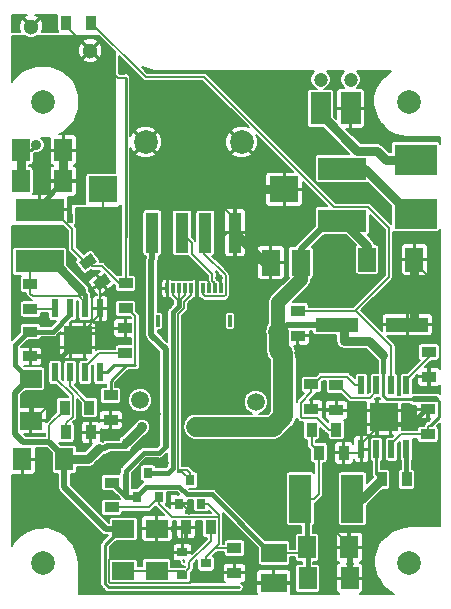
<source format=gbl>
G04 #@! TF.GenerationSoftware,KiCad,Pcbnew,(5.0.2)-1*
G04 #@! TF.CreationDate,2019-05-03T15:30:51-04:00*
G04 #@! TF.ProjectId,TrafMasterV1,54726166-4d61-4737-9465-7256312e6b69,V1*
G04 #@! TF.SameCoordinates,Original*
G04 #@! TF.FileFunction,Copper,L2,Bot*
G04 #@! TF.FilePolarity,Positive*
%FSLAX46Y46*%
G04 Gerber Fmt 4.6, Leading zero omitted, Abs format (unit mm)*
G04 Created by KiCad (PCBNEW (5.0.2)-1) date 5/3/2019 3:30:51 PM*
%MOMM*%
%LPD*%
G01*
G04 APERTURE LIST*
G04 #@! TA.AperFunction,ComponentPad*
%ADD10C,1.300000*%
G04 #@! TD*
G04 #@! TA.AperFunction,ComponentPad*
%ADD11C,1.500000*%
G04 #@! TD*
G04 #@! TA.AperFunction,SMDPad,CuDef*
%ADD12R,0.900000X1.250000*%
G04 #@! TD*
G04 #@! TA.AperFunction,SMDPad,CuDef*
%ADD13R,1.175000X1.175000*%
G04 #@! TD*
G04 #@! TA.AperFunction,SMDPad,CuDef*
%ADD14R,0.600000X1.550000*%
G04 #@! TD*
G04 #@! TA.AperFunction,SMDPad,CuDef*
%ADD15R,1.524000X2.000000*%
G04 #@! TD*
G04 #@! TA.AperFunction,SMDPad,CuDef*
%ADD16R,3.600000X1.200000*%
G04 #@! TD*
G04 #@! TA.AperFunction,SMDPad,CuDef*
%ADD17R,2.440000X2.220000*%
G04 #@! TD*
G04 #@! TA.AperFunction,ComponentPad*
%ADD18C,2.000000*%
G04 #@! TD*
G04 #@! TA.AperFunction,SMDPad,CuDef*
%ADD19R,1.120000X3.390000*%
G04 #@! TD*
G04 #@! TA.AperFunction,SMDPad,CuDef*
%ADD20R,1.250000X0.900000*%
G04 #@! TD*
G04 #@! TA.AperFunction,SMDPad,CuDef*
%ADD21R,1.900000X4.100000*%
G04 #@! TD*
G04 #@! TA.AperFunction,SMDPad,CuDef*
%ADD22R,1.524000X1.905000*%
G04 #@! TD*
G04 #@! TA.AperFunction,SMDPad,CuDef*
%ADD23C,0.900000*%
G04 #@! TD*
G04 #@! TA.AperFunction,Conductor*
%ADD24C,0.150000*%
G04 #@! TD*
G04 #@! TA.AperFunction,SMDPad,CuDef*
%ADD25R,0.300000X0.900000*%
G04 #@! TD*
G04 #@! TA.AperFunction,SMDPad,CuDef*
%ADD26R,0.300000X1.000000*%
G04 #@! TD*
G04 #@! TA.AperFunction,SMDPad,CuDef*
%ADD27R,1.905000X1.524000*%
G04 #@! TD*
G04 #@! TA.AperFunction,SMDPad,CuDef*
%ADD28R,0.800000X0.900000*%
G04 #@! TD*
G04 #@! TA.AperFunction,SMDPad,CuDef*
%ADD29R,0.900000X0.800000*%
G04 #@! TD*
G04 #@! TA.AperFunction,ComponentPad*
%ADD30C,1.200000*%
G04 #@! TD*
G04 #@! TA.AperFunction,ComponentPad*
%ADD31R,1.700000X2.700000*%
G04 #@! TD*
G04 #@! TA.AperFunction,SMDPad,CuDef*
%ADD32R,4.100000X1.900000*%
G04 #@! TD*
G04 #@! TA.AperFunction,ComponentPad*
%ADD33R,2.200000X1.600000*%
G04 #@! TD*
G04 #@! TA.AperFunction,SMDPad,CuDef*
%ADD34R,3.556000X2.540000*%
G04 #@! TD*
G04 #@! TA.AperFunction,ComponentPad*
%ADD35R,1.600000X2.200000*%
G04 #@! TD*
G04 #@! TA.AperFunction,ViaPad*
%ADD36C,0.635000*%
G04 #@! TD*
G04 #@! TA.AperFunction,ViaPad*
%ADD37C,0.889000*%
G04 #@! TD*
G04 #@! TA.AperFunction,Conductor*
%ADD38C,0.152400*%
G04 #@! TD*
G04 #@! TA.AperFunction,Conductor*
%ADD39C,0.381000*%
G04 #@! TD*
G04 #@! TA.AperFunction,Conductor*
%ADD40C,0.762000*%
G04 #@! TD*
G04 #@! TA.AperFunction,Conductor*
%ADD41C,0.203200*%
G04 #@! TD*
G04 #@! TA.AperFunction,Conductor*
%ADD42C,0.508000*%
G04 #@! TD*
G04 #@! TA.AperFunction,Conductor*
%ADD43C,0.254000*%
G04 #@! TD*
G04 #@! TA.AperFunction,Conductor*
%ADD44C,1.143000*%
G04 #@! TD*
G04 #@! TA.AperFunction,Conductor*
%ADD45C,1.651000*%
G04 #@! TD*
G04 APERTURE END LIST*
D10*
G04 #@! TO.P,P4,1*
G04 #@! TO.N,Dev+*
X24790400Y-20091400D03*
G04 #@! TD*
G04 #@! TO.P,P5,1*
G04 #@! TO.N,GND1*
X19786600Y-18084800D03*
G04 #@! TD*
D11*
G04 #@! TO.P,P10,*
G04 #@! TO.N,*
X29014800Y-49704000D03*
G04 #@! TD*
D12*
G04 #@! TO.P,C14,1*
G04 #@! TO.N,GND1*
X46246760Y-54137560D03*
G04 #@! TO.P,C14,2*
G04 #@! TO.N,5V*
X44146760Y-54137560D03*
G04 #@! TD*
D13*
G04 #@! TO.P,U2,9*
G04 #@! TO.N,GND1*
X50241960Y-51722780D03*
X49066960Y-51722780D03*
X50241960Y-50547780D03*
X49066960Y-50547780D03*
D14*
G04 #@! TO.P,U2,8*
G04 #@! TO.N,Net-(C16-Pad1)*
X51559460Y-48435280D03*
G04 #@! TO.P,U2,7*
G04 #@! TO.N,Net-(C20-Pad1)*
X50289460Y-48435280D03*
G04 #@! TO.P,U2,6*
G04 #@! TO.N,Net-(C17-Pad1)*
X49019460Y-48435280D03*
G04 #@! TO.P,U2,5*
G04 #@! TO.N,Net-(R8-Pad2)*
X47749460Y-48435280D03*
G04 #@! TO.P,U2,4*
G04 #@! TO.N,GND1*
X47749460Y-53835280D03*
G04 #@! TO.P,U2,3*
G04 #@! TO.N,Net-(C13-Pad1)*
X49019460Y-53835280D03*
G04 #@! TO.P,U2,2*
G04 #@! TO.N,12V*
X50289460Y-53835280D03*
G04 #@! TO.P,U2,1*
G04 #@! TO.N,Net-(C13-Pad2)*
X51559460Y-53835280D03*
G04 #@! TD*
D15*
G04 #@! TO.P,D1,1*
G04 #@! TO.N,12V*
X48228500Y-37782500D03*
G04 #@! TO.P,D1,2*
G04 #@! TO.N,GND1*
X52228500Y-37782500D03*
G04 #@! TD*
D16*
G04 #@! TO.P,C19,2*
G04 #@! TO.N,GND1*
X51641000Y-43307000D03*
G04 #@! TO.P,C19,1*
G04 #@! TO.N,12V*
X45641000Y-43307000D03*
G04 #@! TD*
D17*
G04 #@! TO.P,P9,5*
G04 #@! TO.N,GND1*
X25870700Y-31841900D03*
X41210700Y-31841900D03*
D18*
X37600700Y-27841900D03*
X29480700Y-27841900D03*
D19*
G04 #@! TO.P,P9,4*
X37040700Y-35521900D03*
G04 #@! TO.P,P9,3*
G04 #@! TO.N,D+*
X34540700Y-35521900D03*
G04 #@! TO.P,P9,2*
G04 #@! TO.N,D-*
X32540700Y-35521900D03*
G04 #@! TO.P,P9,1*
G04 #@! TO.N,5V*
X30040700Y-35521900D03*
G04 #@! TD*
D20*
G04 #@! TO.P,C16,1*
G04 #@! TO.N,Net-(C16-Pad1)*
X53461920Y-45614880D03*
G04 #@! TO.P,C16,2*
G04 #@! TO.N,GND1*
X53461920Y-47714880D03*
G04 #@! TD*
D12*
G04 #@! TO.P,C13,1*
G04 #@! TO.N,Net-(C13-Pad1)*
X49470600Y-56393080D03*
G04 #@! TO.P,C13,2*
G04 #@! TO.N,Net-(C13-Pad2)*
X51570600Y-56393080D03*
G04 #@! TD*
D20*
G04 #@! TO.P,C12,1*
G04 #@! TO.N,GND1*
X53380640Y-50474880D03*
G04 #@! TO.P,C12,2*
G04 #@! TO.N,12V*
X53380640Y-52574880D03*
G04 #@! TD*
G04 #@! TO.P,C17,1*
G04 #@! TO.N,Net-(C17-Pad1)*
X45628560Y-48444440D03*
G04 #@! TO.P,C17,2*
G04 #@! TO.N,GND1*
X45628560Y-50544440D03*
G04 #@! TD*
D12*
G04 #@! TO.P,R9,1*
G04 #@! TO.N,Net-(R8-Pad2)*
X45621920Y-52181760D03*
G04 #@! TO.P,R9,2*
G04 #@! TO.N,5V*
X43521920Y-52181760D03*
G04 #@! TD*
D21*
G04 #@! TO.P,L2,2*
G04 #@! TO.N,Net-(C13-Pad1)*
X46964960Y-58049160D03*
G04 #@! TO.P,L2,1*
G04 #@! TO.N,5V*
X42564960Y-58049160D03*
G04 #@! TD*
D20*
G04 #@! TO.P,R8,1*
G04 #@! TO.N,GND1*
X43510200Y-50458080D03*
G04 #@! TO.P,R8,2*
G04 #@! TO.N,Net-(R8-Pad2)*
X43510200Y-48358080D03*
G04 #@! TD*
D22*
G04 #@! TO.P,C18,2*
G04 #@! TO.N,5V*
X43144440Y-62143640D03*
G04 #@! TO.P,C18,1*
G04 #@! TO.N,GND1*
X46700440Y-62143640D03*
G04 #@! TD*
G04 #@! TO.P,C15,2*
G04 #@! TO.N,5V*
X43185080Y-64764920D03*
G04 #@! TO.P,C15,1*
G04 #@! TO.N,GND1*
X46741080Y-64764920D03*
G04 #@! TD*
G04 #@! TO.P,C11,2*
G04 #@! TO.N,12V*
X22606000Y-54686200D03*
G04 #@! TO.P,C11,1*
G04 #@! TO.N,GND1*
X19050000Y-54686200D03*
G04 #@! TD*
D13*
G04 #@! TO.P,U1,9*
G04 #@! TO.N,GND1*
X23148800Y-44040300D03*
X24323800Y-44040300D03*
X23148800Y-45215300D03*
X24323800Y-45215300D03*
D14*
G04 #@! TO.P,U1,8*
G04 #@! TO.N,Net-(C7-Pad1)*
X21831300Y-47327800D03*
G04 #@! TO.P,U1,7*
G04 #@! TO.N,Net-(R4-Pad1)*
X23101300Y-47327800D03*
G04 #@! TO.P,U1,6*
G04 #@! TO.N,Net-(C8-Pad1)*
X24371300Y-47327800D03*
G04 #@! TO.P,U1,5*
G04 #@! TO.N,Net-(R5-Pad2)*
X25641300Y-47327800D03*
G04 #@! TO.P,U1,4*
G04 #@! TO.N,GND1*
X25641300Y-41927800D03*
G04 #@! TO.P,U1,3*
G04 #@! TO.N,Net-(C4-Pad1)*
X24371300Y-41927800D03*
G04 #@! TO.P,U1,2*
G04 #@! TO.N,12V*
X23101300Y-41927800D03*
G04 #@! TO.P,U1,1*
G04 #@! TO.N,Net-(C4-Pad2)*
X21831300Y-41927800D03*
G04 #@! TD*
D23*
G04 #@! TO.P,C5,1*
G04 #@! TO.N,GND1*
X25778735Y-39691630D03*
D24*
G04 #@! TD*
G04 #@! TO.N,GND1*
G04 #@! TO.C,C5*
G36*
X25524874Y-40418734D02*
X25008656Y-39681497D01*
X26032596Y-38964526D01*
X26548814Y-39701763D01*
X25524874Y-40418734D01*
X25524874Y-40418734D01*
G37*
D23*
G04 #@! TO.P,C5,2*
G04 #@! TO.N,Dev+*
X24574225Y-37971410D03*
D24*
G04 #@! TD*
G04 #@! TO.N,Dev+*
G04 #@! TO.C,C5*
G36*
X24320364Y-38698514D02*
X23804146Y-37961277D01*
X24828086Y-37244306D01*
X25344304Y-37981543D01*
X24320364Y-38698514D01*
X24320364Y-38698514D01*
G37*
D12*
G04 #@! TO.P,R1,1*
G04 #@! TO.N,Net-(C1-Pad1)*
X34994180Y-60469700D03*
G04 #@! TO.P,R1,2*
G04 #@! TO.N,GND1*
X32894180Y-60469700D03*
G04 #@! TD*
D18*
G04 #@! TO.P,P2,*
G04 #@! TO.N,*
X51790600Y-24434800D03*
G04 #@! TD*
G04 #@! TO.P,P3,*
G04 #@! TO.N,*
X20777200Y-24434800D03*
G04 #@! TD*
G04 #@! TO.P,P6,*
G04 #@! TO.N,*
X20777200Y-63449200D03*
G04 #@! TD*
G04 #@! TO.P,P7,*
G04 #@! TO.N,*
X51765200Y-63449200D03*
G04 #@! TD*
D25*
G04 #@! TO.P,P1,10*
G04 #@! TO.N,GND1*
X31320800Y-40228000D03*
G04 #@! TO.P,P1,9*
G04 #@! TO.N,5V_USB_DEV*
X31820800Y-40228000D03*
G04 #@! TO.P,P1,8*
X32320800Y-40228000D03*
G04 #@! TO.P,P1,7*
X32820800Y-40228000D03*
G04 #@! TO.P,P1,6*
G04 #@! TO.N,ID*
X33320800Y-40228000D03*
G04 #@! TO.P,P1,5*
G04 #@! TO.N,GND1*
X33820800Y-40228000D03*
G04 #@! TO.P,P1,4*
G04 #@! TO.N,D+*
X34320800Y-40228000D03*
G04 #@! TO.P,P1,3*
G04 #@! TO.N,GND1*
X34820800Y-40228000D03*
D26*
G04 #@! TO.P,P1,~*
G04 #@! TO.N,N/C*
X30530800Y-42978000D03*
X36610800Y-42978000D03*
D25*
G04 #@! TO.P,P1,2*
G04 #@! TO.N,D-*
X35320800Y-40228000D03*
G04 #@! TO.P,P1,1*
G04 #@! TO.N,GND1*
X35820800Y-40228000D03*
G04 #@! TD*
D27*
G04 #@! TO.P,C1,2*
G04 #@! TO.N,12V*
X27594180Y-60596700D03*
G04 #@! TO.P,C1,1*
G04 #@! TO.N,Net-(C1-Pad1)*
X27594180Y-64152700D03*
G04 #@! TD*
G04 #@! TO.P,C2,2*
G04 #@! TO.N,12V*
X19761200Y-47879000D03*
G04 #@! TO.P,C2,1*
G04 #@! TO.N,GND1*
X19761200Y-51435000D03*
G04 #@! TD*
D28*
G04 #@! TO.P,Q1,1*
G04 #@! TO.N,Net-(Q1-Pad1)*
X30612120Y-57855360D03*
G04 #@! TO.P,Q1,3*
G04 #@! TO.N,5V_USB_DEV*
X29662120Y-55855360D03*
G04 #@! TO.P,Q1,2*
G04 #@! TO.N,5V*
X28712120Y-57855360D03*
G04 #@! TD*
D29*
G04 #@! TO.P,Q2,1*
G04 #@! TO.N,Net-(C1-Pad1)*
X32588580Y-64467700D03*
G04 #@! TO.P,Q2,3*
G04 #@! TO.N,Net-(Q1-Pad1)*
X34588580Y-63517700D03*
G04 #@! TO.P,Q2,2*
G04 #@! TO.N,GND1*
X32588580Y-62567700D03*
G04 #@! TD*
D28*
G04 #@! TO.P,Q3,1*
G04 #@! TO.N,Net-(Q1-Pad1)*
X34182980Y-58447100D03*
G04 #@! TO.P,Q3,3*
G04 #@! TO.N,ID*
X33232980Y-56447100D03*
G04 #@! TO.P,Q3,2*
G04 #@! TO.N,GND1*
X32282980Y-58447100D03*
G04 #@! TD*
D20*
G04 #@! TO.P,R2,1*
G04 #@! TO.N,5V*
X26598880Y-56663880D03*
G04 #@! TO.P,R2,2*
G04 #@! TO.N,Net-(Q1-Pad1)*
X26598880Y-58763880D03*
G04 #@! TD*
G04 #@! TO.P,R3,1*
G04 #@! TO.N,Net-(Q1-Pad1)*
X36992180Y-62213700D03*
G04 #@! TO.P,R3,2*
G04 #@! TO.N,GND1*
X36992180Y-64313700D03*
G04 #@! TD*
D11*
G04 #@! TO.P,P11,*
G04 #@! TO.N,*
X38798500Y-49847500D03*
G04 #@! TD*
D30*
G04 #@! TO.P,P8,*
G04 #@! TO.N,*
X46824900Y-22543600D03*
X44284900Y-22543600D03*
D31*
G04 #@! TO.P,P8,2*
G04 #@! TO.N,GND1*
X46824900Y-24993600D03*
G04 #@! TO.P,P8,1*
G04 #@! TO.N,12V_IN_RAW*
X44284900Y-24993600D03*
G04 #@! TD*
D22*
G04 #@! TO.P,C6,2*
G04 #@! TO.N,Dev+*
X22504400Y-31140400D03*
G04 #@! TO.P,C6,1*
G04 #@! TO.N,GND1*
X18948400Y-31140400D03*
G04 #@! TD*
G04 #@! TO.P,C9,2*
G04 #@! TO.N,Dev+*
X22504400Y-28524200D03*
G04 #@! TO.P,C9,1*
G04 #@! TO.N,GND1*
X18948400Y-28524200D03*
G04 #@! TD*
D27*
G04 #@! TO.P,C10,2*
G04 #@! TO.N,Net-(C1-Pad1)*
X30426280Y-64114600D03*
G04 #@! TO.P,C10,1*
G04 #@! TO.N,GND1*
X30426280Y-60558600D03*
G04 #@! TD*
D32*
G04 #@! TO.P,L1,2*
G04 #@! TO.N,Net-(C4-Pad1)*
X20497800Y-37947600D03*
G04 #@! TO.P,L1,1*
G04 #@! TO.N,Dev+*
X20497800Y-33547600D03*
G04 #@! TD*
D12*
G04 #@! TO.P,R4,1*
G04 #@! TO.N,Net-(R4-Pad1)*
X24722800Y-50317400D03*
G04 #@! TO.P,R4,2*
G04 #@! TO.N,12V*
X22622800Y-50317400D03*
G04 #@! TD*
D20*
G04 #@! TO.P,R5,1*
G04 #@! TO.N,GND1*
X26517600Y-51392800D03*
G04 #@! TO.P,R5,2*
G04 #@! TO.N,Net-(R5-Pad2)*
X26517600Y-49292800D03*
G04 #@! TD*
G04 #@! TO.P,C3,1*
G04 #@! TO.N,GND1*
X19723100Y-45982600D03*
G04 #@! TO.P,C3,2*
G04 #@! TO.N,12V*
X19723100Y-43882600D03*
G04 #@! TD*
G04 #@! TO.P,C4,1*
G04 #@! TO.N,Net-(C4-Pad1)*
X19710400Y-39869400D03*
G04 #@! TO.P,C4,2*
G04 #@! TO.N,Net-(C4-Pad2)*
X19710400Y-41969400D03*
G04 #@! TD*
D12*
G04 #@! TO.P,C7,1*
G04 #@! TO.N,Net-(C7-Pad1)*
X22733000Y-52425600D03*
G04 #@! TO.P,C7,2*
G04 #@! TO.N,GND1*
X24833000Y-52425600D03*
G04 #@! TD*
D20*
G04 #@! TO.P,C8,1*
G04 #@! TO.N,Net-(C8-Pad1)*
X27762200Y-45703200D03*
G04 #@! TO.P,C8,2*
G04 #@! TO.N,GND1*
X27762200Y-43603200D03*
G04 #@! TD*
G04 #@! TO.P,R6,1*
G04 #@! TO.N,Net-(R5-Pad2)*
X27787600Y-41905900D03*
G04 #@! TO.P,R6,2*
G04 #@! TO.N,Dev+*
X27787600Y-39805900D03*
G04 #@! TD*
D33*
G04 #@! TO.P,P13,2*
G04 #@! TO.N,GND1*
X40335200Y-65161160D03*
G04 #@! TO.P,P13,1*
G04 #@! TO.N,5V*
X40335200Y-62621160D03*
G04 #@! TD*
D34*
G04 #@! TO.P,F1,2*
G04 #@! TO.N,12V_IN_RAW*
X52328000Y-29314000D03*
G04 #@! TO.P,F1,1*
G04 #@! TO.N,Net-(F1-Pad1)*
X52328000Y-33886000D03*
G04 #@! TD*
D32*
G04 #@! TO.P,L3,2*
G04 #@! TO.N,Net-(F1-Pad1)*
X46128000Y-30100000D03*
G04 #@! TO.P,L3,1*
G04 #@! TO.N,12V*
X46128000Y-34500000D03*
G04 #@! TD*
D35*
G04 #@! TO.P,P14,2*
G04 #@! TO.N,GND1*
X40068500Y-38036500D03*
G04 #@! TO.P,P14,1*
G04 #@! TO.N,12V*
X42608500Y-38036500D03*
G04 #@! TD*
D12*
G04 #@! TO.P,R10,1*
G04 #@! TO.N,Net-(C20-Pad1)*
X24844720Y-17724120D03*
G04 #@! TO.P,R10,2*
G04 #@! TO.N,Dev+*
X22744720Y-17724120D03*
G04 #@! TD*
D20*
G04 #@! TO.P,C20,1*
G04 #@! TO.N,Net-(C20-Pad1)*
X42367200Y-42131560D03*
G04 #@! TO.P,C20,2*
G04 #@! TO.N,GND1*
X42367200Y-44231560D03*
G04 #@! TD*
D36*
G04 #@! TO.N,GND1*
X24323800Y-45215300D03*
X24323800Y-44040300D03*
X23148800Y-44040300D03*
X35709480Y-64313700D03*
X49066960Y-50547780D03*
X39283640Y-31892240D03*
X21463000Y-50419000D03*
X26187400Y-52527200D03*
X50241960Y-51722780D03*
X53512720Y-48803560D03*
X52228500Y-41493440D03*
X31892240Y-60622100D03*
X33177480Y-59032140D03*
X44963080Y-60863480D03*
X46741080Y-63555880D03*
X30447301Y-50896520D03*
X32832040Y-50576480D03*
D37*
X19070320Y-57109360D03*
D36*
X52837080Y-58506360D03*
X39436040Y-58343800D03*
X23148800Y-45215300D03*
X49066960Y-51722780D03*
X50241960Y-50547780D03*
X41224200Y-53456840D03*
X53660040Y-40269160D03*
X42382440Y-45689520D03*
X35742880Y-36565840D03*
X31267400Y-36550600D03*
X31137839Y-55003422D03*
X35683847Y-39359169D03*
X34223960Y-39090600D03*
X41625520Y-24384000D03*
X45212000Y-37906960D03*
D37*
X25857200Y-33832800D03*
X20193000Y-28067000D03*
G04 #@! TO.N,12V*
X33771840Y-51943000D03*
X29157641Y-51982081D03*
G04 #@! TD*
D38*
G04 #@! TO.N,*
X32750380Y-63289100D02*
X32657581Y-63196301D01*
X32750380Y-63416100D02*
X32750380Y-63289100D01*
G04 #@! TO.N,GND1*
X32741780Y-60622100D02*
X32894180Y-60469700D01*
X32588580Y-60775300D02*
X32894180Y-60469700D01*
X32588580Y-62567700D02*
X32588580Y-60775300D01*
X27053198Y-62567700D02*
X31986180Y-62567700D01*
X34123098Y-64313700D02*
X33268097Y-65168701D01*
X33268097Y-65168701D02*
X26484199Y-65168701D01*
X26484199Y-65168701D02*
X26413079Y-65097581D01*
X31986180Y-62567700D02*
X32588580Y-62567700D01*
X26413079Y-65097581D02*
X26413079Y-63207819D01*
X26413079Y-63207819D02*
X27053198Y-62567700D01*
X24323800Y-44040300D02*
X24323800Y-45215300D01*
X23148800Y-45215300D02*
X24323800Y-44040300D01*
X24323800Y-44040300D02*
X23148800Y-44040300D01*
X23148800Y-44040300D02*
X23148800Y-45215300D01*
X24323800Y-43720300D02*
X24323800Y-44040300D01*
X25641300Y-41927800D02*
X25641300Y-42402800D01*
X25641300Y-42402800D02*
X24323800Y-43720300D01*
X24760900Y-43603200D02*
X24323800Y-44040300D01*
X27762200Y-43603200D02*
X24760900Y-43603200D01*
D39*
X20729100Y-45982600D02*
X19723100Y-45982600D01*
X21056601Y-46310101D02*
X20729100Y-45982600D01*
X21056601Y-48996599D02*
X21056601Y-46310101D01*
X19761200Y-51435000D02*
X19761200Y-50292000D01*
X19761200Y-50292000D02*
X21056601Y-48996599D01*
X22381500Y-45982600D02*
X23148800Y-45215300D01*
X19723100Y-45982600D02*
X22381500Y-45982600D01*
D38*
X36992180Y-64313700D02*
X35709480Y-64313700D01*
X35709480Y-64313700D02*
X34123098Y-64313700D01*
X47749460Y-53360280D02*
X49066960Y-52042780D01*
X50241960Y-51722780D02*
X50241960Y-50547780D01*
X49066960Y-52042780D02*
X49066960Y-51722780D01*
X50241960Y-50547780D02*
X49066960Y-51722780D01*
X49066960Y-51722780D02*
X49066960Y-50547780D01*
X49066960Y-51722780D02*
X50241960Y-51722780D01*
X47749460Y-53835280D02*
X47749460Y-53360280D01*
D40*
X41210700Y-31841900D02*
X39333980Y-31841900D01*
X39333980Y-31841900D02*
X39283640Y-31892240D01*
D38*
X25870700Y-31841900D02*
X25870700Y-33819300D01*
X25870700Y-33819300D02*
X25857200Y-33832800D01*
X26517600Y-51995200D02*
X26517600Y-51392800D01*
X24833000Y-52425600D02*
X26087200Y-52425600D01*
X26087200Y-52425600D02*
X26517600Y-51995200D01*
X20967700Y-50419000D02*
X21463000Y-50419000D01*
X19761200Y-51435000D02*
X19951700Y-51435000D01*
X19951700Y-51435000D02*
X20967700Y-50419000D01*
X26517600Y-51392800D02*
X26517600Y-52197000D01*
X26517600Y-52197000D02*
X26187400Y-52527200D01*
D40*
X52228500Y-43259500D02*
X52276000Y-43307000D01*
X39555300Y-38036500D02*
X37040700Y-35521900D01*
X40068500Y-38036500D02*
X39555300Y-38036500D01*
D38*
X25641300Y-41927800D02*
X25641300Y-39829065D01*
D41*
X45542200Y-50458080D02*
X45628560Y-50544440D01*
X43510200Y-50458080D02*
X45542200Y-50458080D01*
X49063620Y-50544440D02*
X49066960Y-50547780D01*
X45628560Y-50544440D02*
X49063620Y-50544440D01*
X47447180Y-54137560D02*
X47749460Y-53835280D01*
X46246760Y-54137560D02*
X47447180Y-54137560D01*
D39*
X53380640Y-50474880D02*
X53205640Y-50474880D01*
X53205640Y-50474880D02*
X51691800Y-51988720D01*
X51210460Y-51722780D02*
X50241960Y-51722780D01*
X51691800Y-51988720D02*
X51425860Y-51722780D01*
X51425860Y-51722780D02*
X51210460Y-51722780D01*
D38*
X53461920Y-47714880D02*
X53461920Y-48752760D01*
X53461920Y-48752760D02*
X53512720Y-48803560D01*
X51641000Y-42080940D02*
X52228500Y-41493440D01*
X51641000Y-43307000D02*
X51641000Y-42080940D01*
D40*
X52228500Y-37782500D02*
X52228500Y-41493440D01*
X52228500Y-41493440D02*
X52228500Y-43259500D01*
D38*
X31828740Y-60558600D02*
X31892240Y-60622100D01*
X30426280Y-60558600D02*
X31828740Y-60558600D01*
X30489780Y-60622100D02*
X31892240Y-60622100D01*
X31892240Y-60622100D02*
X32741780Y-60622100D01*
X32282980Y-58447100D02*
X32592440Y-58447100D01*
X32592440Y-58447100D02*
X33177480Y-59032140D01*
X46700440Y-61953140D02*
X45610780Y-60863480D01*
X46700440Y-62143640D02*
X46700440Y-61953140D01*
X45610780Y-60863480D02*
X44963080Y-60863480D01*
D39*
X46741080Y-62184280D02*
X46700440Y-62143640D01*
X46741080Y-63555880D02*
X46741080Y-62184280D01*
X46741080Y-64764920D02*
X46741080Y-63555880D01*
D38*
X29908500Y-50986309D02*
X29998289Y-50896520D01*
X29908500Y-51206400D02*
X29908500Y-50986309D01*
X29998289Y-50896520D02*
X30447301Y-50896520D01*
X28981400Y-51206400D02*
X29908500Y-51206400D01*
X28371800Y-51816000D02*
X28981400Y-51206400D01*
X27718200Y-51816000D02*
X28371800Y-51816000D01*
X27295000Y-51392800D02*
X27718200Y-51816000D01*
X26517600Y-51392800D02*
X27295000Y-51392800D01*
D42*
X49066960Y-50547780D02*
X50241960Y-50547780D01*
D38*
X41051480Y-53284120D02*
X41224200Y-53456840D01*
X53660040Y-39452040D02*
X53660040Y-40269160D01*
X52228500Y-37782500D02*
X52228500Y-38020500D01*
X52228500Y-38020500D02*
X53660040Y-39452040D01*
X42367200Y-44231560D02*
X42367200Y-45674280D01*
X42367200Y-45674280D02*
X42382440Y-45689520D01*
X35742880Y-36107320D02*
X35742880Y-36565840D01*
X37040700Y-35521900D02*
X36328300Y-35521900D01*
X36328300Y-35521900D02*
X35742880Y-36107320D01*
X31267400Y-34128718D02*
X31267400Y-36550600D01*
X31797819Y-33598299D02*
X31267400Y-34128718D01*
X36252099Y-33598299D02*
X31797819Y-33598299D01*
X37040700Y-35521900D02*
X37040700Y-34386900D01*
X37040700Y-34386900D02*
X36252099Y-33598299D01*
X35820800Y-40328000D02*
X35820800Y-39496122D01*
X35820800Y-39496122D02*
X35683847Y-39359169D01*
X33820800Y-39716518D02*
X33820800Y-40328000D01*
X33987919Y-39549399D02*
X33820800Y-39716518D01*
X34653681Y-39549399D02*
X33987919Y-39549399D01*
X34820800Y-40328000D02*
X34820800Y-39716518D01*
X34820800Y-39716518D02*
X34653681Y-39549399D01*
X33820800Y-40328000D02*
X33820800Y-39493760D01*
X33820800Y-39493760D02*
X34223960Y-39090600D01*
D40*
X18948400Y-28524200D02*
X18948400Y-29845000D01*
X18948400Y-29845000D02*
X18948400Y-31140400D01*
D43*
X18948400Y-28524200D02*
X19735800Y-28524200D01*
X19735800Y-28524200D02*
X20193000Y-28067000D01*
D38*
G04 #@! TO.N,Dev+*
X27787600Y-35890200D02*
X27787600Y-39805900D01*
D43*
X27787600Y-35890200D02*
X27787600Y-22428200D01*
D41*
X21597800Y-33547600D02*
X20497800Y-33547600D01*
X23266400Y-35216200D02*
X21597800Y-33547600D01*
X23266400Y-36851545D02*
X23266400Y-35216200D01*
X24289745Y-37874890D02*
X23266400Y-36851545D01*
D38*
X24968041Y-38365226D02*
X24574225Y-37971410D01*
X25756602Y-38365226D02*
X24968041Y-38365226D01*
X27787600Y-39805900D02*
X27197276Y-39805900D01*
X27197276Y-39805900D02*
X25756602Y-38365226D01*
X22744720Y-18045720D02*
X22744720Y-17724120D01*
X24790400Y-20091400D02*
X22744720Y-18045720D01*
X27127200Y-22428200D02*
X24790400Y-20091400D01*
X27787600Y-22428200D02*
X27127200Y-22428200D01*
D39*
X20497800Y-33147000D02*
X22504400Y-31140400D01*
X20497800Y-33547600D02*
X20497800Y-33147000D01*
D40*
X22504400Y-31140400D02*
X22504400Y-28524200D01*
D38*
G04 #@! TO.N,D+*
X34487919Y-40906601D02*
X36153681Y-40906601D01*
X34320800Y-40328000D02*
X34320800Y-40739482D01*
X36242638Y-39106357D02*
X34433641Y-37297360D01*
X36153681Y-40906601D02*
X36242638Y-40817644D01*
X34320800Y-40739482D02*
X34487919Y-40906601D01*
X36242638Y-40817644D02*
X36242638Y-39106357D01*
X34433641Y-35628959D02*
X34540700Y-35521900D01*
X34433641Y-37297360D02*
X34433641Y-35628959D01*
G04 #@! TO.N,ID*
X33320800Y-40328000D02*
X33320800Y-40745600D01*
X32712670Y-41900721D02*
X32217359Y-42396031D01*
X33320800Y-40745600D02*
X32712670Y-41353730D01*
X32712670Y-41353730D02*
X32712670Y-41900721D01*
X33232980Y-56397100D02*
X33232980Y-56447100D01*
X32217359Y-55747919D02*
X32583799Y-55747919D01*
X32583799Y-55747919D02*
X33232980Y-56397100D01*
X33019360Y-55631080D02*
X32217359Y-55631080D01*
X33232980Y-55844700D02*
X33019360Y-55631080D01*
X33232980Y-56447100D02*
X33232980Y-55844700D01*
X32217359Y-42396031D02*
X32217359Y-55631080D01*
X32217359Y-55631080D02*
X32217359Y-55747919D01*
G04 #@! TO.N,D-*
X35137745Y-39568846D02*
X35137745Y-39621299D01*
X35320800Y-39804354D02*
X35320800Y-40328000D01*
X35137745Y-39621299D02*
X35320800Y-39804354D01*
X35137745Y-39568846D02*
X35137745Y-39007971D01*
X33416231Y-36397433D02*
X32540700Y-35521900D01*
X35137745Y-39007971D02*
X33416231Y-37286457D01*
X33416231Y-37286457D02*
X33416231Y-36397433D01*
D39*
G04 #@! TO.N,12V*
X20729100Y-43882600D02*
X19723100Y-43882600D01*
X21621500Y-43882600D02*
X20729100Y-43882600D01*
X23101300Y-41927800D02*
X23101300Y-42402800D01*
X23101300Y-42402800D02*
X21621500Y-43882600D01*
X19570700Y-47879000D02*
X19761200Y-47879000D01*
X18427700Y-46736000D02*
X19570700Y-47879000D01*
X18427700Y-45003000D02*
X18427700Y-46736000D01*
X19548100Y-43882600D02*
X18427700Y-45003000D01*
X19723100Y-43882600D02*
X19548100Y-43882600D01*
D40*
X48228500Y-36600500D02*
X46128000Y-34500000D01*
X48228500Y-37782500D02*
X48228500Y-36600500D01*
X46276000Y-44669000D02*
X46291500Y-44684500D01*
X46276000Y-43307000D02*
X46276000Y-44669000D01*
D42*
X22606000Y-54495700D02*
X22606000Y-54686200D01*
X21336000Y-53225700D02*
X22606000Y-54495700D01*
X19105878Y-53225700D02*
X21336000Y-53225700D01*
X18402299Y-52522121D02*
X19105878Y-53225700D01*
X19570700Y-47879000D02*
X18402299Y-49047401D01*
X18402299Y-49047401D02*
X18402299Y-52522121D01*
D43*
X27403680Y-60596700D02*
X27594180Y-60596700D01*
X37359491Y-65524311D02*
X26336900Y-65524310D01*
X26336900Y-65524310D02*
X26057469Y-65244879D01*
X26057469Y-65244879D02*
X26057469Y-61942911D01*
X26057469Y-61942911D02*
X27403680Y-60596700D01*
D38*
X22622800Y-50492400D02*
X22622800Y-50317400D01*
X21336000Y-53225700D02*
X21336000Y-51779200D01*
X21336000Y-51779200D02*
X22622800Y-50492400D01*
D41*
X50289460Y-53360280D02*
X51074860Y-52574880D01*
X50289460Y-53835280D02*
X50289460Y-53360280D01*
X51074860Y-52574880D02*
X52552440Y-52574880D01*
X52552440Y-52574880D02*
X53380640Y-52574880D01*
D38*
X53380640Y-51972480D02*
X53547280Y-51805840D01*
X53380640Y-52574880D02*
X53380640Y-51972480D01*
D43*
X54285041Y-49801359D02*
X54100042Y-49616360D01*
X54285041Y-51148401D02*
X54285041Y-49801359D01*
X53547280Y-51805840D02*
X53627602Y-51805840D01*
X53627602Y-51805840D02*
X54285041Y-51148401D01*
D40*
X46276000Y-44669000D02*
X48367240Y-44669000D01*
D42*
X22606000Y-56146700D02*
X22606000Y-54686200D01*
X22606000Y-57069020D02*
X22606000Y-56146700D01*
X27594180Y-60596700D02*
X26133680Y-60596700D01*
X26133680Y-60596700D02*
X22606000Y-57069020D01*
D40*
X25514139Y-53774501D02*
X24602440Y-54686200D01*
X24602440Y-54686200D02*
X22606000Y-54686200D01*
D42*
X26011473Y-53774501D02*
X26217374Y-53568600D01*
X25514139Y-53774501D02*
X26011473Y-53774501D01*
X26217374Y-53568600D02*
X27823160Y-53568600D01*
X41485238Y-43307000D02*
X40880718Y-43911520D01*
X45641000Y-43307000D02*
X41485238Y-43307000D01*
D44*
X42608500Y-39512238D02*
X42608500Y-38036500D01*
X40726360Y-41394378D02*
X42608500Y-39512238D01*
X40726360Y-43911520D02*
X40726360Y-41394378D01*
X40880718Y-43911520D02*
X40726360Y-43911520D01*
D42*
X45028000Y-34500000D02*
X46128000Y-34500000D01*
X42608500Y-38036500D02*
X42608500Y-36919500D01*
X42608500Y-36919500D02*
X45028000Y-34500000D01*
D39*
X49580800Y-45882560D02*
X49580800Y-47317379D01*
D40*
X48367240Y-44669000D02*
X49580800Y-45882560D01*
D43*
X49892618Y-49616360D02*
X52166520Y-49616360D01*
X49598861Y-49322603D02*
X49892618Y-49616360D01*
X49598861Y-47335440D02*
X49598861Y-49322603D01*
X49580800Y-47317379D02*
X49598861Y-47335440D01*
D42*
X54100042Y-49616360D02*
X52166520Y-49616360D01*
D40*
X28713142Y-52426580D02*
X29157641Y-51982081D01*
X27881002Y-53258720D02*
X28713142Y-52426580D01*
X27823160Y-53258720D02*
X27881002Y-53258720D01*
D45*
X40764299Y-43949459D02*
X40726360Y-43911520D01*
X40764299Y-45463881D02*
X40764299Y-43949459D01*
X40259000Y-51943000D02*
X41148000Y-51054000D01*
X33771840Y-51943000D02*
X40259000Y-51943000D01*
X41148000Y-46372274D02*
X41087039Y-46311313D01*
X41087039Y-46311313D02*
X41087039Y-45659461D01*
X40959879Y-45659461D02*
X40764299Y-45463881D01*
X41148000Y-51054000D02*
X41148000Y-46372274D01*
X41087039Y-45659461D02*
X40959879Y-45659461D01*
D38*
G04 #@! TO.N,Net-(C1-Pad1)*
X30464380Y-64152700D02*
X30489780Y-64178100D01*
X27594180Y-64152700D02*
X30464380Y-64152700D01*
X30489780Y-64178100D02*
X32775780Y-64178100D01*
X32638580Y-64467700D02*
X32588580Y-64467700D01*
X33190980Y-63915300D02*
X32638580Y-64467700D01*
X33190980Y-63406566D02*
X33190980Y-63915300D01*
X34994180Y-60469700D02*
X34994180Y-61603366D01*
X34994180Y-61603366D02*
X33190980Y-63406566D01*
X27632280Y-64114600D02*
X27594180Y-64152700D01*
X30426280Y-64114600D02*
X27632280Y-64114600D01*
G04 #@! TO.N,Net-(Q1-Pad1)*
X34735380Y-58447100D02*
X34182980Y-58447100D01*
X35672781Y-59384501D02*
X34735380Y-58447100D01*
X34588580Y-63517700D02*
X34588580Y-62965300D01*
X34588580Y-62965300D02*
X35672781Y-61881099D01*
X35340180Y-62213700D02*
X34588580Y-62965300D01*
X36992180Y-62213700D02*
X35340180Y-62213700D01*
X30612120Y-57905360D02*
X30612120Y-57855360D01*
X26598880Y-58763880D02*
X29753600Y-58763880D01*
X29753600Y-58763880D02*
X30612120Y-57905360D01*
X31732600Y-59578240D02*
X35672781Y-59578240D01*
X30612120Y-58457760D02*
X31732600Y-59578240D01*
X30612120Y-57855360D02*
X30612120Y-58457760D01*
X35672781Y-61881099D02*
X35672781Y-59578240D01*
X35672781Y-59578240D02*
X35672781Y-59384501D01*
G04 #@! TO.N,Net-(C4-Pad1)*
X19710400Y-38735000D02*
X20497800Y-37947600D01*
X19710400Y-39869400D02*
X19710400Y-38735000D01*
X24371300Y-41452800D02*
X23812500Y-40894000D01*
X24371300Y-41927800D02*
X24371300Y-41452800D01*
X23812500Y-40894000D02*
X19939000Y-40894000D01*
X19710400Y-40471800D02*
X19710400Y-39869400D01*
X19939000Y-40894000D02*
X19710400Y-40665400D01*
X19710400Y-40665400D02*
X19710400Y-40471800D01*
D39*
X24371300Y-40771800D02*
X24036300Y-40436800D01*
X24371300Y-41927800D02*
X24371300Y-40771800D01*
D40*
X21597800Y-37947600D02*
X20497800Y-37947600D01*
X24036300Y-40436800D02*
X24036300Y-40386100D01*
X24036300Y-40386100D02*
X21597800Y-37947600D01*
D38*
G04 #@! TO.N,Net-(C4-Pad2)*
X21789700Y-41969400D02*
X21831300Y-41927800D01*
X19710400Y-41969400D02*
X21789700Y-41969400D01*
G04 #@! TO.N,Net-(C7-Pad1)*
X21831300Y-47802800D02*
X21831300Y-47327800D01*
X23301401Y-49272901D02*
X21831300Y-47802800D01*
X23301401Y-51079799D02*
X23301401Y-49272901D01*
X22733000Y-52425600D02*
X22733000Y-51648200D01*
X22733000Y-51648200D02*
X23301401Y-51079799D01*
G04 #@! TO.N,Net-(C8-Pad1)*
X24371300Y-46852800D02*
X24371300Y-47327800D01*
X27762200Y-45703200D02*
X25520900Y-45703200D01*
X25520900Y-45703200D02*
X24371300Y-46852800D01*
D41*
G04 #@! TO.N,Net-(R4-Pad1)*
X23101300Y-48306000D02*
X23101300Y-47327800D01*
X23101300Y-48520900D02*
X23101300Y-48306000D01*
X24722800Y-50317400D02*
X24722800Y-50142400D01*
X24722800Y-50142400D02*
X23101300Y-48520900D01*
D38*
G04 #@! TO.N,Net-(R5-Pad2)*
X28615801Y-42559101D02*
X28615801Y-46752899D01*
X27787600Y-41905900D02*
X27962600Y-41905900D01*
X27962600Y-41905900D02*
X28615801Y-42559101D01*
D43*
X26517600Y-49292800D02*
X26517600Y-48031400D01*
X27796101Y-46752899D02*
X28615801Y-46752899D01*
X26517600Y-48031400D02*
X27796101Y-46752899D01*
X26770201Y-46752899D02*
X27796101Y-46752899D01*
X25641300Y-47327800D02*
X26195300Y-47327800D01*
X26195300Y-47327800D02*
X26770201Y-46752899D01*
D40*
G04 #@! TO.N,Net-(C13-Pad1)*
X47814520Y-58049160D02*
X49470600Y-56393080D01*
X46964960Y-58049160D02*
X47814520Y-58049160D01*
D43*
X49019460Y-55941940D02*
X49470600Y-56393080D01*
X49019460Y-53835280D02*
X49019460Y-55941940D01*
D39*
G04 #@! TO.N,Net-(C13-Pad2)*
X51559460Y-56381940D02*
X51570600Y-56393080D01*
X51559460Y-53835280D02*
X51559460Y-56381940D01*
D38*
G04 #@! TO.N,Net-(C16-Pad1)*
X53461920Y-46057820D02*
X53461920Y-45614880D01*
X51559460Y-48435280D02*
X51559460Y-47960280D01*
X51559460Y-47960280D02*
X53461920Y-46057820D01*
D41*
G04 #@! TO.N,Net-(C17-Pad1)*
X45803560Y-48444440D02*
X45628560Y-48444440D01*
X46823401Y-49464281D02*
X45803560Y-48444440D01*
X48465459Y-49464281D02*
X46823401Y-49464281D01*
X49019460Y-48435280D02*
X49019460Y-48910280D01*
X49019460Y-48910280D02*
X48465459Y-49464281D01*
D40*
G04 #@! TO.N,12V_IN_RAW*
X49788000Y-29314000D02*
X52328000Y-29314000D01*
X49090599Y-28616599D02*
X49788000Y-29314000D01*
X47407899Y-28616599D02*
X49090599Y-28616599D01*
X44284900Y-24993600D02*
X44284900Y-25493600D01*
X44284900Y-25493600D02*
X47407899Y-28616599D01*
D41*
G04 #@! TO.N,Net-(R8-Pad2)*
X47246260Y-48435280D02*
X47749460Y-48435280D01*
X46515860Y-47704880D02*
X47246260Y-48435280D01*
X44338400Y-47704880D02*
X46515860Y-47704880D01*
X43510200Y-48358080D02*
X43685200Y-48358080D01*
X43685200Y-48358080D02*
X44338400Y-47704880D01*
X43510200Y-49011280D02*
X43510200Y-48358080D01*
X44968720Y-52181760D02*
X43949041Y-51162081D01*
X45621920Y-52181760D02*
X44968720Y-52181760D01*
X43949041Y-51162081D02*
X42681999Y-51162081D01*
X42681999Y-51162081D02*
X42631199Y-51111281D01*
X42631199Y-51111281D02*
X42631199Y-49890281D01*
X42631199Y-49890281D02*
X43510200Y-49011280D01*
D40*
G04 #@! TO.N,Net-(F1-Pad1)*
X48034000Y-30100000D02*
X46128000Y-30100000D01*
X52328000Y-33886000D02*
X51820000Y-33886000D01*
X51820000Y-33886000D02*
X48034000Y-30100000D01*
D41*
G04 #@! TO.N,5V*
X43718160Y-58049160D02*
X42564960Y-58049160D01*
X44146760Y-54137560D02*
X44146760Y-57620560D01*
X44146760Y-57620560D02*
X43718160Y-58049160D01*
X43521920Y-53512720D02*
X44146760Y-54137560D01*
X43521920Y-52181760D02*
X43521920Y-53512720D01*
D39*
X40035200Y-62621160D02*
X40335200Y-62621160D01*
X28712120Y-57805360D02*
X29493120Y-57024360D01*
X28712120Y-57855360D02*
X28712120Y-57805360D01*
X29493120Y-57024360D02*
X32343018Y-57024360D01*
X32343018Y-57024360D02*
X32972857Y-57654199D01*
X32972857Y-57654199D02*
X35068239Y-57654199D01*
X35068239Y-57654199D02*
X40035200Y-62621160D01*
X27790360Y-57855360D02*
X26598880Y-56663880D01*
X28712120Y-57855360D02*
X27790360Y-57855360D01*
D42*
X27790360Y-57855360D02*
X27790360Y-56009320D01*
X30040700Y-37724900D02*
X30040700Y-35521900D01*
D38*
X40335200Y-62621160D02*
X42666920Y-62621160D01*
X42666920Y-62621160D02*
X43144440Y-62143640D01*
D39*
X43144440Y-62143640D02*
X43144440Y-58628640D01*
X43144440Y-58628640D02*
X42564960Y-58049160D01*
X43185080Y-64764920D02*
X43185080Y-62184280D01*
X43185080Y-62184280D02*
X43144440Y-62143640D01*
X27790360Y-56009320D02*
X27790360Y-55663880D01*
X27790360Y-55663880D02*
X29301440Y-54152800D01*
X30627641Y-54152800D02*
X31171201Y-53609240D01*
X29301440Y-54152800D02*
X30627641Y-54152800D01*
D42*
X29974399Y-44167919D02*
X29974399Y-37791201D01*
X31171201Y-45364721D02*
X29974399Y-44167919D01*
X29974399Y-37791201D02*
X30040700Y-37724900D01*
X31171201Y-53609240D02*
X31171201Y-45364721D01*
D39*
G04 #@! TO.N,5V_USB_DEV*
X31798249Y-44284911D02*
X31798249Y-55469401D01*
X30443120Y-55855360D02*
X29662120Y-55855360D01*
X31412290Y-55855360D02*
X30443120Y-55855360D01*
X31798249Y-55469401D02*
X31412290Y-55855360D01*
D38*
X32820800Y-40328000D02*
X32820800Y-40646160D01*
D39*
X31798249Y-44284911D02*
X31798249Y-42222431D01*
X31798249Y-42222431D02*
X32293560Y-41727120D01*
X32293560Y-41727120D02*
X32293560Y-41295320D01*
D38*
X31820800Y-40822560D02*
X32293560Y-41295320D01*
X31820800Y-40328000D02*
X31820800Y-40822560D01*
X32320800Y-41268080D02*
X32293560Y-41295320D01*
X32320800Y-40328000D02*
X32320800Y-41268080D01*
X32820800Y-40768080D02*
X32293560Y-41295320D01*
X32820800Y-40328000D02*
X32820800Y-40768080D01*
G04 #@! TO.N,Net-(C20-Pad1)*
X24888211Y-17724120D02*
X24844720Y-17724120D01*
X29470371Y-22306280D02*
X24888211Y-17724120D01*
X34416562Y-22306280D02*
X29470371Y-22306280D01*
X45431681Y-33321399D02*
X34416562Y-22306280D01*
X48303917Y-33321399D02*
X45431681Y-33321399D01*
X43144600Y-42131560D02*
X42367200Y-42131560D01*
X50095478Y-35112960D02*
X48303917Y-33321399D01*
X50289460Y-45143978D02*
X50289460Y-48684180D01*
X47277042Y-42131560D02*
X50289460Y-45143978D01*
X45882560Y-42131560D02*
X43144600Y-42131560D01*
X50095478Y-39234362D02*
X50095478Y-37962840D01*
X47198280Y-42131560D02*
X50095478Y-39234362D01*
X50095478Y-35112960D02*
X50095478Y-37962840D01*
X45882560Y-42131560D02*
X47198280Y-42131560D01*
X47198280Y-42131560D02*
X47277042Y-42131560D01*
G04 #@! TD*
G04 #@! TO.N,Dev+*
G36*
X19260137Y-18872707D02*
X19601731Y-19014200D01*
X19971469Y-19014200D01*
X20313063Y-18872707D01*
X20313570Y-18872200D01*
X25533397Y-18872200D01*
X26847800Y-20186603D01*
X26847800Y-30447027D01*
X24650700Y-30447027D01*
X24541684Y-30468712D01*
X24449264Y-30530464D01*
X24387512Y-30622884D01*
X24365827Y-30731900D01*
X24365827Y-32951900D01*
X24385972Y-33053173D01*
X23266929Y-33045402D01*
X23237729Y-33051000D01*
X23212894Y-33067346D01*
X23196205Y-33091951D01*
X23190240Y-33124057D01*
X23238503Y-34620200D01*
X22909409Y-34620200D01*
X22928800Y-34573385D01*
X22928800Y-33693650D01*
X22833550Y-33598400D01*
X20548600Y-33598400D01*
X20548600Y-33618400D01*
X20447000Y-33618400D01*
X20447000Y-33598400D01*
X20427000Y-33598400D01*
X20427000Y-33496800D01*
X20447000Y-33496800D01*
X20447000Y-32311850D01*
X20548600Y-32311850D01*
X20548600Y-33496800D01*
X22833550Y-33496800D01*
X22928800Y-33401550D01*
X22928800Y-32521815D01*
X22908953Y-32473900D01*
X23342185Y-32473900D01*
X23482219Y-32415896D01*
X23589396Y-32308720D01*
X23647400Y-32168686D01*
X23647400Y-31286450D01*
X23552150Y-31191200D01*
X22555200Y-31191200D01*
X22555200Y-31211200D01*
X22453600Y-31211200D01*
X22453600Y-31191200D01*
X21456650Y-31191200D01*
X21361400Y-31286450D01*
X21361400Y-32168686D01*
X21381247Y-32216600D01*
X20643850Y-32216600D01*
X20548600Y-32311850D01*
X20447000Y-32311850D01*
X20351750Y-32216600D01*
X19963777Y-32216600D01*
X19973588Y-32201916D01*
X19995273Y-32092900D01*
X19995273Y-30187900D01*
X19973588Y-30078884D01*
X19911836Y-29986464D01*
X19819416Y-29924712D01*
X19710400Y-29903027D01*
X19608800Y-29903027D01*
X19608800Y-29761573D01*
X19710400Y-29761573D01*
X19819416Y-29739888D01*
X19911836Y-29678136D01*
X19973588Y-29585716D01*
X19995273Y-29476700D01*
X19995273Y-28839597D01*
X20028797Y-28817197D01*
X20046940Y-28790044D01*
X20049007Y-28790900D01*
X20336993Y-28790900D01*
X20603056Y-28680693D01*
X20613499Y-28670250D01*
X21361400Y-28670250D01*
X21361400Y-29552486D01*
X21419404Y-29692520D01*
X21526581Y-29799696D01*
X21605294Y-29832300D01*
X21526581Y-29864904D01*
X21419404Y-29972080D01*
X21361400Y-30112114D01*
X21361400Y-30994350D01*
X21456650Y-31089600D01*
X22453600Y-31089600D01*
X22453600Y-29902150D01*
X22383750Y-29832300D01*
X22453600Y-29762450D01*
X22453600Y-28575000D01*
X22555200Y-28575000D01*
X22555200Y-29762450D01*
X22625050Y-29832300D01*
X22555200Y-29902150D01*
X22555200Y-31089600D01*
X23552150Y-31089600D01*
X23647400Y-30994350D01*
X23647400Y-30112114D01*
X23589396Y-29972080D01*
X23482219Y-29864904D01*
X23403506Y-29832300D01*
X23482219Y-29799696D01*
X23589396Y-29692520D01*
X23647400Y-29552486D01*
X23647400Y-28670250D01*
X23552150Y-28575000D01*
X22555200Y-28575000D01*
X22453600Y-28575000D01*
X21456650Y-28575000D01*
X21361400Y-28670250D01*
X20613499Y-28670250D01*
X20806693Y-28477056D01*
X20916900Y-28210993D01*
X20916900Y-27923007D01*
X20806693Y-27656944D01*
X20660749Y-27511000D01*
X21361400Y-27511000D01*
X21361400Y-28378150D01*
X21456650Y-28473400D01*
X22453600Y-28473400D01*
X22453600Y-27285950D01*
X22555200Y-27285950D01*
X22555200Y-28473400D01*
X23552150Y-28473400D01*
X23647400Y-28378150D01*
X23647400Y-27495914D01*
X23589396Y-27355880D01*
X23482219Y-27248704D01*
X23342185Y-27190700D01*
X22650450Y-27190700D01*
X22555200Y-27285950D01*
X22453600Y-27285950D01*
X22358350Y-27190700D01*
X22162366Y-27190700D01*
X22519727Y-27042676D01*
X23385076Y-26177327D01*
X23853400Y-25046694D01*
X23853400Y-23822906D01*
X23385076Y-22692273D01*
X22519727Y-21826924D01*
X21389094Y-21358600D01*
X20165306Y-21358600D01*
X19034673Y-21826924D01*
X18169324Y-22692273D01*
X18134400Y-22776587D01*
X18134400Y-20802323D01*
X24151319Y-20802323D01*
X24214341Y-20970703D01*
X24594686Y-21124218D01*
X25004827Y-21120496D01*
X25366459Y-20970703D01*
X25429481Y-20802323D01*
X24790400Y-20163242D01*
X24151319Y-20802323D01*
X18134400Y-20802323D01*
X18134400Y-19895686D01*
X23757582Y-19895686D01*
X23761304Y-20305827D01*
X23911097Y-20667459D01*
X24079477Y-20730481D01*
X24718558Y-20091400D01*
X24862242Y-20091400D01*
X25501323Y-20730481D01*
X25669703Y-20667459D01*
X25823218Y-20287114D01*
X25819496Y-19876973D01*
X25669703Y-19515341D01*
X25501323Y-19452319D01*
X24862242Y-20091400D01*
X24718558Y-20091400D01*
X24079477Y-19452319D01*
X23911097Y-19515341D01*
X23757582Y-19895686D01*
X18134400Y-19895686D01*
X18134400Y-19380477D01*
X24151319Y-19380477D01*
X24790400Y-20019558D01*
X25429481Y-19380477D01*
X25366459Y-19212097D01*
X24986114Y-19058582D01*
X24575973Y-19062304D01*
X24214341Y-19212097D01*
X24151319Y-19380477D01*
X18134400Y-19380477D01*
X18134400Y-18872200D01*
X19259630Y-18872200D01*
X19260137Y-18872707D01*
X19260137Y-18872707D01*
G37*
X19260137Y-18872707D02*
X19601731Y-19014200D01*
X19971469Y-19014200D01*
X20313063Y-18872707D01*
X20313570Y-18872200D01*
X25533397Y-18872200D01*
X26847800Y-20186603D01*
X26847800Y-30447027D01*
X24650700Y-30447027D01*
X24541684Y-30468712D01*
X24449264Y-30530464D01*
X24387512Y-30622884D01*
X24365827Y-30731900D01*
X24365827Y-32951900D01*
X24385972Y-33053173D01*
X23266929Y-33045402D01*
X23237729Y-33051000D01*
X23212894Y-33067346D01*
X23196205Y-33091951D01*
X23190240Y-33124057D01*
X23238503Y-34620200D01*
X22909409Y-34620200D01*
X22928800Y-34573385D01*
X22928800Y-33693650D01*
X22833550Y-33598400D01*
X20548600Y-33598400D01*
X20548600Y-33618400D01*
X20447000Y-33618400D01*
X20447000Y-33598400D01*
X20427000Y-33598400D01*
X20427000Y-33496800D01*
X20447000Y-33496800D01*
X20447000Y-32311850D01*
X20548600Y-32311850D01*
X20548600Y-33496800D01*
X22833550Y-33496800D01*
X22928800Y-33401550D01*
X22928800Y-32521815D01*
X22908953Y-32473900D01*
X23342185Y-32473900D01*
X23482219Y-32415896D01*
X23589396Y-32308720D01*
X23647400Y-32168686D01*
X23647400Y-31286450D01*
X23552150Y-31191200D01*
X22555200Y-31191200D01*
X22555200Y-31211200D01*
X22453600Y-31211200D01*
X22453600Y-31191200D01*
X21456650Y-31191200D01*
X21361400Y-31286450D01*
X21361400Y-32168686D01*
X21381247Y-32216600D01*
X20643850Y-32216600D01*
X20548600Y-32311850D01*
X20447000Y-32311850D01*
X20351750Y-32216600D01*
X19963777Y-32216600D01*
X19973588Y-32201916D01*
X19995273Y-32092900D01*
X19995273Y-30187900D01*
X19973588Y-30078884D01*
X19911836Y-29986464D01*
X19819416Y-29924712D01*
X19710400Y-29903027D01*
X19608800Y-29903027D01*
X19608800Y-29761573D01*
X19710400Y-29761573D01*
X19819416Y-29739888D01*
X19911836Y-29678136D01*
X19973588Y-29585716D01*
X19995273Y-29476700D01*
X19995273Y-28839597D01*
X20028797Y-28817197D01*
X20046940Y-28790044D01*
X20049007Y-28790900D01*
X20336993Y-28790900D01*
X20603056Y-28680693D01*
X20613499Y-28670250D01*
X21361400Y-28670250D01*
X21361400Y-29552486D01*
X21419404Y-29692520D01*
X21526581Y-29799696D01*
X21605294Y-29832300D01*
X21526581Y-29864904D01*
X21419404Y-29972080D01*
X21361400Y-30112114D01*
X21361400Y-30994350D01*
X21456650Y-31089600D01*
X22453600Y-31089600D01*
X22453600Y-29902150D01*
X22383750Y-29832300D01*
X22453600Y-29762450D01*
X22453600Y-28575000D01*
X22555200Y-28575000D01*
X22555200Y-29762450D01*
X22625050Y-29832300D01*
X22555200Y-29902150D01*
X22555200Y-31089600D01*
X23552150Y-31089600D01*
X23647400Y-30994350D01*
X23647400Y-30112114D01*
X23589396Y-29972080D01*
X23482219Y-29864904D01*
X23403506Y-29832300D01*
X23482219Y-29799696D01*
X23589396Y-29692520D01*
X23647400Y-29552486D01*
X23647400Y-28670250D01*
X23552150Y-28575000D01*
X22555200Y-28575000D01*
X22453600Y-28575000D01*
X21456650Y-28575000D01*
X21361400Y-28670250D01*
X20613499Y-28670250D01*
X20806693Y-28477056D01*
X20916900Y-28210993D01*
X20916900Y-27923007D01*
X20806693Y-27656944D01*
X20660749Y-27511000D01*
X21361400Y-27511000D01*
X21361400Y-28378150D01*
X21456650Y-28473400D01*
X22453600Y-28473400D01*
X22453600Y-27285950D01*
X22555200Y-27285950D01*
X22555200Y-28473400D01*
X23552150Y-28473400D01*
X23647400Y-28378150D01*
X23647400Y-27495914D01*
X23589396Y-27355880D01*
X23482219Y-27248704D01*
X23342185Y-27190700D01*
X22650450Y-27190700D01*
X22555200Y-27285950D01*
X22453600Y-27285950D01*
X22358350Y-27190700D01*
X22162366Y-27190700D01*
X22519727Y-27042676D01*
X23385076Y-26177327D01*
X23853400Y-25046694D01*
X23853400Y-23822906D01*
X23385076Y-22692273D01*
X22519727Y-21826924D01*
X21389094Y-21358600D01*
X20165306Y-21358600D01*
X19034673Y-21826924D01*
X18169324Y-22692273D01*
X18134400Y-22776587D01*
X18134400Y-20802323D01*
X24151319Y-20802323D01*
X24214341Y-20970703D01*
X24594686Y-21124218D01*
X25004827Y-21120496D01*
X25366459Y-20970703D01*
X25429481Y-20802323D01*
X24790400Y-20163242D01*
X24151319Y-20802323D01*
X18134400Y-20802323D01*
X18134400Y-19895686D01*
X23757582Y-19895686D01*
X23761304Y-20305827D01*
X23911097Y-20667459D01*
X24079477Y-20730481D01*
X24718558Y-20091400D01*
X24862242Y-20091400D01*
X25501323Y-20730481D01*
X25669703Y-20667459D01*
X25823218Y-20287114D01*
X25819496Y-19876973D01*
X25669703Y-19515341D01*
X25501323Y-19452319D01*
X24862242Y-20091400D01*
X24718558Y-20091400D01*
X24079477Y-19452319D01*
X23911097Y-19515341D01*
X23757582Y-19895686D01*
X18134400Y-19895686D01*
X18134400Y-19380477D01*
X24151319Y-19380477D01*
X24790400Y-20019558D01*
X25429481Y-19380477D01*
X25366459Y-19212097D01*
X24986114Y-19058582D01*
X24575973Y-19062304D01*
X24214341Y-19212097D01*
X24151319Y-19380477D01*
X18134400Y-19380477D01*
X18134400Y-18872200D01*
X19259630Y-18872200D01*
X19260137Y-18872707D01*
G04 #@! TO.N,GND1*
G36*
X44718687Y-48894440D02*
X44740372Y-49003456D01*
X44802124Y-49095876D01*
X44894544Y-49157628D01*
X45003560Y-49179313D01*
X45999618Y-49179313D01*
X46527459Y-49707155D01*
X46548715Y-49738967D01*
X46615373Y-49783506D01*
X46674742Y-49823175D01*
X46823401Y-49852745D01*
X46860925Y-49845281D01*
X48114703Y-49845281D01*
X48098460Y-49884494D01*
X48098460Y-50401730D01*
X48193710Y-50496980D01*
X49016160Y-50496980D01*
X49016160Y-49674530D01*
X48920910Y-49579280D01*
X48889275Y-49579280D01*
X48973402Y-49495153D01*
X49225384Y-49495153D01*
X49256882Y-49542292D01*
X49281596Y-49579280D01*
X49213010Y-49579280D01*
X49117760Y-49674530D01*
X49117760Y-50496980D01*
X50191160Y-50496980D01*
X50191160Y-50476980D01*
X50292760Y-50476980D01*
X50292760Y-50496980D01*
X51115210Y-50496980D01*
X51210460Y-50401730D01*
X51210460Y-50022760D01*
X51814648Y-50022760D01*
X51958398Y-50118811D01*
X52113989Y-50149760D01*
X52374640Y-50149760D01*
X52374640Y-50328830D01*
X52469890Y-50424080D01*
X53329840Y-50424080D01*
X53329840Y-50404080D01*
X53431440Y-50404080D01*
X53431440Y-50424080D01*
X53451440Y-50424080D01*
X53451440Y-50525680D01*
X53431440Y-50525680D01*
X53431440Y-51210630D01*
X53526690Y-51305880D01*
X53552827Y-51305880D01*
X53447351Y-51411356D01*
X53388711Y-51423020D01*
X53254283Y-51512843D01*
X53164460Y-51647271D01*
X53154902Y-51695325D01*
X53153956Y-51696270D01*
X53124268Y-51716107D01*
X53104432Y-51745794D01*
X53104430Y-51745796D01*
X53045673Y-51833733D01*
X53044425Y-51840007D01*
X52755640Y-51840007D01*
X52646624Y-51861692D01*
X52554204Y-51923444D01*
X52492452Y-52015864D01*
X52470767Y-52124880D01*
X52470767Y-52193880D01*
X51210460Y-52193880D01*
X51210460Y-51868830D01*
X51115210Y-51773580D01*
X50292760Y-51773580D01*
X50292760Y-52596030D01*
X50388010Y-52691280D01*
X50419645Y-52691280D01*
X50335518Y-52775407D01*
X49989460Y-52775407D01*
X49880444Y-52797092D01*
X49788024Y-52858844D01*
X49726272Y-52951264D01*
X49704587Y-53060280D01*
X49704587Y-54610280D01*
X49726272Y-54719296D01*
X49788024Y-54811716D01*
X49880444Y-54873468D01*
X49989460Y-54895153D01*
X50589460Y-54895153D01*
X50698476Y-54873468D01*
X50790896Y-54811716D01*
X50852648Y-54719296D01*
X50874333Y-54610280D01*
X50874333Y-53314222D01*
X50974587Y-53213968D01*
X50974587Y-54610280D01*
X50996272Y-54719296D01*
X51058024Y-54811716D01*
X51089560Y-54832788D01*
X51089561Y-55489381D01*
X51011584Y-55504892D01*
X50919164Y-55566644D01*
X50857412Y-55659064D01*
X50835727Y-55768080D01*
X50835727Y-57018080D01*
X50857412Y-57127096D01*
X50919164Y-57219516D01*
X51011584Y-57281268D01*
X51120600Y-57302953D01*
X52020600Y-57302953D01*
X52129616Y-57281268D01*
X52222036Y-57219516D01*
X52283788Y-57127096D01*
X52305473Y-57018080D01*
X52305473Y-55768080D01*
X52283788Y-55659064D01*
X52222036Y-55566644D01*
X52129616Y-55504892D01*
X52029360Y-55484950D01*
X52029360Y-54832787D01*
X52060896Y-54811716D01*
X52122648Y-54719296D01*
X52144333Y-54610280D01*
X52144333Y-53060280D01*
X52123566Y-52955880D01*
X52470767Y-52955880D01*
X52470767Y-53024880D01*
X52492452Y-53133896D01*
X52554204Y-53226316D01*
X52646624Y-53288068D01*
X52755640Y-53309753D01*
X54005640Y-53309753D01*
X54114656Y-53288068D01*
X54207076Y-53226316D01*
X54268828Y-53133896D01*
X54290513Y-53024880D01*
X54290513Y-52124880D01*
X54268828Y-52015864D01*
X54207076Y-51923444D01*
X54133736Y-51874441D01*
X54382600Y-51625577D01*
X54382600Y-60375800D01*
X51993800Y-60375800D01*
X51984721Y-60376343D01*
X51349721Y-60452543D01*
X51337612Y-60455005D01*
X50372412Y-60734405D01*
X50341607Y-60751894D01*
X49961907Y-61106281D01*
X49455249Y-61536940D01*
X49439983Y-61554614D01*
X49185983Y-61961014D01*
X49179098Y-61975057D01*
X48823498Y-62940257D01*
X48818849Y-62969320D01*
X48844249Y-63680520D01*
X48845680Y-63692744D01*
X48896480Y-63946744D01*
X48898140Y-63953448D01*
X49101340Y-64639248D01*
X49110219Y-64658676D01*
X49516619Y-65293676D01*
X49528186Y-65307720D01*
X50086986Y-65841120D01*
X50102594Y-65852611D01*
X50487774Y-66066600D01*
X47655685Y-66066600D01*
X47718899Y-66040416D01*
X47826076Y-65933240D01*
X47884080Y-65793206D01*
X47884080Y-64910970D01*
X47788830Y-64815720D01*
X46791880Y-64815720D01*
X46791880Y-64835720D01*
X46690280Y-64835720D01*
X46690280Y-64815720D01*
X45693330Y-64815720D01*
X45598080Y-64910970D01*
X45598080Y-65793206D01*
X45656084Y-65933240D01*
X45763261Y-66040416D01*
X45826475Y-66066600D01*
X41803916Y-66066600D01*
X41816200Y-66036945D01*
X41816200Y-65307210D01*
X41720950Y-65211960D01*
X40386000Y-65211960D01*
X40386000Y-65231960D01*
X40284400Y-65231960D01*
X40284400Y-65211960D01*
X38949450Y-65211960D01*
X38854200Y-65307210D01*
X38854200Y-66036945D01*
X38866484Y-66066600D01*
X23799800Y-66066600D01*
X23799800Y-63627000D01*
X23799257Y-63617921D01*
X23723057Y-62982921D01*
X23720595Y-62970812D01*
X23441195Y-62005612D01*
X23423706Y-61974807D01*
X23069319Y-61595107D01*
X22638660Y-61088449D01*
X22620986Y-61073183D01*
X22214586Y-60819183D01*
X22200543Y-60812298D01*
X21235343Y-60456698D01*
X21206280Y-60452049D01*
X20495080Y-60477449D01*
X20482856Y-60478880D01*
X20228856Y-60529680D01*
X20222152Y-60531340D01*
X19536352Y-60734540D01*
X19516924Y-60743419D01*
X18881924Y-61149819D01*
X18867880Y-61161386D01*
X18334480Y-61720186D01*
X18322989Y-61735794D01*
X18134400Y-62075254D01*
X18134400Y-55987468D01*
X18212215Y-56019700D01*
X18903950Y-56019700D01*
X18999200Y-55924450D01*
X18999200Y-54737000D01*
X19100800Y-54737000D01*
X19100800Y-55924450D01*
X19196050Y-56019700D01*
X19887785Y-56019700D01*
X20027819Y-55961696D01*
X20134996Y-55854520D01*
X20193000Y-55714486D01*
X20193000Y-54832250D01*
X20097750Y-54737000D01*
X19100800Y-54737000D01*
X18999200Y-54737000D01*
X18979200Y-54737000D01*
X18979200Y-54635400D01*
X18999200Y-54635400D01*
X18999200Y-54615400D01*
X19100800Y-54615400D01*
X19100800Y-54635400D01*
X20097750Y-54635400D01*
X20193000Y-54540150D01*
X20193000Y-53759100D01*
X21115060Y-53759100D01*
X21559127Y-54203167D01*
X21559127Y-55638700D01*
X21580812Y-55747716D01*
X21642564Y-55840136D01*
X21734984Y-55901888D01*
X21844000Y-55923573D01*
X22072600Y-55923573D01*
X22072600Y-56199230D01*
X22072601Y-56199235D01*
X22072600Y-57016494D01*
X22062152Y-57069020D01*
X22072600Y-57121546D01*
X22072600Y-57121550D01*
X22103549Y-57277141D01*
X22221441Y-57453579D01*
X22265977Y-57483337D01*
X25719365Y-60936726D01*
X25749121Y-60981259D01*
X25925558Y-61099151D01*
X26081149Y-61130100D01*
X26081153Y-61130100D01*
X26133680Y-61140548D01*
X26186207Y-61130100D01*
X26295545Y-61130100D01*
X25798402Y-61627243D01*
X25764473Y-61649914D01*
X25741802Y-61683843D01*
X25741801Y-61683844D01*
X25674650Y-61784342D01*
X25643109Y-61942911D01*
X25651070Y-61982934D01*
X25651069Y-65204861D01*
X25643109Y-65244879D01*
X25651069Y-65284897D01*
X25651069Y-65284901D01*
X25674649Y-65403447D01*
X25764472Y-65537876D01*
X25798403Y-65560548D01*
X26021234Y-65783380D01*
X26043903Y-65817306D01*
X26077829Y-65839975D01*
X26077832Y-65839978D01*
X26178330Y-65907129D01*
X26336899Y-65938670D01*
X26376922Y-65930709D01*
X37399513Y-65930711D01*
X37518059Y-65907131D01*
X37652487Y-65817308D01*
X37742310Y-65682880D01*
X37773851Y-65524311D01*
X37742311Y-65365743D01*
X37652488Y-65231315D01*
X37522861Y-65144700D01*
X37692966Y-65144700D01*
X37833000Y-65086696D01*
X37940176Y-64979519D01*
X37998180Y-64839485D01*
X37998180Y-64459750D01*
X37902930Y-64364500D01*
X37042980Y-64364500D01*
X37042980Y-64384500D01*
X36941380Y-64384500D01*
X36941380Y-64364500D01*
X36081430Y-64364500D01*
X35986180Y-64459750D01*
X35986180Y-64839485D01*
X36044184Y-64979519D01*
X36151360Y-65086696D01*
X36226722Y-65117912D01*
X33167017Y-65117911D01*
X33240016Y-65069136D01*
X33301768Y-64976716D01*
X33323453Y-64867700D01*
X33323453Y-64285721D01*
X33323799Y-64285375D01*
X38854200Y-64285375D01*
X38854200Y-65015110D01*
X38949450Y-65110360D01*
X40284400Y-65110360D01*
X40284400Y-64075410D01*
X40386000Y-64075410D01*
X40386000Y-65110360D01*
X41720950Y-65110360D01*
X41816200Y-65015110D01*
X41816200Y-64285375D01*
X41758196Y-64145341D01*
X41651020Y-64038164D01*
X41510986Y-63980160D01*
X40481250Y-63980160D01*
X40386000Y-64075410D01*
X40284400Y-64075410D01*
X40189150Y-63980160D01*
X39159414Y-63980160D01*
X39019380Y-64038164D01*
X38912204Y-64145341D01*
X38854200Y-64285375D01*
X33323799Y-64285375D01*
X33417663Y-64191511D01*
X33447353Y-64171673D01*
X33525947Y-64054048D01*
X33546580Y-63950320D01*
X33553546Y-63915300D01*
X33546580Y-63880280D01*
X33546580Y-63553860D01*
X33853707Y-63246733D01*
X33853707Y-63917700D01*
X33875392Y-64026716D01*
X33937144Y-64119136D01*
X34029564Y-64180888D01*
X34138580Y-64202573D01*
X35038580Y-64202573D01*
X35147596Y-64180888D01*
X35240016Y-64119136D01*
X35301768Y-64026716D01*
X35323453Y-63917700D01*
X35323453Y-63787915D01*
X35986180Y-63787915D01*
X35986180Y-64167650D01*
X36081430Y-64262900D01*
X36941380Y-64262900D01*
X36941380Y-63577950D01*
X37042980Y-63577950D01*
X37042980Y-64262900D01*
X37902930Y-64262900D01*
X37998180Y-64167650D01*
X37998180Y-63787915D01*
X37940176Y-63647881D01*
X37833000Y-63540704D01*
X37692966Y-63482700D01*
X37138230Y-63482700D01*
X37042980Y-63577950D01*
X36941380Y-63577950D01*
X36846130Y-63482700D01*
X36291394Y-63482700D01*
X36151360Y-63540704D01*
X36044184Y-63647881D01*
X35986180Y-63787915D01*
X35323453Y-63787915D01*
X35323453Y-63117700D01*
X35301768Y-63008684D01*
X35240016Y-62916264D01*
X35180366Y-62876408D01*
X35487475Y-62569300D01*
X36082307Y-62569300D01*
X36082307Y-62663700D01*
X36103992Y-62772716D01*
X36165744Y-62865136D01*
X36258164Y-62926888D01*
X36367180Y-62948573D01*
X37617180Y-62948573D01*
X37726196Y-62926888D01*
X37818616Y-62865136D01*
X37880368Y-62772716D01*
X37902053Y-62663700D01*
X37902053Y-61763700D01*
X37880368Y-61654684D01*
X37818616Y-61562264D01*
X37726196Y-61500512D01*
X37617180Y-61478827D01*
X36367180Y-61478827D01*
X36258164Y-61500512D01*
X36165744Y-61562264D01*
X36103992Y-61654684D01*
X36082307Y-61763700D01*
X36082307Y-61858100D01*
X36030772Y-61858100D01*
X36028381Y-61846079D01*
X36028381Y-59613259D01*
X36035347Y-59578240D01*
X36028381Y-59543220D01*
X36028381Y-59419519D01*
X36035347Y-59384500D01*
X36014182Y-59278100D01*
X36010850Y-59261348D01*
X38950327Y-62200826D01*
X38950327Y-63421160D01*
X38972012Y-63530176D01*
X39033764Y-63622596D01*
X39126184Y-63684348D01*
X39235200Y-63706033D01*
X41435200Y-63706033D01*
X41544216Y-63684348D01*
X41636636Y-63622596D01*
X41698388Y-63530176D01*
X41720073Y-63421160D01*
X41720073Y-62976760D01*
X42097567Y-62976760D01*
X42097567Y-63096140D01*
X42119252Y-63205156D01*
X42181004Y-63297576D01*
X42273424Y-63359328D01*
X42382440Y-63381013D01*
X42715181Y-63381013D01*
X42715180Y-63527547D01*
X42423080Y-63527547D01*
X42314064Y-63549232D01*
X42221644Y-63610984D01*
X42159892Y-63703404D01*
X42138207Y-63812420D01*
X42138207Y-65717420D01*
X42159892Y-65826436D01*
X42221644Y-65918856D01*
X42314064Y-65980608D01*
X42423080Y-66002293D01*
X43947080Y-66002293D01*
X44056096Y-65980608D01*
X44148516Y-65918856D01*
X44210268Y-65826436D01*
X44231953Y-65717420D01*
X44231953Y-63812420D01*
X44210268Y-63703404D01*
X44148516Y-63610984D01*
X44056096Y-63549232D01*
X43947080Y-63527547D01*
X43654980Y-63527547D01*
X43654980Y-63381013D01*
X43906440Y-63381013D01*
X44015456Y-63359328D01*
X44107876Y-63297576D01*
X44169628Y-63205156D01*
X44191313Y-63096140D01*
X44191313Y-62289690D01*
X45557440Y-62289690D01*
X45557440Y-63171926D01*
X45615444Y-63311960D01*
X45722621Y-63419136D01*
X45827786Y-63462697D01*
X45763261Y-63489424D01*
X45656084Y-63596600D01*
X45598080Y-63736634D01*
X45598080Y-64618870D01*
X45693330Y-64714120D01*
X46690280Y-64714120D01*
X46690280Y-63526670D01*
X46597570Y-63433960D01*
X46649640Y-63381890D01*
X46649640Y-62194440D01*
X46751240Y-62194440D01*
X46751240Y-63381890D01*
X46843950Y-63474600D01*
X46791880Y-63526670D01*
X46791880Y-64714120D01*
X47788830Y-64714120D01*
X47884080Y-64618870D01*
X47884080Y-63736634D01*
X47826076Y-63596600D01*
X47718899Y-63489424D01*
X47613734Y-63445863D01*
X47678259Y-63419136D01*
X47785436Y-63311960D01*
X47843440Y-63171926D01*
X47843440Y-62289690D01*
X47748190Y-62194440D01*
X46751240Y-62194440D01*
X46649640Y-62194440D01*
X45652690Y-62194440D01*
X45557440Y-62289690D01*
X44191313Y-62289690D01*
X44191313Y-61191140D01*
X44176238Y-61115354D01*
X45557440Y-61115354D01*
X45557440Y-61997590D01*
X45652690Y-62092840D01*
X46649640Y-62092840D01*
X46649640Y-60905390D01*
X46751240Y-60905390D01*
X46751240Y-62092840D01*
X47748190Y-62092840D01*
X47843440Y-61997590D01*
X47843440Y-61115354D01*
X47785436Y-60975320D01*
X47678259Y-60868144D01*
X47538225Y-60810140D01*
X46846490Y-60810140D01*
X46751240Y-60905390D01*
X46649640Y-60905390D01*
X46554390Y-60810140D01*
X45862655Y-60810140D01*
X45722621Y-60868144D01*
X45615444Y-60975320D01*
X45557440Y-61115354D01*
X44176238Y-61115354D01*
X44169628Y-61082124D01*
X44107876Y-60989704D01*
X44015456Y-60927952D01*
X43906440Y-60906267D01*
X43614340Y-60906267D01*
X43614340Y-60364265D01*
X43623976Y-60362348D01*
X43716396Y-60300596D01*
X43778148Y-60208176D01*
X43799833Y-60099160D01*
X43799833Y-58421378D01*
X43866819Y-58408054D01*
X43992846Y-58323846D01*
X44014104Y-58292031D01*
X44389634Y-57916502D01*
X44421446Y-57895246D01*
X44505654Y-57769219D01*
X44527760Y-57658084D01*
X44535224Y-57620560D01*
X44527760Y-57583036D01*
X44527760Y-55999160D01*
X45730087Y-55999160D01*
X45730087Y-60099160D01*
X45751772Y-60208176D01*
X45813524Y-60300596D01*
X45905944Y-60362348D01*
X46014960Y-60384033D01*
X47914960Y-60384033D01*
X48023976Y-60362348D01*
X48116396Y-60300596D01*
X48178148Y-60208176D01*
X48199833Y-60099160D01*
X48199833Y-58585958D01*
X48290642Y-58525282D01*
X48327490Y-58470135D01*
X49494673Y-57302953D01*
X49920600Y-57302953D01*
X50029616Y-57281268D01*
X50122036Y-57219516D01*
X50183788Y-57127096D01*
X50205473Y-57018080D01*
X50205473Y-55768080D01*
X50183788Y-55659064D01*
X50122036Y-55566644D01*
X50029616Y-55504892D01*
X49920600Y-55483207D01*
X49425860Y-55483207D01*
X49425860Y-54873988D01*
X49428476Y-54873468D01*
X49520896Y-54811716D01*
X49582648Y-54719296D01*
X49604333Y-54610280D01*
X49604333Y-53060280D01*
X49582648Y-52951264D01*
X49520896Y-52858844D01*
X49428476Y-52797092D01*
X49319460Y-52775407D01*
X48719460Y-52775407D01*
X48610444Y-52797092D01*
X48518024Y-52858844D01*
X48456272Y-52951264D01*
X48434587Y-53060280D01*
X48434587Y-54610280D01*
X48456272Y-54719296D01*
X48518024Y-54811716D01*
X48610444Y-54873468D01*
X48613060Y-54873988D01*
X48613061Y-55901917D01*
X48605100Y-55941940D01*
X48636641Y-56100509D01*
X48702606Y-56199231D01*
X48713780Y-56215954D01*
X48199833Y-56729901D01*
X48199833Y-55999160D01*
X48178148Y-55890144D01*
X48116396Y-55797724D01*
X48023976Y-55735972D01*
X47914960Y-55714287D01*
X46014960Y-55714287D01*
X45905944Y-55735972D01*
X45813524Y-55797724D01*
X45751772Y-55890144D01*
X45730087Y-55999160D01*
X44527760Y-55999160D01*
X44527760Y-55047433D01*
X44596760Y-55047433D01*
X44705776Y-55025748D01*
X44798196Y-54963996D01*
X44859948Y-54871576D01*
X44881633Y-54762560D01*
X44881633Y-54283610D01*
X45415760Y-54283610D01*
X45415760Y-54838346D01*
X45473764Y-54978380D01*
X45580941Y-55085556D01*
X45720975Y-55143560D01*
X46100710Y-55143560D01*
X46195960Y-55048310D01*
X46195960Y-54188360D01*
X45511010Y-54188360D01*
X45415760Y-54283610D01*
X44881633Y-54283610D01*
X44881633Y-53512560D01*
X44866558Y-53436774D01*
X45415760Y-53436774D01*
X45415760Y-53991510D01*
X45511010Y-54086760D01*
X46195960Y-54086760D01*
X46195960Y-53226810D01*
X46297560Y-53226810D01*
X46297560Y-54086760D01*
X46317560Y-54086760D01*
X46317560Y-54188360D01*
X46297560Y-54188360D01*
X46297560Y-55048310D01*
X46392810Y-55143560D01*
X46772545Y-55143560D01*
X46912579Y-55085556D01*
X47019756Y-54978380D01*
X47077760Y-54838346D01*
X47077760Y-54708518D01*
X47126464Y-54826100D01*
X47233641Y-54933276D01*
X47373675Y-54991280D01*
X47603410Y-54991280D01*
X47698660Y-54896030D01*
X47698660Y-53886080D01*
X47800260Y-53886080D01*
X47800260Y-54896030D01*
X47895510Y-54991280D01*
X48125245Y-54991280D01*
X48265279Y-54933276D01*
X48372456Y-54826100D01*
X48430460Y-54686066D01*
X48430460Y-53981330D01*
X48335210Y-53886080D01*
X47800260Y-53886080D01*
X47698660Y-53886080D01*
X47678660Y-53886080D01*
X47678660Y-53784480D01*
X47698660Y-53784480D01*
X47698660Y-52774530D01*
X47800260Y-52774530D01*
X47800260Y-53784480D01*
X48335210Y-53784480D01*
X48430460Y-53689230D01*
X48430460Y-52984494D01*
X48372456Y-52844460D01*
X48265279Y-52737284D01*
X48125245Y-52679280D01*
X47895510Y-52679280D01*
X47800260Y-52774530D01*
X47698660Y-52774530D01*
X47603410Y-52679280D01*
X47373675Y-52679280D01*
X47233641Y-52737284D01*
X47126464Y-52844460D01*
X47068460Y-52984494D01*
X47068460Y-53414322D01*
X47019756Y-53296740D01*
X46912579Y-53189564D01*
X46772545Y-53131560D01*
X46392810Y-53131560D01*
X46297560Y-53226810D01*
X46195960Y-53226810D01*
X46100710Y-53131560D01*
X45720975Y-53131560D01*
X45580941Y-53189564D01*
X45473764Y-53296740D01*
X45415760Y-53436774D01*
X44866558Y-53436774D01*
X44859948Y-53403544D01*
X44798196Y-53311124D01*
X44705776Y-53249372D01*
X44596760Y-53227687D01*
X43902920Y-53227687D01*
X43902920Y-53091633D01*
X43971920Y-53091633D01*
X44080936Y-53069948D01*
X44173356Y-53008196D01*
X44235108Y-52915776D01*
X44256793Y-52806760D01*
X44256793Y-52008649D01*
X44672778Y-52424634D01*
X44694034Y-52456446D01*
X44725845Y-52477701D01*
X44820061Y-52540654D01*
X44887047Y-52553978D01*
X44887047Y-52806760D01*
X44908732Y-52915776D01*
X44970484Y-53008196D01*
X45062904Y-53069948D01*
X45171920Y-53091633D01*
X46071920Y-53091633D01*
X46180936Y-53069948D01*
X46273356Y-53008196D01*
X46335108Y-52915776D01*
X46356793Y-52806760D01*
X46356793Y-51868830D01*
X48098460Y-51868830D01*
X48098460Y-52386066D01*
X48156464Y-52526100D01*
X48263641Y-52633276D01*
X48403675Y-52691280D01*
X48920910Y-52691280D01*
X49016160Y-52596030D01*
X49016160Y-51773580D01*
X49117760Y-51773580D01*
X49117760Y-52596030D01*
X49213010Y-52691280D01*
X50095910Y-52691280D01*
X50191160Y-52596030D01*
X50191160Y-51773580D01*
X49117760Y-51773580D01*
X49016160Y-51773580D01*
X48193710Y-51773580D01*
X48098460Y-51868830D01*
X46356793Y-51868830D01*
X46356793Y-51556760D01*
X46335108Y-51447744D01*
X46286797Y-51375440D01*
X46329346Y-51375440D01*
X46469380Y-51317436D01*
X46576556Y-51210259D01*
X46634560Y-51070225D01*
X46634560Y-50693830D01*
X48098460Y-50693830D01*
X48098460Y-51576730D01*
X48193710Y-51671980D01*
X49016160Y-51671980D01*
X49016160Y-50598580D01*
X49117760Y-50598580D01*
X49117760Y-51671980D01*
X50191160Y-51671980D01*
X50191160Y-50598580D01*
X50292760Y-50598580D01*
X50292760Y-51671980D01*
X51115210Y-51671980D01*
X51210460Y-51576730D01*
X51210460Y-50693830D01*
X51137560Y-50620930D01*
X52374640Y-50620930D01*
X52374640Y-51000665D01*
X52432644Y-51140699D01*
X52539820Y-51247876D01*
X52679854Y-51305880D01*
X53234590Y-51305880D01*
X53329840Y-51210630D01*
X53329840Y-50525680D01*
X52469890Y-50525680D01*
X52374640Y-50620930D01*
X51137560Y-50620930D01*
X51115210Y-50598580D01*
X50292760Y-50598580D01*
X50191160Y-50598580D01*
X49117760Y-50598580D01*
X49016160Y-50598580D01*
X48193710Y-50598580D01*
X48098460Y-50693830D01*
X46634560Y-50693830D01*
X46634560Y-50690490D01*
X46539310Y-50595240D01*
X45679360Y-50595240D01*
X45679360Y-50615240D01*
X45577760Y-50615240D01*
X45577760Y-50595240D01*
X44717810Y-50595240D01*
X44622560Y-50690490D01*
X44622560Y-51070225D01*
X44680564Y-51210259D01*
X44787740Y-51317436D01*
X44927774Y-51375440D01*
X44957043Y-51375440D01*
X44908732Y-51447744D01*
X44887047Y-51556760D01*
X44887047Y-51561271D01*
X44453935Y-51128160D01*
X44458196Y-51123899D01*
X44516200Y-50983865D01*
X44516200Y-50604130D01*
X44420950Y-50508880D01*
X43561000Y-50508880D01*
X43561000Y-50528880D01*
X43459400Y-50528880D01*
X43459400Y-50508880D01*
X43439400Y-50508880D01*
X43439400Y-50407280D01*
X43459400Y-50407280D01*
X43459400Y-49722330D01*
X43561000Y-49722330D01*
X43561000Y-50407280D01*
X44420950Y-50407280D01*
X44516200Y-50312030D01*
X44516200Y-50018655D01*
X44622560Y-50018655D01*
X44622560Y-50398390D01*
X44717810Y-50493640D01*
X45577760Y-50493640D01*
X45577760Y-49808690D01*
X45679360Y-49808690D01*
X45679360Y-50493640D01*
X46539310Y-50493640D01*
X46634560Y-50398390D01*
X46634560Y-50018655D01*
X46576556Y-49878621D01*
X46469380Y-49771444D01*
X46329346Y-49713440D01*
X45774610Y-49713440D01*
X45679360Y-49808690D01*
X45577760Y-49808690D01*
X45482510Y-49713440D01*
X44927774Y-49713440D01*
X44787740Y-49771444D01*
X44680564Y-49878621D01*
X44622560Y-50018655D01*
X44516200Y-50018655D01*
X44516200Y-49932295D01*
X44458196Y-49792261D01*
X44351020Y-49685084D01*
X44210986Y-49627080D01*
X43656250Y-49627080D01*
X43561000Y-49722330D01*
X43459400Y-49722330D01*
X43398683Y-49661613D01*
X43753074Y-49307221D01*
X43784886Y-49285966D01*
X43869094Y-49159939D01*
X43882418Y-49092953D01*
X44135200Y-49092953D01*
X44244216Y-49071268D01*
X44336636Y-49009516D01*
X44398388Y-48917096D01*
X44420073Y-48808080D01*
X44420073Y-48162022D01*
X44496215Y-48085880D01*
X44718687Y-48085880D01*
X44718687Y-48894440D01*
X44718687Y-48894440D01*
G37*
X44718687Y-48894440D02*
X44740372Y-49003456D01*
X44802124Y-49095876D01*
X44894544Y-49157628D01*
X45003560Y-49179313D01*
X45999618Y-49179313D01*
X46527459Y-49707155D01*
X46548715Y-49738967D01*
X46615373Y-49783506D01*
X46674742Y-49823175D01*
X46823401Y-49852745D01*
X46860925Y-49845281D01*
X48114703Y-49845281D01*
X48098460Y-49884494D01*
X48098460Y-50401730D01*
X48193710Y-50496980D01*
X49016160Y-50496980D01*
X49016160Y-49674530D01*
X48920910Y-49579280D01*
X48889275Y-49579280D01*
X48973402Y-49495153D01*
X49225384Y-49495153D01*
X49256882Y-49542292D01*
X49281596Y-49579280D01*
X49213010Y-49579280D01*
X49117760Y-49674530D01*
X49117760Y-50496980D01*
X50191160Y-50496980D01*
X50191160Y-50476980D01*
X50292760Y-50476980D01*
X50292760Y-50496980D01*
X51115210Y-50496980D01*
X51210460Y-50401730D01*
X51210460Y-50022760D01*
X51814648Y-50022760D01*
X51958398Y-50118811D01*
X52113989Y-50149760D01*
X52374640Y-50149760D01*
X52374640Y-50328830D01*
X52469890Y-50424080D01*
X53329840Y-50424080D01*
X53329840Y-50404080D01*
X53431440Y-50404080D01*
X53431440Y-50424080D01*
X53451440Y-50424080D01*
X53451440Y-50525680D01*
X53431440Y-50525680D01*
X53431440Y-51210630D01*
X53526690Y-51305880D01*
X53552827Y-51305880D01*
X53447351Y-51411356D01*
X53388711Y-51423020D01*
X53254283Y-51512843D01*
X53164460Y-51647271D01*
X53154902Y-51695325D01*
X53153956Y-51696270D01*
X53124268Y-51716107D01*
X53104432Y-51745794D01*
X53104430Y-51745796D01*
X53045673Y-51833733D01*
X53044425Y-51840007D01*
X52755640Y-51840007D01*
X52646624Y-51861692D01*
X52554204Y-51923444D01*
X52492452Y-52015864D01*
X52470767Y-52124880D01*
X52470767Y-52193880D01*
X51210460Y-52193880D01*
X51210460Y-51868830D01*
X51115210Y-51773580D01*
X50292760Y-51773580D01*
X50292760Y-52596030D01*
X50388010Y-52691280D01*
X50419645Y-52691280D01*
X50335518Y-52775407D01*
X49989460Y-52775407D01*
X49880444Y-52797092D01*
X49788024Y-52858844D01*
X49726272Y-52951264D01*
X49704587Y-53060280D01*
X49704587Y-54610280D01*
X49726272Y-54719296D01*
X49788024Y-54811716D01*
X49880444Y-54873468D01*
X49989460Y-54895153D01*
X50589460Y-54895153D01*
X50698476Y-54873468D01*
X50790896Y-54811716D01*
X50852648Y-54719296D01*
X50874333Y-54610280D01*
X50874333Y-53314222D01*
X50974587Y-53213968D01*
X50974587Y-54610280D01*
X50996272Y-54719296D01*
X51058024Y-54811716D01*
X51089560Y-54832788D01*
X51089561Y-55489381D01*
X51011584Y-55504892D01*
X50919164Y-55566644D01*
X50857412Y-55659064D01*
X50835727Y-55768080D01*
X50835727Y-57018080D01*
X50857412Y-57127096D01*
X50919164Y-57219516D01*
X51011584Y-57281268D01*
X51120600Y-57302953D01*
X52020600Y-57302953D01*
X52129616Y-57281268D01*
X52222036Y-57219516D01*
X52283788Y-57127096D01*
X52305473Y-57018080D01*
X52305473Y-55768080D01*
X52283788Y-55659064D01*
X52222036Y-55566644D01*
X52129616Y-55504892D01*
X52029360Y-55484950D01*
X52029360Y-54832787D01*
X52060896Y-54811716D01*
X52122648Y-54719296D01*
X52144333Y-54610280D01*
X52144333Y-53060280D01*
X52123566Y-52955880D01*
X52470767Y-52955880D01*
X52470767Y-53024880D01*
X52492452Y-53133896D01*
X52554204Y-53226316D01*
X52646624Y-53288068D01*
X52755640Y-53309753D01*
X54005640Y-53309753D01*
X54114656Y-53288068D01*
X54207076Y-53226316D01*
X54268828Y-53133896D01*
X54290513Y-53024880D01*
X54290513Y-52124880D01*
X54268828Y-52015864D01*
X54207076Y-51923444D01*
X54133736Y-51874441D01*
X54382600Y-51625577D01*
X54382600Y-60375800D01*
X51993800Y-60375800D01*
X51984721Y-60376343D01*
X51349721Y-60452543D01*
X51337612Y-60455005D01*
X50372412Y-60734405D01*
X50341607Y-60751894D01*
X49961907Y-61106281D01*
X49455249Y-61536940D01*
X49439983Y-61554614D01*
X49185983Y-61961014D01*
X49179098Y-61975057D01*
X48823498Y-62940257D01*
X48818849Y-62969320D01*
X48844249Y-63680520D01*
X48845680Y-63692744D01*
X48896480Y-63946744D01*
X48898140Y-63953448D01*
X49101340Y-64639248D01*
X49110219Y-64658676D01*
X49516619Y-65293676D01*
X49528186Y-65307720D01*
X50086986Y-65841120D01*
X50102594Y-65852611D01*
X50487774Y-66066600D01*
X47655685Y-66066600D01*
X47718899Y-66040416D01*
X47826076Y-65933240D01*
X47884080Y-65793206D01*
X47884080Y-64910970D01*
X47788830Y-64815720D01*
X46791880Y-64815720D01*
X46791880Y-64835720D01*
X46690280Y-64835720D01*
X46690280Y-64815720D01*
X45693330Y-64815720D01*
X45598080Y-64910970D01*
X45598080Y-65793206D01*
X45656084Y-65933240D01*
X45763261Y-66040416D01*
X45826475Y-66066600D01*
X41803916Y-66066600D01*
X41816200Y-66036945D01*
X41816200Y-65307210D01*
X41720950Y-65211960D01*
X40386000Y-65211960D01*
X40386000Y-65231960D01*
X40284400Y-65231960D01*
X40284400Y-65211960D01*
X38949450Y-65211960D01*
X38854200Y-65307210D01*
X38854200Y-66036945D01*
X38866484Y-66066600D01*
X23799800Y-66066600D01*
X23799800Y-63627000D01*
X23799257Y-63617921D01*
X23723057Y-62982921D01*
X23720595Y-62970812D01*
X23441195Y-62005612D01*
X23423706Y-61974807D01*
X23069319Y-61595107D01*
X22638660Y-61088449D01*
X22620986Y-61073183D01*
X22214586Y-60819183D01*
X22200543Y-60812298D01*
X21235343Y-60456698D01*
X21206280Y-60452049D01*
X20495080Y-60477449D01*
X20482856Y-60478880D01*
X20228856Y-60529680D01*
X20222152Y-60531340D01*
X19536352Y-60734540D01*
X19516924Y-60743419D01*
X18881924Y-61149819D01*
X18867880Y-61161386D01*
X18334480Y-61720186D01*
X18322989Y-61735794D01*
X18134400Y-62075254D01*
X18134400Y-55987468D01*
X18212215Y-56019700D01*
X18903950Y-56019700D01*
X18999200Y-55924450D01*
X18999200Y-54737000D01*
X19100800Y-54737000D01*
X19100800Y-55924450D01*
X19196050Y-56019700D01*
X19887785Y-56019700D01*
X20027819Y-55961696D01*
X20134996Y-55854520D01*
X20193000Y-55714486D01*
X20193000Y-54832250D01*
X20097750Y-54737000D01*
X19100800Y-54737000D01*
X18999200Y-54737000D01*
X18979200Y-54737000D01*
X18979200Y-54635400D01*
X18999200Y-54635400D01*
X18999200Y-54615400D01*
X19100800Y-54615400D01*
X19100800Y-54635400D01*
X20097750Y-54635400D01*
X20193000Y-54540150D01*
X20193000Y-53759100D01*
X21115060Y-53759100D01*
X21559127Y-54203167D01*
X21559127Y-55638700D01*
X21580812Y-55747716D01*
X21642564Y-55840136D01*
X21734984Y-55901888D01*
X21844000Y-55923573D01*
X22072600Y-55923573D01*
X22072600Y-56199230D01*
X22072601Y-56199235D01*
X22072600Y-57016494D01*
X22062152Y-57069020D01*
X22072600Y-57121546D01*
X22072600Y-57121550D01*
X22103549Y-57277141D01*
X22221441Y-57453579D01*
X22265977Y-57483337D01*
X25719365Y-60936726D01*
X25749121Y-60981259D01*
X25925558Y-61099151D01*
X26081149Y-61130100D01*
X26081153Y-61130100D01*
X26133680Y-61140548D01*
X26186207Y-61130100D01*
X26295545Y-61130100D01*
X25798402Y-61627243D01*
X25764473Y-61649914D01*
X25741802Y-61683843D01*
X25741801Y-61683844D01*
X25674650Y-61784342D01*
X25643109Y-61942911D01*
X25651070Y-61982934D01*
X25651069Y-65204861D01*
X25643109Y-65244879D01*
X25651069Y-65284897D01*
X25651069Y-65284901D01*
X25674649Y-65403447D01*
X25764472Y-65537876D01*
X25798403Y-65560548D01*
X26021234Y-65783380D01*
X26043903Y-65817306D01*
X26077829Y-65839975D01*
X26077832Y-65839978D01*
X26178330Y-65907129D01*
X26336899Y-65938670D01*
X26376922Y-65930709D01*
X37399513Y-65930711D01*
X37518059Y-65907131D01*
X37652487Y-65817308D01*
X37742310Y-65682880D01*
X37773851Y-65524311D01*
X37742311Y-65365743D01*
X37652488Y-65231315D01*
X37522861Y-65144700D01*
X37692966Y-65144700D01*
X37833000Y-65086696D01*
X37940176Y-64979519D01*
X37998180Y-64839485D01*
X37998180Y-64459750D01*
X37902930Y-64364500D01*
X37042980Y-64364500D01*
X37042980Y-64384500D01*
X36941380Y-64384500D01*
X36941380Y-64364500D01*
X36081430Y-64364500D01*
X35986180Y-64459750D01*
X35986180Y-64839485D01*
X36044184Y-64979519D01*
X36151360Y-65086696D01*
X36226722Y-65117912D01*
X33167017Y-65117911D01*
X33240016Y-65069136D01*
X33301768Y-64976716D01*
X33323453Y-64867700D01*
X33323453Y-64285721D01*
X33323799Y-64285375D01*
X38854200Y-64285375D01*
X38854200Y-65015110D01*
X38949450Y-65110360D01*
X40284400Y-65110360D01*
X40284400Y-64075410D01*
X40386000Y-64075410D01*
X40386000Y-65110360D01*
X41720950Y-65110360D01*
X41816200Y-65015110D01*
X41816200Y-64285375D01*
X41758196Y-64145341D01*
X41651020Y-64038164D01*
X41510986Y-63980160D01*
X40481250Y-63980160D01*
X40386000Y-64075410D01*
X40284400Y-64075410D01*
X40189150Y-63980160D01*
X39159414Y-63980160D01*
X39019380Y-64038164D01*
X38912204Y-64145341D01*
X38854200Y-64285375D01*
X33323799Y-64285375D01*
X33417663Y-64191511D01*
X33447353Y-64171673D01*
X33525947Y-64054048D01*
X33546580Y-63950320D01*
X33553546Y-63915300D01*
X33546580Y-63880280D01*
X33546580Y-63553860D01*
X33853707Y-63246733D01*
X33853707Y-63917700D01*
X33875392Y-64026716D01*
X33937144Y-64119136D01*
X34029564Y-64180888D01*
X34138580Y-64202573D01*
X35038580Y-64202573D01*
X35147596Y-64180888D01*
X35240016Y-64119136D01*
X35301768Y-64026716D01*
X35323453Y-63917700D01*
X35323453Y-63787915D01*
X35986180Y-63787915D01*
X35986180Y-64167650D01*
X36081430Y-64262900D01*
X36941380Y-64262900D01*
X36941380Y-63577950D01*
X37042980Y-63577950D01*
X37042980Y-64262900D01*
X37902930Y-64262900D01*
X37998180Y-64167650D01*
X37998180Y-63787915D01*
X37940176Y-63647881D01*
X37833000Y-63540704D01*
X37692966Y-63482700D01*
X37138230Y-63482700D01*
X37042980Y-63577950D01*
X36941380Y-63577950D01*
X36846130Y-63482700D01*
X36291394Y-63482700D01*
X36151360Y-63540704D01*
X36044184Y-63647881D01*
X35986180Y-63787915D01*
X35323453Y-63787915D01*
X35323453Y-63117700D01*
X35301768Y-63008684D01*
X35240016Y-62916264D01*
X35180366Y-62876408D01*
X35487475Y-62569300D01*
X36082307Y-62569300D01*
X36082307Y-62663700D01*
X36103992Y-62772716D01*
X36165744Y-62865136D01*
X36258164Y-62926888D01*
X36367180Y-62948573D01*
X37617180Y-62948573D01*
X37726196Y-62926888D01*
X37818616Y-62865136D01*
X37880368Y-62772716D01*
X37902053Y-62663700D01*
X37902053Y-61763700D01*
X37880368Y-61654684D01*
X37818616Y-61562264D01*
X37726196Y-61500512D01*
X37617180Y-61478827D01*
X36367180Y-61478827D01*
X36258164Y-61500512D01*
X36165744Y-61562264D01*
X36103992Y-61654684D01*
X36082307Y-61763700D01*
X36082307Y-61858100D01*
X36030772Y-61858100D01*
X36028381Y-61846079D01*
X36028381Y-59613259D01*
X36035347Y-59578240D01*
X36028381Y-59543220D01*
X36028381Y-59419519D01*
X36035347Y-59384500D01*
X36014182Y-59278100D01*
X36010850Y-59261348D01*
X38950327Y-62200826D01*
X38950327Y-63421160D01*
X38972012Y-63530176D01*
X39033764Y-63622596D01*
X39126184Y-63684348D01*
X39235200Y-63706033D01*
X41435200Y-63706033D01*
X41544216Y-63684348D01*
X41636636Y-63622596D01*
X41698388Y-63530176D01*
X41720073Y-63421160D01*
X41720073Y-62976760D01*
X42097567Y-62976760D01*
X42097567Y-63096140D01*
X42119252Y-63205156D01*
X42181004Y-63297576D01*
X42273424Y-63359328D01*
X42382440Y-63381013D01*
X42715181Y-63381013D01*
X42715180Y-63527547D01*
X42423080Y-63527547D01*
X42314064Y-63549232D01*
X42221644Y-63610984D01*
X42159892Y-63703404D01*
X42138207Y-63812420D01*
X42138207Y-65717420D01*
X42159892Y-65826436D01*
X42221644Y-65918856D01*
X42314064Y-65980608D01*
X42423080Y-66002293D01*
X43947080Y-66002293D01*
X44056096Y-65980608D01*
X44148516Y-65918856D01*
X44210268Y-65826436D01*
X44231953Y-65717420D01*
X44231953Y-63812420D01*
X44210268Y-63703404D01*
X44148516Y-63610984D01*
X44056096Y-63549232D01*
X43947080Y-63527547D01*
X43654980Y-63527547D01*
X43654980Y-63381013D01*
X43906440Y-63381013D01*
X44015456Y-63359328D01*
X44107876Y-63297576D01*
X44169628Y-63205156D01*
X44191313Y-63096140D01*
X44191313Y-62289690D01*
X45557440Y-62289690D01*
X45557440Y-63171926D01*
X45615444Y-63311960D01*
X45722621Y-63419136D01*
X45827786Y-63462697D01*
X45763261Y-63489424D01*
X45656084Y-63596600D01*
X45598080Y-63736634D01*
X45598080Y-64618870D01*
X45693330Y-64714120D01*
X46690280Y-64714120D01*
X46690280Y-63526670D01*
X46597570Y-63433960D01*
X46649640Y-63381890D01*
X46649640Y-62194440D01*
X46751240Y-62194440D01*
X46751240Y-63381890D01*
X46843950Y-63474600D01*
X46791880Y-63526670D01*
X46791880Y-64714120D01*
X47788830Y-64714120D01*
X47884080Y-64618870D01*
X47884080Y-63736634D01*
X47826076Y-63596600D01*
X47718899Y-63489424D01*
X47613734Y-63445863D01*
X47678259Y-63419136D01*
X47785436Y-63311960D01*
X47843440Y-63171926D01*
X47843440Y-62289690D01*
X47748190Y-62194440D01*
X46751240Y-62194440D01*
X46649640Y-62194440D01*
X45652690Y-62194440D01*
X45557440Y-62289690D01*
X44191313Y-62289690D01*
X44191313Y-61191140D01*
X44176238Y-61115354D01*
X45557440Y-61115354D01*
X45557440Y-61997590D01*
X45652690Y-62092840D01*
X46649640Y-62092840D01*
X46649640Y-60905390D01*
X46751240Y-60905390D01*
X46751240Y-62092840D01*
X47748190Y-62092840D01*
X47843440Y-61997590D01*
X47843440Y-61115354D01*
X47785436Y-60975320D01*
X47678259Y-60868144D01*
X47538225Y-60810140D01*
X46846490Y-60810140D01*
X46751240Y-60905390D01*
X46649640Y-60905390D01*
X46554390Y-60810140D01*
X45862655Y-60810140D01*
X45722621Y-60868144D01*
X45615444Y-60975320D01*
X45557440Y-61115354D01*
X44176238Y-61115354D01*
X44169628Y-61082124D01*
X44107876Y-60989704D01*
X44015456Y-60927952D01*
X43906440Y-60906267D01*
X43614340Y-60906267D01*
X43614340Y-60364265D01*
X43623976Y-60362348D01*
X43716396Y-60300596D01*
X43778148Y-60208176D01*
X43799833Y-60099160D01*
X43799833Y-58421378D01*
X43866819Y-58408054D01*
X43992846Y-58323846D01*
X44014104Y-58292031D01*
X44389634Y-57916502D01*
X44421446Y-57895246D01*
X44505654Y-57769219D01*
X44527760Y-57658084D01*
X44535224Y-57620560D01*
X44527760Y-57583036D01*
X44527760Y-55999160D01*
X45730087Y-55999160D01*
X45730087Y-60099160D01*
X45751772Y-60208176D01*
X45813524Y-60300596D01*
X45905944Y-60362348D01*
X46014960Y-60384033D01*
X47914960Y-60384033D01*
X48023976Y-60362348D01*
X48116396Y-60300596D01*
X48178148Y-60208176D01*
X48199833Y-60099160D01*
X48199833Y-58585958D01*
X48290642Y-58525282D01*
X48327490Y-58470135D01*
X49494673Y-57302953D01*
X49920600Y-57302953D01*
X50029616Y-57281268D01*
X50122036Y-57219516D01*
X50183788Y-57127096D01*
X50205473Y-57018080D01*
X50205473Y-55768080D01*
X50183788Y-55659064D01*
X50122036Y-55566644D01*
X50029616Y-55504892D01*
X49920600Y-55483207D01*
X49425860Y-55483207D01*
X49425860Y-54873988D01*
X49428476Y-54873468D01*
X49520896Y-54811716D01*
X49582648Y-54719296D01*
X49604333Y-54610280D01*
X49604333Y-53060280D01*
X49582648Y-52951264D01*
X49520896Y-52858844D01*
X49428476Y-52797092D01*
X49319460Y-52775407D01*
X48719460Y-52775407D01*
X48610444Y-52797092D01*
X48518024Y-52858844D01*
X48456272Y-52951264D01*
X48434587Y-53060280D01*
X48434587Y-54610280D01*
X48456272Y-54719296D01*
X48518024Y-54811716D01*
X48610444Y-54873468D01*
X48613060Y-54873988D01*
X48613061Y-55901917D01*
X48605100Y-55941940D01*
X48636641Y-56100509D01*
X48702606Y-56199231D01*
X48713780Y-56215954D01*
X48199833Y-56729901D01*
X48199833Y-55999160D01*
X48178148Y-55890144D01*
X48116396Y-55797724D01*
X48023976Y-55735972D01*
X47914960Y-55714287D01*
X46014960Y-55714287D01*
X45905944Y-55735972D01*
X45813524Y-55797724D01*
X45751772Y-55890144D01*
X45730087Y-55999160D01*
X44527760Y-55999160D01*
X44527760Y-55047433D01*
X44596760Y-55047433D01*
X44705776Y-55025748D01*
X44798196Y-54963996D01*
X44859948Y-54871576D01*
X44881633Y-54762560D01*
X44881633Y-54283610D01*
X45415760Y-54283610D01*
X45415760Y-54838346D01*
X45473764Y-54978380D01*
X45580941Y-55085556D01*
X45720975Y-55143560D01*
X46100710Y-55143560D01*
X46195960Y-55048310D01*
X46195960Y-54188360D01*
X45511010Y-54188360D01*
X45415760Y-54283610D01*
X44881633Y-54283610D01*
X44881633Y-53512560D01*
X44866558Y-53436774D01*
X45415760Y-53436774D01*
X45415760Y-53991510D01*
X45511010Y-54086760D01*
X46195960Y-54086760D01*
X46195960Y-53226810D01*
X46297560Y-53226810D01*
X46297560Y-54086760D01*
X46317560Y-54086760D01*
X46317560Y-54188360D01*
X46297560Y-54188360D01*
X46297560Y-55048310D01*
X46392810Y-55143560D01*
X46772545Y-55143560D01*
X46912579Y-55085556D01*
X47019756Y-54978380D01*
X47077760Y-54838346D01*
X47077760Y-54708518D01*
X47126464Y-54826100D01*
X47233641Y-54933276D01*
X47373675Y-54991280D01*
X47603410Y-54991280D01*
X47698660Y-54896030D01*
X47698660Y-53886080D01*
X47800260Y-53886080D01*
X47800260Y-54896030D01*
X47895510Y-54991280D01*
X48125245Y-54991280D01*
X48265279Y-54933276D01*
X48372456Y-54826100D01*
X48430460Y-54686066D01*
X48430460Y-53981330D01*
X48335210Y-53886080D01*
X47800260Y-53886080D01*
X47698660Y-53886080D01*
X47678660Y-53886080D01*
X47678660Y-53784480D01*
X47698660Y-53784480D01*
X47698660Y-52774530D01*
X47800260Y-52774530D01*
X47800260Y-53784480D01*
X48335210Y-53784480D01*
X48430460Y-53689230D01*
X48430460Y-52984494D01*
X48372456Y-52844460D01*
X48265279Y-52737284D01*
X48125245Y-52679280D01*
X47895510Y-52679280D01*
X47800260Y-52774530D01*
X47698660Y-52774530D01*
X47603410Y-52679280D01*
X47373675Y-52679280D01*
X47233641Y-52737284D01*
X47126464Y-52844460D01*
X47068460Y-52984494D01*
X47068460Y-53414322D01*
X47019756Y-53296740D01*
X46912579Y-53189564D01*
X46772545Y-53131560D01*
X46392810Y-53131560D01*
X46297560Y-53226810D01*
X46195960Y-53226810D01*
X46100710Y-53131560D01*
X45720975Y-53131560D01*
X45580941Y-53189564D01*
X45473764Y-53296740D01*
X45415760Y-53436774D01*
X44866558Y-53436774D01*
X44859948Y-53403544D01*
X44798196Y-53311124D01*
X44705776Y-53249372D01*
X44596760Y-53227687D01*
X43902920Y-53227687D01*
X43902920Y-53091633D01*
X43971920Y-53091633D01*
X44080936Y-53069948D01*
X44173356Y-53008196D01*
X44235108Y-52915776D01*
X44256793Y-52806760D01*
X44256793Y-52008649D01*
X44672778Y-52424634D01*
X44694034Y-52456446D01*
X44725845Y-52477701D01*
X44820061Y-52540654D01*
X44887047Y-52553978D01*
X44887047Y-52806760D01*
X44908732Y-52915776D01*
X44970484Y-53008196D01*
X45062904Y-53069948D01*
X45171920Y-53091633D01*
X46071920Y-53091633D01*
X46180936Y-53069948D01*
X46273356Y-53008196D01*
X46335108Y-52915776D01*
X46356793Y-52806760D01*
X46356793Y-51868830D01*
X48098460Y-51868830D01*
X48098460Y-52386066D01*
X48156464Y-52526100D01*
X48263641Y-52633276D01*
X48403675Y-52691280D01*
X48920910Y-52691280D01*
X49016160Y-52596030D01*
X49016160Y-51773580D01*
X49117760Y-51773580D01*
X49117760Y-52596030D01*
X49213010Y-52691280D01*
X50095910Y-52691280D01*
X50191160Y-52596030D01*
X50191160Y-51773580D01*
X49117760Y-51773580D01*
X49016160Y-51773580D01*
X48193710Y-51773580D01*
X48098460Y-51868830D01*
X46356793Y-51868830D01*
X46356793Y-51556760D01*
X46335108Y-51447744D01*
X46286797Y-51375440D01*
X46329346Y-51375440D01*
X46469380Y-51317436D01*
X46576556Y-51210259D01*
X46634560Y-51070225D01*
X46634560Y-50693830D01*
X48098460Y-50693830D01*
X48098460Y-51576730D01*
X48193710Y-51671980D01*
X49016160Y-51671980D01*
X49016160Y-50598580D01*
X49117760Y-50598580D01*
X49117760Y-51671980D01*
X50191160Y-51671980D01*
X50191160Y-50598580D01*
X50292760Y-50598580D01*
X50292760Y-51671980D01*
X51115210Y-51671980D01*
X51210460Y-51576730D01*
X51210460Y-50693830D01*
X51137560Y-50620930D01*
X52374640Y-50620930D01*
X52374640Y-51000665D01*
X52432644Y-51140699D01*
X52539820Y-51247876D01*
X52679854Y-51305880D01*
X53234590Y-51305880D01*
X53329840Y-51210630D01*
X53329840Y-50525680D01*
X52469890Y-50525680D01*
X52374640Y-50620930D01*
X51137560Y-50620930D01*
X51115210Y-50598580D01*
X50292760Y-50598580D01*
X50191160Y-50598580D01*
X49117760Y-50598580D01*
X49016160Y-50598580D01*
X48193710Y-50598580D01*
X48098460Y-50693830D01*
X46634560Y-50693830D01*
X46634560Y-50690490D01*
X46539310Y-50595240D01*
X45679360Y-50595240D01*
X45679360Y-50615240D01*
X45577760Y-50615240D01*
X45577760Y-50595240D01*
X44717810Y-50595240D01*
X44622560Y-50690490D01*
X44622560Y-51070225D01*
X44680564Y-51210259D01*
X44787740Y-51317436D01*
X44927774Y-51375440D01*
X44957043Y-51375440D01*
X44908732Y-51447744D01*
X44887047Y-51556760D01*
X44887047Y-51561271D01*
X44453935Y-51128160D01*
X44458196Y-51123899D01*
X44516200Y-50983865D01*
X44516200Y-50604130D01*
X44420950Y-50508880D01*
X43561000Y-50508880D01*
X43561000Y-50528880D01*
X43459400Y-50528880D01*
X43459400Y-50508880D01*
X43439400Y-50508880D01*
X43439400Y-50407280D01*
X43459400Y-50407280D01*
X43459400Y-49722330D01*
X43561000Y-49722330D01*
X43561000Y-50407280D01*
X44420950Y-50407280D01*
X44516200Y-50312030D01*
X44516200Y-50018655D01*
X44622560Y-50018655D01*
X44622560Y-50398390D01*
X44717810Y-50493640D01*
X45577760Y-50493640D01*
X45577760Y-49808690D01*
X45679360Y-49808690D01*
X45679360Y-50493640D01*
X46539310Y-50493640D01*
X46634560Y-50398390D01*
X46634560Y-50018655D01*
X46576556Y-49878621D01*
X46469380Y-49771444D01*
X46329346Y-49713440D01*
X45774610Y-49713440D01*
X45679360Y-49808690D01*
X45577760Y-49808690D01*
X45482510Y-49713440D01*
X44927774Y-49713440D01*
X44787740Y-49771444D01*
X44680564Y-49878621D01*
X44622560Y-50018655D01*
X44516200Y-50018655D01*
X44516200Y-49932295D01*
X44458196Y-49792261D01*
X44351020Y-49685084D01*
X44210986Y-49627080D01*
X43656250Y-49627080D01*
X43561000Y-49722330D01*
X43459400Y-49722330D01*
X43398683Y-49661613D01*
X43753074Y-49307221D01*
X43784886Y-49285966D01*
X43869094Y-49159939D01*
X43882418Y-49092953D01*
X44135200Y-49092953D01*
X44244216Y-49071268D01*
X44336636Y-49009516D01*
X44398388Y-48917096D01*
X44420073Y-48808080D01*
X44420073Y-48162022D01*
X44496215Y-48085880D01*
X44718687Y-48085880D01*
X44718687Y-48894440D01*
G36*
X29194162Y-22532966D02*
X29213998Y-22562653D01*
X29243685Y-22582489D01*
X29243686Y-22582490D01*
X29331623Y-22641247D01*
X29470371Y-22668846D01*
X29505391Y-22661880D01*
X34269268Y-22661880D01*
X38205154Y-26597766D01*
X37879794Y-26461782D01*
X37330401Y-26460032D01*
X36822158Y-26668660D01*
X36814703Y-26673642D01*
X36709023Y-26878381D01*
X37600700Y-27770058D01*
X37614843Y-27755916D01*
X37686685Y-27827758D01*
X37672542Y-27841900D01*
X38564219Y-28733577D01*
X38768958Y-28627897D01*
X38980818Y-28120994D01*
X38982568Y-27571601D01*
X38845796Y-27238409D01*
X41958287Y-30350900D01*
X41356750Y-30350900D01*
X41261500Y-30446150D01*
X41261500Y-31791100D01*
X42716450Y-31791100D01*
X42811700Y-31695850D01*
X42811700Y-31204313D01*
X44872514Y-33265127D01*
X44078000Y-33265127D01*
X43968984Y-33286812D01*
X43876564Y-33348564D01*
X43814812Y-33440984D01*
X43793127Y-33550000D01*
X43793127Y-34980532D01*
X42268475Y-36505185D01*
X42223942Y-36534941D01*
X42194186Y-36579474D01*
X42194185Y-36579475D01*
X42145974Y-36651627D01*
X41808500Y-36651627D01*
X41699484Y-36673312D01*
X41607064Y-36735064D01*
X41545312Y-36827484D01*
X41523627Y-36936500D01*
X41523627Y-39136500D01*
X41545312Y-39245516D01*
X41596002Y-39321381D01*
X40183945Y-40733439D01*
X40112896Y-40780913D01*
X40018777Y-40921773D01*
X39924830Y-41062374D01*
X39858790Y-41394378D01*
X39875461Y-41478188D01*
X39875460Y-43196215D01*
X39685568Y-43480410D01*
X39599815Y-43911520D01*
X39659399Y-44211069D01*
X39659399Y-45355064D01*
X39637754Y-45463881D01*
X39659399Y-45572698D01*
X39659399Y-45572702D01*
X39723506Y-45894990D01*
X39766659Y-45959573D01*
X39854190Y-46090572D01*
X39967711Y-46260469D01*
X39970268Y-46262177D01*
X39960494Y-46311313D01*
X39982139Y-46420130D01*
X39982139Y-46420134D01*
X40043101Y-46726611D01*
X40043100Y-50596335D01*
X39801336Y-50838100D01*
X39096931Y-50838100D01*
X39381608Y-50720183D01*
X39671183Y-50430608D01*
X39827900Y-50052260D01*
X39827900Y-49642740D01*
X39671183Y-49264392D01*
X39381608Y-48974817D01*
X39003260Y-48818100D01*
X38593740Y-48818100D01*
X38215392Y-48974817D01*
X37925817Y-49264392D01*
X37769100Y-49642740D01*
X37769100Y-50052260D01*
X37925817Y-50430608D01*
X38215392Y-50720183D01*
X38500069Y-50838100D01*
X33663018Y-50838100D01*
X33340730Y-50902207D01*
X32975252Y-51146412D01*
X32731047Y-51511890D01*
X32645294Y-51943000D01*
X32731047Y-52374110D01*
X32975252Y-52739588D01*
X33340730Y-52983793D01*
X33663018Y-53047900D01*
X40150183Y-53047900D01*
X40259000Y-53069545D01*
X40367817Y-53047900D01*
X40367822Y-53047900D01*
X40690110Y-52983793D01*
X41055588Y-52739588D01*
X41117230Y-52647334D01*
X41852336Y-51912229D01*
X41944588Y-51850588D01*
X42006229Y-51758336D01*
X42006231Y-51758334D01*
X42132537Y-51569304D01*
X42188793Y-51485110D01*
X42252900Y-51162822D01*
X42252900Y-51162817D01*
X42252943Y-51162600D01*
X42272305Y-51259939D01*
X42356513Y-51385967D01*
X42386965Y-51406315D01*
X42407313Y-51436767D01*
X42533340Y-51520975D01*
X42593513Y-51532944D01*
X42681998Y-51550545D01*
X42719522Y-51543081D01*
X42789768Y-51543081D01*
X42787047Y-51556760D01*
X42787047Y-52806760D01*
X42808732Y-52915776D01*
X42870484Y-53008196D01*
X42962904Y-53069948D01*
X43071920Y-53091633D01*
X43140921Y-53091633D01*
X43140921Y-53475191D01*
X43133456Y-53512720D01*
X43163026Y-53661378D01*
X43201644Y-53719174D01*
X43247235Y-53787406D01*
X43279047Y-53808662D01*
X43411887Y-53941502D01*
X43411887Y-54762560D01*
X43433572Y-54871576D01*
X43495324Y-54963996D01*
X43587744Y-55025748D01*
X43696760Y-55047433D01*
X43765760Y-55047433D01*
X43765760Y-55871604D01*
X43716396Y-55797724D01*
X43623976Y-55735972D01*
X43514960Y-55714287D01*
X41614960Y-55714287D01*
X41505944Y-55735972D01*
X41413524Y-55797724D01*
X41351772Y-55890144D01*
X41330087Y-55999160D01*
X41330087Y-60099160D01*
X41351772Y-60208176D01*
X41413524Y-60300596D01*
X41505944Y-60362348D01*
X41614960Y-60384033D01*
X42674541Y-60384033D01*
X42674540Y-60906267D01*
X42382440Y-60906267D01*
X42273424Y-60927952D01*
X42181004Y-60989704D01*
X42119252Y-61082124D01*
X42097567Y-61191140D01*
X42097567Y-62265560D01*
X41720073Y-62265560D01*
X41720073Y-61821160D01*
X41698388Y-61712144D01*
X41636636Y-61619724D01*
X41544216Y-61557972D01*
X41435200Y-61536287D01*
X39614866Y-61536287D01*
X35433231Y-57354653D01*
X35407017Y-57315421D01*
X35251585Y-57211564D01*
X35114515Y-57184299D01*
X35114511Y-57184299D01*
X35068239Y-57175095D01*
X35021967Y-57184299D01*
X33167496Y-57184299D01*
X33165170Y-57181973D01*
X33632980Y-57181973D01*
X33741996Y-57160288D01*
X33834416Y-57098536D01*
X33896168Y-57006116D01*
X33917853Y-56897100D01*
X33917853Y-55997100D01*
X33896168Y-55888084D01*
X33834416Y-55795664D01*
X33741996Y-55733912D01*
X33632980Y-55712227D01*
X33569195Y-55712227D01*
X33567947Y-55705952D01*
X33489353Y-55588327D01*
X33459660Y-55568487D01*
X33295572Y-55404398D01*
X33275733Y-55374707D01*
X33158108Y-55296113D01*
X33054380Y-55275480D01*
X33019360Y-55268514D01*
X32984340Y-55275480D01*
X32572959Y-55275480D01*
X32572959Y-42543325D01*
X32638284Y-42478000D01*
X36175927Y-42478000D01*
X36175927Y-43478000D01*
X36197612Y-43587016D01*
X36259364Y-43679436D01*
X36351784Y-43741188D01*
X36460800Y-43762873D01*
X36760800Y-43762873D01*
X36869816Y-43741188D01*
X36962236Y-43679436D01*
X37023988Y-43587016D01*
X37045673Y-43478000D01*
X37045673Y-42478000D01*
X37023988Y-42368984D01*
X36962236Y-42276564D01*
X36869816Y-42214812D01*
X36760800Y-42193127D01*
X36460800Y-42193127D01*
X36351784Y-42214812D01*
X36259364Y-42276564D01*
X36197612Y-42368984D01*
X36175927Y-42478000D01*
X32638284Y-42478000D01*
X32939352Y-42176932D01*
X32969043Y-42157094D01*
X33020110Y-42080666D01*
X33047637Y-42039470D01*
X33075236Y-41900722D01*
X33068270Y-41865702D01*
X33068270Y-41501024D01*
X33535109Y-41034186D01*
X33595014Y-41059000D01*
X33674750Y-41059000D01*
X33770000Y-40963750D01*
X33770000Y-40278800D01*
X33755673Y-40278800D01*
X33755673Y-40177200D01*
X33770000Y-40177200D01*
X33770000Y-39492250D01*
X33674750Y-39397000D01*
X33595014Y-39397000D01*
X33454980Y-39455004D01*
X33416857Y-39493127D01*
X33170800Y-39493127D01*
X33070800Y-39513019D01*
X32970800Y-39493127D01*
X32670800Y-39493127D01*
X32570800Y-39513019D01*
X32470800Y-39493127D01*
X32170800Y-39493127D01*
X32070800Y-39513019D01*
X31970800Y-39493127D01*
X31724743Y-39493127D01*
X31686620Y-39455004D01*
X31546586Y-39397000D01*
X31466850Y-39397000D01*
X31371600Y-39492250D01*
X31371600Y-40177200D01*
X31385927Y-40177200D01*
X31385927Y-40278800D01*
X31371600Y-40278800D01*
X31371600Y-40963750D01*
X31466850Y-41059000D01*
X31546586Y-41059000D01*
X31550129Y-41057533D01*
X31564428Y-41078933D01*
X31594115Y-41098769D01*
X31823661Y-41328315D01*
X31823660Y-41532481D01*
X31498701Y-41857441D01*
X31459472Y-41883653D01*
X31433260Y-41922882D01*
X31433258Y-41922884D01*
X31355614Y-42039086D01*
X31319145Y-42222431D01*
X31328350Y-42268708D01*
X31328349Y-44238635D01*
X31328349Y-44767527D01*
X30507799Y-43946979D01*
X30507799Y-43762873D01*
X30680800Y-43762873D01*
X30789816Y-43741188D01*
X30882236Y-43679436D01*
X30943988Y-43587016D01*
X30965673Y-43478000D01*
X30965673Y-42478000D01*
X30943988Y-42368984D01*
X30882236Y-42276564D01*
X30789816Y-42214812D01*
X30680800Y-42193127D01*
X30507799Y-42193127D01*
X30507799Y-40374050D01*
X30789800Y-40374050D01*
X30789800Y-40753785D01*
X30847804Y-40893819D01*
X30954980Y-41000996D01*
X31095014Y-41059000D01*
X31174750Y-41059000D01*
X31270000Y-40963750D01*
X31270000Y-40278800D01*
X30885050Y-40278800D01*
X30789800Y-40374050D01*
X30507799Y-40374050D01*
X30507799Y-39702215D01*
X30789800Y-39702215D01*
X30789800Y-40081950D01*
X30885050Y-40177200D01*
X31270000Y-40177200D01*
X31270000Y-39492250D01*
X31174750Y-39397000D01*
X31095014Y-39397000D01*
X30954980Y-39455004D01*
X30847804Y-39562181D01*
X30789800Y-39702215D01*
X30507799Y-39702215D01*
X30507799Y-37985930D01*
X30543151Y-37933022D01*
X30574100Y-37777431D01*
X30574100Y-37777427D01*
X30584548Y-37724900D01*
X30574100Y-37672373D01*
X30574100Y-37501773D01*
X30600700Y-37501773D01*
X30709716Y-37480088D01*
X30802136Y-37418336D01*
X30863888Y-37325916D01*
X30885573Y-37216900D01*
X30885573Y-33826900D01*
X31695827Y-33826900D01*
X31695827Y-37216900D01*
X31717512Y-37325916D01*
X31779264Y-37418336D01*
X31871684Y-37480088D01*
X31980700Y-37501773D01*
X33100700Y-37501773D01*
X33128703Y-37496203D01*
X33159858Y-37542829D01*
X33189546Y-37562666D01*
X34782146Y-39155266D01*
X34782145Y-39397000D01*
X34769998Y-39397000D01*
X34769998Y-39492248D01*
X34674750Y-39397000D01*
X34595014Y-39397000D01*
X34454980Y-39455004D01*
X34416857Y-39493127D01*
X34224743Y-39493127D01*
X34186620Y-39455004D01*
X34046586Y-39397000D01*
X33966850Y-39397000D01*
X33871600Y-39492250D01*
X33871600Y-40177200D01*
X33885927Y-40177200D01*
X33885927Y-40278800D01*
X33871600Y-40278800D01*
X33871600Y-40963750D01*
X33966850Y-41059000D01*
X34046586Y-41059000D01*
X34110818Y-41032394D01*
X34211708Y-41133284D01*
X34231546Y-41162974D01*
X34326045Y-41226116D01*
X34349171Y-41241568D01*
X34487919Y-41269167D01*
X34522939Y-41262201D01*
X36118661Y-41262201D01*
X36153681Y-41269167D01*
X36188701Y-41262201D01*
X36292429Y-41241568D01*
X36410054Y-41162974D01*
X36429893Y-41133283D01*
X36469321Y-41093855D01*
X36499010Y-41074017D01*
X36577605Y-40956392D01*
X36598238Y-40852664D01*
X36598238Y-40852663D01*
X36605204Y-40817645D01*
X36598238Y-40782626D01*
X36598238Y-39141376D01*
X36605204Y-39106356D01*
X36577605Y-38967609D01*
X36558338Y-38938774D01*
X36499011Y-38849984D01*
X36469321Y-38830146D01*
X35821725Y-38182550D01*
X38887500Y-38182550D01*
X38887500Y-39212286D01*
X38945504Y-39352320D01*
X39052681Y-39459496D01*
X39192715Y-39517500D01*
X39922450Y-39517500D01*
X40017700Y-39422250D01*
X40017700Y-38087300D01*
X40119300Y-38087300D01*
X40119300Y-39422250D01*
X40214550Y-39517500D01*
X40944285Y-39517500D01*
X41084319Y-39459496D01*
X41191496Y-39352320D01*
X41249500Y-39212286D01*
X41249500Y-38182550D01*
X41154250Y-38087300D01*
X40119300Y-38087300D01*
X40017700Y-38087300D01*
X38982750Y-38087300D01*
X38887500Y-38182550D01*
X35821725Y-38182550D01*
X35134270Y-37495095D01*
X35209716Y-37480088D01*
X35302136Y-37418336D01*
X35363888Y-37325916D01*
X35385573Y-37216900D01*
X35385573Y-35667950D01*
X36099700Y-35667950D01*
X36099700Y-37292685D01*
X36157704Y-37432719D01*
X36264880Y-37539896D01*
X36404914Y-37597900D01*
X36894650Y-37597900D01*
X36989900Y-37502650D01*
X36989900Y-35572700D01*
X37091500Y-35572700D01*
X37091500Y-37502650D01*
X37186750Y-37597900D01*
X37676486Y-37597900D01*
X37816520Y-37539896D01*
X37923696Y-37432719D01*
X37981700Y-37292685D01*
X37981700Y-36860714D01*
X38887500Y-36860714D01*
X38887500Y-37890450D01*
X38982750Y-37985700D01*
X40017700Y-37985700D01*
X40017700Y-36650750D01*
X40119300Y-36650750D01*
X40119300Y-37985700D01*
X41154250Y-37985700D01*
X41249500Y-37890450D01*
X41249500Y-36860714D01*
X41191496Y-36720680D01*
X41084319Y-36613504D01*
X40944285Y-36555500D01*
X40214550Y-36555500D01*
X40119300Y-36650750D01*
X40017700Y-36650750D01*
X39922450Y-36555500D01*
X39192715Y-36555500D01*
X39052681Y-36613504D01*
X38945504Y-36720680D01*
X38887500Y-36860714D01*
X37981700Y-36860714D01*
X37981700Y-35667950D01*
X37886450Y-35572700D01*
X37091500Y-35572700D01*
X36989900Y-35572700D01*
X36194950Y-35572700D01*
X36099700Y-35667950D01*
X35385573Y-35667950D01*
X35385573Y-33826900D01*
X35370499Y-33751115D01*
X36099700Y-33751115D01*
X36099700Y-35375850D01*
X36194950Y-35471100D01*
X36989900Y-35471100D01*
X36989900Y-33541150D01*
X37091500Y-33541150D01*
X37091500Y-35471100D01*
X37886450Y-35471100D01*
X37981700Y-35375850D01*
X37981700Y-33751115D01*
X37923696Y-33611081D01*
X37816520Y-33503904D01*
X37676486Y-33445900D01*
X37186750Y-33445900D01*
X37091500Y-33541150D01*
X36989900Y-33541150D01*
X36894650Y-33445900D01*
X36404914Y-33445900D01*
X36264880Y-33503904D01*
X36157704Y-33611081D01*
X36099700Y-33751115D01*
X35370499Y-33751115D01*
X35363888Y-33717884D01*
X35302136Y-33625464D01*
X35209716Y-33563712D01*
X35100700Y-33542027D01*
X33980700Y-33542027D01*
X33871684Y-33563712D01*
X33779264Y-33625464D01*
X33717512Y-33717884D01*
X33695827Y-33826900D01*
X33695827Y-36175816D01*
X33692441Y-36170748D01*
X33692440Y-36170747D01*
X33672604Y-36141060D01*
X33642917Y-36121224D01*
X33385573Y-35863880D01*
X33385573Y-33826900D01*
X33363888Y-33717884D01*
X33302136Y-33625464D01*
X33209716Y-33563712D01*
X33100700Y-33542027D01*
X31980700Y-33542027D01*
X31871684Y-33563712D01*
X31779264Y-33625464D01*
X31717512Y-33717884D01*
X31695827Y-33826900D01*
X30885573Y-33826900D01*
X30863888Y-33717884D01*
X30802136Y-33625464D01*
X30709716Y-33563712D01*
X30600700Y-33542027D01*
X29480700Y-33542027D01*
X29371684Y-33563712D01*
X29279264Y-33625464D01*
X29217512Y-33717884D01*
X29195827Y-33826900D01*
X29195827Y-37216900D01*
X29217512Y-37325916D01*
X29279264Y-37418336D01*
X29371684Y-37480088D01*
X29480700Y-37501773D01*
X29507300Y-37501773D01*
X29507300Y-37530172D01*
X29471949Y-37583079D01*
X29430551Y-37791201D01*
X29441000Y-37843732D01*
X29440999Y-44115393D01*
X29430551Y-44167919D01*
X29440999Y-44220445D01*
X29440999Y-44220449D01*
X29471948Y-44376040D01*
X29589840Y-44552478D01*
X29634376Y-44582236D01*
X30637802Y-45585664D01*
X30637801Y-53478101D01*
X30433003Y-53682900D01*
X29347712Y-53682900D01*
X29301440Y-53673696D01*
X29255168Y-53682900D01*
X29255164Y-53682900D01*
X29118094Y-53710165D01*
X28962662Y-53814022D01*
X28936449Y-53853252D01*
X27490812Y-55298890D01*
X27451583Y-55325102D01*
X27425371Y-55364331D01*
X27425369Y-55364333D01*
X27347725Y-55480535D01*
X27333369Y-55552708D01*
X27320460Y-55617604D01*
X27320460Y-55617608D01*
X27311256Y-55663880D01*
X27320460Y-55710152D01*
X27320460Y-55752484D01*
X27287910Y-55801198D01*
X27261018Y-55936394D01*
X27223880Y-55929007D01*
X25973880Y-55929007D01*
X25864864Y-55950692D01*
X25772444Y-56012444D01*
X25710692Y-56104864D01*
X25689007Y-56213880D01*
X25689007Y-57113880D01*
X25710692Y-57222896D01*
X25772444Y-57315316D01*
X25864864Y-57377068D01*
X25973880Y-57398753D01*
X26669215Y-57398753D01*
X27276479Y-58006018D01*
X27283407Y-58040848D01*
X27223880Y-58029007D01*
X25973880Y-58029007D01*
X25864864Y-58050692D01*
X25772444Y-58112444D01*
X25710692Y-58204864D01*
X25689007Y-58313880D01*
X25689007Y-59213880D01*
X25710692Y-59322896D01*
X25772444Y-59415316D01*
X25864864Y-59477068D01*
X25973880Y-59498753D01*
X27223880Y-59498753D01*
X27332896Y-59477068D01*
X27425316Y-59415316D01*
X27487068Y-59322896D01*
X27508753Y-59213880D01*
X27508753Y-59119480D01*
X29718580Y-59119480D01*
X29753600Y-59126446D01*
X29788620Y-59119480D01*
X29892348Y-59098847D01*
X30009973Y-59020253D01*
X30029811Y-58990563D01*
X30335919Y-58684456D01*
X30355748Y-58714133D01*
X30385435Y-58733969D01*
X31067065Y-59415600D01*
X30572330Y-59415600D01*
X30477080Y-59510850D01*
X30477080Y-60507800D01*
X31664530Y-60507800D01*
X31759780Y-60412550D01*
X31759780Y-59935399D01*
X31767619Y-59933840D01*
X32063180Y-59933840D01*
X32063180Y-60323650D01*
X32158430Y-60418900D01*
X32843380Y-60418900D01*
X32843380Y-60398900D01*
X32944980Y-60398900D01*
X32944980Y-60418900D01*
X33629930Y-60418900D01*
X33725180Y-60323650D01*
X33725180Y-59933840D01*
X34259307Y-59933840D01*
X34259307Y-61094700D01*
X34280992Y-61203716D01*
X34342744Y-61296136D01*
X34435164Y-61357888D01*
X34544180Y-61379573D01*
X34638581Y-61379573D01*
X34638581Y-61456070D01*
X33400241Y-62694411D01*
X33324330Y-62618500D01*
X32639380Y-62618500D01*
X32639380Y-62638500D01*
X32537780Y-62638500D01*
X32537780Y-62618500D01*
X31852830Y-62618500D01*
X31757580Y-62713750D01*
X31757580Y-63043486D01*
X31815584Y-63183520D01*
X31922761Y-63290696D01*
X32062795Y-63348700D01*
X32331736Y-63348700D01*
X32381371Y-63422985D01*
X32394780Y-63436394D01*
X32394780Y-63451119D01*
X32415413Y-63554847D01*
X32494007Y-63672472D01*
X32611632Y-63751067D01*
X32750380Y-63778666D01*
X32835381Y-63761758D01*
X32835381Y-63768005D01*
X32820559Y-63782827D01*
X32138580Y-63782827D01*
X32029564Y-63804512D01*
X32002643Y-63822500D01*
X31663653Y-63822500D01*
X31663653Y-63352600D01*
X31641968Y-63243584D01*
X31580216Y-63151164D01*
X31487796Y-63089412D01*
X31378780Y-63067727D01*
X29473780Y-63067727D01*
X29364764Y-63089412D01*
X29272344Y-63151164D01*
X29210592Y-63243584D01*
X29188907Y-63352600D01*
X29188907Y-63759000D01*
X28831553Y-63759000D01*
X28831553Y-63390700D01*
X28809868Y-63281684D01*
X28748116Y-63189264D01*
X28655696Y-63127512D01*
X28546680Y-63105827D01*
X26641680Y-63105827D01*
X26532664Y-63127512D01*
X26463869Y-63173479D01*
X26463869Y-62111246D01*
X26483201Y-62091914D01*
X31757580Y-62091914D01*
X31757580Y-62421650D01*
X31852830Y-62516900D01*
X32537780Y-62516900D01*
X32537780Y-61881950D01*
X32639380Y-61881950D01*
X32639380Y-62516900D01*
X33324330Y-62516900D01*
X33419580Y-62421650D01*
X33419580Y-62091914D01*
X33361576Y-61951880D01*
X33254399Y-61844704D01*
X33114365Y-61786700D01*
X32734630Y-61786700D01*
X32639380Y-61881950D01*
X32537780Y-61881950D01*
X32442530Y-61786700D01*
X32062795Y-61786700D01*
X31922761Y-61844704D01*
X31815584Y-61951880D01*
X31757580Y-62091914D01*
X26483201Y-62091914D01*
X26931542Y-61643573D01*
X28546680Y-61643573D01*
X28655696Y-61621888D01*
X28748116Y-61560136D01*
X28809868Y-61467716D01*
X28831553Y-61358700D01*
X28831553Y-60704650D01*
X29092780Y-60704650D01*
X29092780Y-61396385D01*
X29150784Y-61536419D01*
X29257960Y-61643596D01*
X29397994Y-61701600D01*
X30280230Y-61701600D01*
X30375480Y-61606350D01*
X30375480Y-60609400D01*
X30477080Y-60609400D01*
X30477080Y-61606350D01*
X30572330Y-61701600D01*
X31454566Y-61701600D01*
X31594600Y-61643596D01*
X31701776Y-61536419D01*
X31759780Y-61396385D01*
X31759780Y-60704650D01*
X31670880Y-60615750D01*
X32063180Y-60615750D01*
X32063180Y-61170486D01*
X32121184Y-61310520D01*
X32228361Y-61417696D01*
X32368395Y-61475700D01*
X32748130Y-61475700D01*
X32843380Y-61380450D01*
X32843380Y-60520500D01*
X32944980Y-60520500D01*
X32944980Y-61380450D01*
X33040230Y-61475700D01*
X33419965Y-61475700D01*
X33559999Y-61417696D01*
X33667176Y-61310520D01*
X33725180Y-61170486D01*
X33725180Y-60615750D01*
X33629930Y-60520500D01*
X32944980Y-60520500D01*
X32843380Y-60520500D01*
X32158430Y-60520500D01*
X32063180Y-60615750D01*
X31670880Y-60615750D01*
X31664530Y-60609400D01*
X30477080Y-60609400D01*
X30375480Y-60609400D01*
X29188030Y-60609400D01*
X29092780Y-60704650D01*
X28831553Y-60704650D01*
X28831553Y-59834700D01*
X28809868Y-59725684D01*
X28806615Y-59720815D01*
X29092780Y-59720815D01*
X29092780Y-60412550D01*
X29188030Y-60507800D01*
X30375480Y-60507800D01*
X30375480Y-59510850D01*
X30280230Y-59415600D01*
X29397994Y-59415600D01*
X29257960Y-59473604D01*
X29150784Y-59580781D01*
X29092780Y-59720815D01*
X28806615Y-59720815D01*
X28748116Y-59633264D01*
X28655696Y-59571512D01*
X28546680Y-59549827D01*
X26641680Y-59549827D01*
X26532664Y-59571512D01*
X26440244Y-59633264D01*
X26378492Y-59725684D01*
X26356807Y-59834700D01*
X26356807Y-60063300D01*
X26354621Y-60063300D01*
X23139400Y-56848080D01*
X23139400Y-55923573D01*
X23368000Y-55923573D01*
X23477016Y-55901888D01*
X23569436Y-55840136D01*
X23631188Y-55747716D01*
X23652873Y-55638700D01*
X23652873Y-55346600D01*
X24537398Y-55346600D01*
X24602440Y-55359538D01*
X24667482Y-55346600D01*
X24667483Y-55346600D01*
X24860115Y-55308283D01*
X25078562Y-55162322D01*
X25115409Y-55107176D01*
X25914686Y-54307901D01*
X25958947Y-54307901D01*
X26011473Y-54318349D01*
X26063999Y-54307901D01*
X26064004Y-54307901D01*
X26219595Y-54276952D01*
X26396032Y-54159060D01*
X26425790Y-54114524D01*
X26438314Y-54102000D01*
X27875691Y-54102000D01*
X28031282Y-54071051D01*
X28207719Y-53953159D01*
X28325611Y-53776722D01*
X28330388Y-53752706D01*
X28357124Y-53734842D01*
X28393971Y-53679696D01*
X29226107Y-52847561D01*
X29226108Y-52847559D01*
X29414394Y-52659274D01*
X29567697Y-52595774D01*
X29771334Y-52392137D01*
X29881541Y-52126074D01*
X29881541Y-51838088D01*
X29771334Y-51572025D01*
X29567697Y-51368388D01*
X29301634Y-51258181D01*
X29013648Y-51258181D01*
X28747585Y-51368388D01*
X28543948Y-51572025D01*
X28480448Y-51725328D01*
X28292163Y-51913614D01*
X28292161Y-51913615D01*
X27570047Y-52635730D01*
X27565485Y-52636637D01*
X27347038Y-52782598D01*
X27201077Y-53001045D01*
X27194283Y-53035200D01*
X26269900Y-53035200D01*
X26217374Y-53024752D01*
X26164848Y-53035200D01*
X26164843Y-53035200D01*
X26009252Y-53066149D01*
X25832815Y-53184041D01*
X25828594Y-53190358D01*
X25771814Y-53152419D01*
X25662245Y-53130624D01*
X25664000Y-53126386D01*
X25664000Y-52571650D01*
X25568750Y-52476400D01*
X24883800Y-52476400D01*
X24883800Y-53336350D01*
X24951072Y-53403622D01*
X24328895Y-54025800D01*
X23652873Y-54025800D01*
X23652873Y-53733700D01*
X23631188Y-53624684D01*
X23569436Y-53532264D01*
X23477016Y-53470512D01*
X23368000Y-53448827D01*
X22313467Y-53448827D01*
X22179532Y-53314892D01*
X22283000Y-53335473D01*
X23183000Y-53335473D01*
X23292016Y-53313788D01*
X23384436Y-53252036D01*
X23446188Y-53159616D01*
X23467873Y-53050600D01*
X23467873Y-52571650D01*
X24002000Y-52571650D01*
X24002000Y-53126386D01*
X24060004Y-53266420D01*
X24167181Y-53373596D01*
X24307215Y-53431600D01*
X24686950Y-53431600D01*
X24782200Y-53336350D01*
X24782200Y-52476400D01*
X24097250Y-52476400D01*
X24002000Y-52571650D01*
X23467873Y-52571650D01*
X23467873Y-51800600D01*
X23452798Y-51724814D01*
X24002000Y-51724814D01*
X24002000Y-52279550D01*
X24097250Y-52374800D01*
X24782200Y-52374800D01*
X24782200Y-51514850D01*
X24883800Y-51514850D01*
X24883800Y-52374800D01*
X25568750Y-52374800D01*
X25664000Y-52279550D01*
X25664000Y-52153016D01*
X25676780Y-52165796D01*
X25816814Y-52223800D01*
X26371550Y-52223800D01*
X26466800Y-52128550D01*
X26466800Y-51443600D01*
X26568400Y-51443600D01*
X26568400Y-52128550D01*
X26663650Y-52223800D01*
X27218386Y-52223800D01*
X27358420Y-52165796D01*
X27465596Y-52058619D01*
X27523600Y-51918585D01*
X27523600Y-51538850D01*
X27428350Y-51443600D01*
X26568400Y-51443600D01*
X26466800Y-51443600D01*
X25606850Y-51443600D01*
X25535833Y-51514617D01*
X25498819Y-51477604D01*
X25358785Y-51419600D01*
X24979050Y-51419600D01*
X24883800Y-51514850D01*
X24782200Y-51514850D01*
X24686950Y-51419600D01*
X24307215Y-51419600D01*
X24167181Y-51477604D01*
X24060004Y-51584780D01*
X24002000Y-51724814D01*
X23452798Y-51724814D01*
X23446188Y-51691584D01*
X23384436Y-51599164D01*
X23324786Y-51559308D01*
X23528086Y-51356008D01*
X23557773Y-51336172D01*
X23636368Y-51218547D01*
X23657001Y-51114819D01*
X23657001Y-51114815D01*
X23663966Y-51079800D01*
X23657001Y-51044785D01*
X23657001Y-49615416D01*
X23987927Y-49946342D01*
X23987927Y-50942400D01*
X24009612Y-51051416D01*
X24071364Y-51143836D01*
X24163784Y-51205588D01*
X24272800Y-51227273D01*
X25172800Y-51227273D01*
X25281816Y-51205588D01*
X25374236Y-51143836D01*
X25435988Y-51051416D01*
X25457673Y-50942400D01*
X25457673Y-50867015D01*
X25511600Y-50867015D01*
X25511600Y-51246750D01*
X25606850Y-51342000D01*
X26466800Y-51342000D01*
X26466800Y-50657050D01*
X26568400Y-50657050D01*
X26568400Y-51342000D01*
X27428350Y-51342000D01*
X27523600Y-51246750D01*
X27523600Y-50867015D01*
X27465596Y-50726981D01*
X27358420Y-50619804D01*
X27218386Y-50561800D01*
X26663650Y-50561800D01*
X26568400Y-50657050D01*
X26466800Y-50657050D01*
X26371550Y-50561800D01*
X25816814Y-50561800D01*
X25676780Y-50619804D01*
X25569604Y-50726981D01*
X25511600Y-50867015D01*
X25457673Y-50867015D01*
X25457673Y-49692400D01*
X25435988Y-49583384D01*
X25374236Y-49490964D01*
X25281816Y-49429212D01*
X25172800Y-49407527D01*
X24526742Y-49407527D01*
X23489370Y-48370155D01*
X23510316Y-48365988D01*
X23602736Y-48304236D01*
X23664488Y-48211816D01*
X23686173Y-48102800D01*
X23686173Y-46552800D01*
X23786427Y-46552800D01*
X23786427Y-48102800D01*
X23808112Y-48211816D01*
X23869864Y-48304236D01*
X23962284Y-48365988D01*
X24071300Y-48387673D01*
X24671300Y-48387673D01*
X24780316Y-48365988D01*
X24872736Y-48304236D01*
X24934488Y-48211816D01*
X24956173Y-48102800D01*
X24956173Y-46770821D01*
X25056427Y-46670567D01*
X25056427Y-48102800D01*
X25078112Y-48211816D01*
X25139864Y-48304236D01*
X25232284Y-48365988D01*
X25341300Y-48387673D01*
X25941300Y-48387673D01*
X26050316Y-48365988D01*
X26111201Y-48325307D01*
X26111201Y-48557927D01*
X25892600Y-48557927D01*
X25783584Y-48579612D01*
X25691164Y-48641364D01*
X25629412Y-48733784D01*
X25607727Y-48842800D01*
X25607727Y-49742800D01*
X25629412Y-49851816D01*
X25691164Y-49944236D01*
X25783584Y-50005988D01*
X25892600Y-50027673D01*
X27142600Y-50027673D01*
X27251616Y-50005988D01*
X27344036Y-49944236D01*
X27405788Y-49851816D01*
X27427473Y-49742800D01*
X27427473Y-49499240D01*
X27985400Y-49499240D01*
X27985400Y-49908760D01*
X28142117Y-50287108D01*
X28431692Y-50576683D01*
X28810040Y-50733400D01*
X29219560Y-50733400D01*
X29597908Y-50576683D01*
X29887483Y-50287108D01*
X30044200Y-49908760D01*
X30044200Y-49499240D01*
X29887483Y-49120892D01*
X29597908Y-48831317D01*
X29219560Y-48674600D01*
X28810040Y-48674600D01*
X28431692Y-48831317D01*
X28142117Y-49120892D01*
X27985400Y-49499240D01*
X27427473Y-49499240D01*
X27427473Y-48842800D01*
X27405788Y-48733784D01*
X27344036Y-48641364D01*
X27251616Y-48579612D01*
X27142600Y-48557927D01*
X26924000Y-48557927D01*
X26924000Y-48199735D01*
X27964437Y-47159299D01*
X28655824Y-47159299D01*
X28774370Y-47135719D01*
X28908798Y-47045896D01*
X28998621Y-46911468D01*
X29030162Y-46752899D01*
X28998621Y-46594330D01*
X28971401Y-46553593D01*
X28971401Y-42594121D01*
X28978367Y-42559101D01*
X28950768Y-42420353D01*
X28892011Y-42332416D01*
X28892008Y-42332413D01*
X28872173Y-42302728D01*
X28842489Y-42282894D01*
X28697473Y-42137878D01*
X28697473Y-41455900D01*
X28675788Y-41346884D01*
X28614036Y-41254464D01*
X28521616Y-41192712D01*
X28412600Y-41171027D01*
X27162600Y-41171027D01*
X27053584Y-41192712D01*
X26961164Y-41254464D01*
X26899412Y-41346884D01*
X26877727Y-41455900D01*
X26877727Y-42355900D01*
X26899412Y-42464916D01*
X26961164Y-42557336D01*
X27053584Y-42619088D01*
X27162600Y-42640773D01*
X28194578Y-42640773D01*
X28260201Y-42706396D01*
X28260201Y-42772200D01*
X27908250Y-42772200D01*
X27813000Y-42867450D01*
X27813000Y-43552400D01*
X27833000Y-43552400D01*
X27833000Y-43654000D01*
X27813000Y-43654000D01*
X27813000Y-44338950D01*
X27908250Y-44434200D01*
X28260201Y-44434200D01*
X28260202Y-44968327D01*
X27137200Y-44968327D01*
X27028184Y-44990012D01*
X26935764Y-45051764D01*
X26874012Y-45144184D01*
X26852327Y-45253200D01*
X26852327Y-45347600D01*
X25555920Y-45347600D01*
X25520900Y-45340634D01*
X25485880Y-45347600D01*
X25382152Y-45368233D01*
X25292300Y-45428270D01*
X25292300Y-45361350D01*
X25197050Y-45266100D01*
X24374600Y-45266100D01*
X24374600Y-46088550D01*
X24469850Y-46183800D01*
X24537406Y-46183800D01*
X24453279Y-46267927D01*
X24071300Y-46267927D01*
X23962284Y-46289612D01*
X23869864Y-46351364D01*
X23808112Y-46443784D01*
X23786427Y-46552800D01*
X23686173Y-46552800D01*
X23664488Y-46443784D01*
X23602736Y-46351364D01*
X23510316Y-46289612D01*
X23401300Y-46267927D01*
X22801300Y-46267927D01*
X22692284Y-46289612D01*
X22599864Y-46351364D01*
X22538112Y-46443784D01*
X22516427Y-46552800D01*
X22516427Y-47985033D01*
X22416173Y-47884779D01*
X22416173Y-46552800D01*
X22394488Y-46443784D01*
X22332736Y-46351364D01*
X22240316Y-46289612D01*
X22131300Y-46267927D01*
X21531300Y-46267927D01*
X21422284Y-46289612D01*
X21329864Y-46351364D01*
X21268112Y-46443784D01*
X21246427Y-46552800D01*
X21246427Y-48102800D01*
X21268112Y-48211816D01*
X21329864Y-48304236D01*
X21422284Y-48365988D01*
X21531300Y-48387673D01*
X21913279Y-48387673D01*
X22933132Y-49407527D01*
X22172800Y-49407527D01*
X22063784Y-49429212D01*
X21971364Y-49490964D01*
X21909612Y-49583384D01*
X21887927Y-49692400D01*
X21887927Y-50724378D01*
X21109315Y-51502991D01*
X21079628Y-51522827D01*
X21062344Y-51548694D01*
X20999450Y-51485800D01*
X19812000Y-51485800D01*
X19812000Y-52482750D01*
X19907250Y-52578000D01*
X20789486Y-52578000D01*
X20929520Y-52519996D01*
X20980401Y-52469115D01*
X20980400Y-52692300D01*
X19326819Y-52692300D01*
X19212519Y-52578000D01*
X19615150Y-52578000D01*
X19710400Y-52482750D01*
X19710400Y-51485800D01*
X19690400Y-51485800D01*
X19690400Y-51384200D01*
X19710400Y-51384200D01*
X19710400Y-50387250D01*
X19812000Y-50387250D01*
X19812000Y-51384200D01*
X20999450Y-51384200D01*
X21094700Y-51288950D01*
X21094700Y-50597215D01*
X21036696Y-50457181D01*
X20929520Y-50350004D01*
X20789486Y-50292000D01*
X19907250Y-50292000D01*
X19812000Y-50387250D01*
X19710400Y-50387250D01*
X19615150Y-50292000D01*
X18935699Y-50292000D01*
X18935699Y-49268341D01*
X19278168Y-48925873D01*
X20713700Y-48925873D01*
X20822716Y-48904188D01*
X20915136Y-48842436D01*
X20976888Y-48750016D01*
X20998573Y-48641000D01*
X20998573Y-47117000D01*
X20976888Y-47007984D01*
X20915136Y-46915564D01*
X20822716Y-46853812D01*
X20713700Y-46832127D01*
X19188365Y-46832127D01*
X19169838Y-46813600D01*
X19577050Y-46813600D01*
X19672300Y-46718350D01*
X19672300Y-46033400D01*
X19773900Y-46033400D01*
X19773900Y-46718350D01*
X19869150Y-46813600D01*
X20423886Y-46813600D01*
X20563920Y-46755596D01*
X20671096Y-46648419D01*
X20729100Y-46508385D01*
X20729100Y-46128650D01*
X20633850Y-46033400D01*
X19773900Y-46033400D01*
X19672300Y-46033400D01*
X19652300Y-46033400D01*
X19652300Y-45931800D01*
X19672300Y-45931800D01*
X19672300Y-45246850D01*
X19773900Y-45246850D01*
X19773900Y-45931800D01*
X20633850Y-45931800D01*
X20729100Y-45836550D01*
X20729100Y-45456815D01*
X20689558Y-45361350D01*
X22180300Y-45361350D01*
X22180300Y-45878586D01*
X22238304Y-46018620D01*
X22345481Y-46125796D01*
X22485515Y-46183800D01*
X23002750Y-46183800D01*
X23098000Y-46088550D01*
X23098000Y-45266100D01*
X23199600Y-45266100D01*
X23199600Y-46088550D01*
X23294850Y-46183800D01*
X24177750Y-46183800D01*
X24273000Y-46088550D01*
X24273000Y-45266100D01*
X23199600Y-45266100D01*
X23098000Y-45266100D01*
X22275550Y-45266100D01*
X22180300Y-45361350D01*
X20689558Y-45361350D01*
X20671096Y-45316781D01*
X20563920Y-45209604D01*
X20423886Y-45151600D01*
X19869150Y-45151600D01*
X19773900Y-45246850D01*
X19672300Y-45246850D01*
X19577050Y-45151600D01*
X19022314Y-45151600D01*
X18897600Y-45203258D01*
X18897600Y-45197638D01*
X19477766Y-44617473D01*
X20348100Y-44617473D01*
X20457116Y-44595788D01*
X20549536Y-44534036D01*
X20611288Y-44441616D01*
X20629015Y-44352500D01*
X21575228Y-44352500D01*
X21621500Y-44361704D01*
X21667772Y-44352500D01*
X21667776Y-44352500D01*
X21804846Y-44325235D01*
X21960278Y-44221378D01*
X21983682Y-44186350D01*
X22180300Y-44186350D01*
X22180300Y-45069250D01*
X22275550Y-45164500D01*
X23098000Y-45164500D01*
X23098000Y-44091100D01*
X23199600Y-44091100D01*
X23199600Y-45164500D01*
X24273000Y-45164500D01*
X24273000Y-44091100D01*
X24374600Y-44091100D01*
X24374600Y-45164500D01*
X25197050Y-45164500D01*
X25292300Y-45069250D01*
X25292300Y-44186350D01*
X25197050Y-44091100D01*
X24374600Y-44091100D01*
X24273000Y-44091100D01*
X23199600Y-44091100D01*
X23098000Y-44091100D01*
X22275550Y-44091100D01*
X22180300Y-44186350D01*
X21983682Y-44186350D01*
X21986492Y-44182146D01*
X22227344Y-43941294D01*
X22275550Y-43989500D01*
X23098000Y-43989500D01*
X23098000Y-43167050D01*
X23199600Y-43167050D01*
X23199600Y-43989500D01*
X24273000Y-43989500D01*
X24273000Y-43167050D01*
X24374600Y-43167050D01*
X24374600Y-43989500D01*
X25197050Y-43989500D01*
X25292300Y-43894250D01*
X25292300Y-43749250D01*
X26756200Y-43749250D01*
X26756200Y-44128985D01*
X26814204Y-44269019D01*
X26921380Y-44376196D01*
X27061414Y-44434200D01*
X27616150Y-44434200D01*
X27711400Y-44338950D01*
X27711400Y-43654000D01*
X26851450Y-43654000D01*
X26756200Y-43749250D01*
X25292300Y-43749250D01*
X25292300Y-43377014D01*
X25234296Y-43236980D01*
X25127119Y-43129804D01*
X24987085Y-43071800D01*
X24469850Y-43071800D01*
X24374600Y-43167050D01*
X24273000Y-43167050D01*
X24177750Y-43071800D01*
X23294850Y-43071800D01*
X23199600Y-43167050D01*
X23098000Y-43167050D01*
X23049794Y-43118844D01*
X23180966Y-42987673D01*
X23401300Y-42987673D01*
X23510316Y-42965988D01*
X23602736Y-42904236D01*
X23664488Y-42811816D01*
X23686173Y-42702800D01*
X23686173Y-41270567D01*
X23786427Y-41370821D01*
X23786427Y-42702800D01*
X23808112Y-42811816D01*
X23869864Y-42904236D01*
X23962284Y-42965988D01*
X24071300Y-42987673D01*
X24671300Y-42987673D01*
X24780316Y-42965988D01*
X24872736Y-42904236D01*
X24934488Y-42811816D01*
X24956173Y-42702800D01*
X24956173Y-42073850D01*
X24960300Y-42073850D01*
X24960300Y-42778586D01*
X25018304Y-42918620D01*
X25125481Y-43025796D01*
X25265515Y-43083800D01*
X25495250Y-43083800D01*
X25590500Y-42988550D01*
X25590500Y-41978600D01*
X25692100Y-41978600D01*
X25692100Y-42988550D01*
X25787350Y-43083800D01*
X26017085Y-43083800D01*
X26032499Y-43077415D01*
X26756200Y-43077415D01*
X26756200Y-43457150D01*
X26851450Y-43552400D01*
X27711400Y-43552400D01*
X27711400Y-42867450D01*
X27616150Y-42772200D01*
X27061414Y-42772200D01*
X26921380Y-42830204D01*
X26814204Y-42937381D01*
X26756200Y-43077415D01*
X26032499Y-43077415D01*
X26157119Y-43025796D01*
X26264296Y-42918620D01*
X26322300Y-42778586D01*
X26322300Y-42073850D01*
X26227050Y-41978600D01*
X25692100Y-41978600D01*
X25590500Y-41978600D01*
X25055550Y-41978600D01*
X24960300Y-42073850D01*
X24956173Y-42073850D01*
X24956173Y-41152800D01*
X24941098Y-41077014D01*
X24960300Y-41077014D01*
X24960300Y-41781750D01*
X25055550Y-41877000D01*
X25590500Y-41877000D01*
X25590500Y-41857000D01*
X25692100Y-41857000D01*
X25692100Y-41877000D01*
X26227050Y-41877000D01*
X26322300Y-41781750D01*
X26322300Y-41077014D01*
X26264296Y-40936980D01*
X26157119Y-40829804D01*
X26017085Y-40771800D01*
X25787350Y-40771800D01*
X25692102Y-40867048D01*
X25692102Y-40771800D01*
X25684897Y-40771800D01*
X26135740Y-40456116D01*
X26159131Y-40323459D01*
X25766260Y-39762381D01*
X25061830Y-40255628D01*
X25038439Y-40388285D01*
X25169308Y-40575186D01*
X25256246Y-40699346D01*
X25369976Y-40771800D01*
X25265515Y-40771800D01*
X25125481Y-40829804D01*
X25018304Y-40936980D01*
X24960300Y-41077014D01*
X24941098Y-41077014D01*
X24934488Y-41043784D01*
X24872736Y-40951364D01*
X24841200Y-40930293D01*
X24841200Y-40818072D01*
X24850404Y-40771800D01*
X24841200Y-40725528D01*
X24841200Y-40725524D01*
X24813935Y-40588454D01*
X24710078Y-40433022D01*
X24701451Y-40427258D01*
X24709638Y-40386100D01*
X24658383Y-40128424D01*
X24587242Y-40021955D01*
X24512422Y-39909978D01*
X24457278Y-39873132D01*
X24274117Y-39689971D01*
X24620284Y-39689971D01*
X24653090Y-39837950D01*
X24740028Y-39962110D01*
X24870897Y-40149011D01*
X25003555Y-40172402D01*
X25707984Y-39679155D01*
X25315113Y-39118077D01*
X25182456Y-39094685D01*
X24728043Y-39412869D01*
X24646603Y-39540703D01*
X24620284Y-39689971D01*
X24274117Y-39689971D01*
X22832673Y-38248528D01*
X22832673Y-36997600D01*
X22810988Y-36888584D01*
X22749236Y-36796164D01*
X22656816Y-36734412D01*
X22547800Y-36712727D01*
X18447800Y-36712727D01*
X18338784Y-36734412D01*
X18246364Y-36796164D01*
X18184612Y-36888584D01*
X18162927Y-36997600D01*
X18162927Y-38897600D01*
X18184612Y-39006616D01*
X18246364Y-39099036D01*
X18338784Y-39160788D01*
X18447800Y-39182473D01*
X18937081Y-39182473D01*
X18883964Y-39217964D01*
X18822212Y-39310384D01*
X18800527Y-39419400D01*
X18800527Y-40319400D01*
X18822212Y-40428416D01*
X18883964Y-40520836D01*
X18976384Y-40582588D01*
X19085400Y-40604273D01*
X19354800Y-40604273D01*
X19354800Y-40630380D01*
X19347834Y-40665400D01*
X19375433Y-40804147D01*
X19432539Y-40889612D01*
X19454027Y-40921772D01*
X19483715Y-40941609D01*
X19662789Y-41120683D01*
X19682627Y-41150373D01*
X19800252Y-41228967D01*
X19828204Y-41234527D01*
X19085400Y-41234527D01*
X18976384Y-41256212D01*
X18883964Y-41317964D01*
X18822212Y-41410384D01*
X18800527Y-41519400D01*
X18800527Y-42419400D01*
X18822212Y-42528416D01*
X18883964Y-42620836D01*
X18976384Y-42682588D01*
X19085400Y-42704273D01*
X20335400Y-42704273D01*
X20444416Y-42682588D01*
X20536836Y-42620836D01*
X20598588Y-42528416D01*
X20620273Y-42419400D01*
X20620273Y-42325000D01*
X21246427Y-42325000D01*
X21246427Y-42702800D01*
X21268112Y-42811816D01*
X21329864Y-42904236D01*
X21422284Y-42965988D01*
X21531300Y-42987673D01*
X21851889Y-42987673D01*
X21426862Y-43412700D01*
X20629015Y-43412700D01*
X20611288Y-43323584D01*
X20549536Y-43231164D01*
X20457116Y-43169412D01*
X20348100Y-43147727D01*
X19098100Y-43147727D01*
X18989084Y-43169412D01*
X18896664Y-43231164D01*
X18834912Y-43323584D01*
X18813227Y-43432600D01*
X18813227Y-43952934D01*
X18134400Y-44631762D01*
X18134400Y-34975800D01*
X22487184Y-34975800D01*
X22885401Y-35374017D01*
X22885400Y-36814021D01*
X22877936Y-36851545D01*
X22885400Y-36889068D01*
X22907506Y-37000203D01*
X22991714Y-37126231D01*
X23023529Y-37147489D01*
X23622757Y-37746717D01*
X23563887Y-37808215D01*
X23523601Y-37911809D01*
X23526026Y-38022935D01*
X23570792Y-38124673D01*
X24087010Y-38861910D01*
X24167302Y-38938774D01*
X24270896Y-38979059D01*
X24382022Y-38976634D01*
X24483761Y-38931868D01*
X24821788Y-38695179D01*
X24829293Y-38700193D01*
X24968041Y-38727792D01*
X25003061Y-38720826D01*
X25609308Y-38720826D01*
X25653405Y-38764923D01*
X25421730Y-38927144D01*
X25398339Y-39059801D01*
X25791210Y-39620879D01*
X25807593Y-39609407D01*
X25865869Y-39692634D01*
X25849486Y-39704105D01*
X26242357Y-40265183D01*
X26375014Y-40288575D01*
X26829427Y-39970391D01*
X26840886Y-39952405D01*
X26877727Y-39989246D01*
X26877727Y-40255900D01*
X26899412Y-40364916D01*
X26961164Y-40457336D01*
X27053584Y-40519088D01*
X27162600Y-40540773D01*
X28412600Y-40540773D01*
X28521616Y-40519088D01*
X28614036Y-40457336D01*
X28675788Y-40364916D01*
X28697473Y-40255900D01*
X28697473Y-39355900D01*
X28675788Y-39246884D01*
X28614036Y-39154464D01*
X28521616Y-39092712D01*
X28412600Y-39071027D01*
X28143200Y-39071027D01*
X28143200Y-36089506D01*
X28170420Y-36048769D01*
X28194000Y-35930223D01*
X28194000Y-31987950D01*
X39609700Y-31987950D01*
X39609700Y-33027685D01*
X39667704Y-33167719D01*
X39774880Y-33274896D01*
X39914914Y-33332900D01*
X41064650Y-33332900D01*
X41159900Y-33237650D01*
X41159900Y-31892700D01*
X41261500Y-31892700D01*
X41261500Y-33237650D01*
X41356750Y-33332900D01*
X42506486Y-33332900D01*
X42646520Y-33274896D01*
X42753696Y-33167719D01*
X42811700Y-33027685D01*
X42811700Y-31987950D01*
X42716450Y-31892700D01*
X41261500Y-31892700D01*
X41159900Y-31892700D01*
X39704950Y-31892700D01*
X39609700Y-31987950D01*
X28194000Y-31987950D01*
X28194000Y-30656115D01*
X39609700Y-30656115D01*
X39609700Y-31695850D01*
X39704950Y-31791100D01*
X41159900Y-31791100D01*
X41159900Y-30446150D01*
X41064650Y-30350900D01*
X39914914Y-30350900D01*
X39774880Y-30408904D01*
X39667704Y-30516081D01*
X39609700Y-30656115D01*
X28194000Y-30656115D01*
X28194000Y-28805419D01*
X28589023Y-28805419D01*
X28694703Y-29010158D01*
X29201606Y-29222018D01*
X29750999Y-29223768D01*
X30259242Y-29015140D01*
X30266697Y-29010158D01*
X30372377Y-28805419D01*
X36709023Y-28805419D01*
X36814703Y-29010158D01*
X37321606Y-29222018D01*
X37870999Y-29223768D01*
X38379242Y-29015140D01*
X38386697Y-29010158D01*
X38492377Y-28805419D01*
X37600700Y-27913742D01*
X36709023Y-28805419D01*
X30372377Y-28805419D01*
X29480700Y-27913742D01*
X28589023Y-28805419D01*
X28194000Y-28805419D01*
X28194000Y-28344040D01*
X28307460Y-28620442D01*
X28312442Y-28627897D01*
X28517181Y-28733577D01*
X29408858Y-27841900D01*
X29552542Y-27841900D01*
X30444219Y-28733577D01*
X30648958Y-28627897D01*
X30860818Y-28120994D01*
X30860846Y-28112199D01*
X36218832Y-28112199D01*
X36427460Y-28620442D01*
X36432442Y-28627897D01*
X36637181Y-28733577D01*
X37528858Y-27841900D01*
X36637181Y-26950223D01*
X36432442Y-27055903D01*
X36220582Y-27562806D01*
X36218832Y-28112199D01*
X30860846Y-28112199D01*
X30862568Y-27571601D01*
X30653940Y-27063358D01*
X30648958Y-27055903D01*
X30444219Y-26950223D01*
X29552542Y-27841900D01*
X29408858Y-27841900D01*
X28517181Y-26950223D01*
X28312442Y-27055903D01*
X28194000Y-27339291D01*
X28194000Y-26878381D01*
X28589023Y-26878381D01*
X29480700Y-27770058D01*
X30372377Y-26878381D01*
X30266697Y-26673642D01*
X29759794Y-26461782D01*
X29210401Y-26460032D01*
X28702158Y-26668660D01*
X28694703Y-26673642D01*
X28589023Y-26878381D01*
X28194000Y-26878381D01*
X28194000Y-22388177D01*
X28170420Y-22269631D01*
X28080597Y-22135203D01*
X27946169Y-22045380D01*
X27787600Y-22013839D01*
X27629032Y-22045380D01*
X27588295Y-22072600D01*
X27274494Y-22072600D01*
X27203400Y-22001506D01*
X27203400Y-20542204D01*
X29194162Y-22532966D01*
X29194162Y-22532966D01*
G37*
X29194162Y-22532966D02*
X29213998Y-22562653D01*
X29243685Y-22582489D01*
X29243686Y-22582490D01*
X29331623Y-22641247D01*
X29470371Y-22668846D01*
X29505391Y-22661880D01*
X34269268Y-22661880D01*
X38205154Y-26597766D01*
X37879794Y-26461782D01*
X37330401Y-26460032D01*
X36822158Y-26668660D01*
X36814703Y-26673642D01*
X36709023Y-26878381D01*
X37600700Y-27770058D01*
X37614843Y-27755916D01*
X37686685Y-27827758D01*
X37672542Y-27841900D01*
X38564219Y-28733577D01*
X38768958Y-28627897D01*
X38980818Y-28120994D01*
X38982568Y-27571601D01*
X38845796Y-27238409D01*
X41958287Y-30350900D01*
X41356750Y-30350900D01*
X41261500Y-30446150D01*
X41261500Y-31791100D01*
X42716450Y-31791100D01*
X42811700Y-31695850D01*
X42811700Y-31204313D01*
X44872514Y-33265127D01*
X44078000Y-33265127D01*
X43968984Y-33286812D01*
X43876564Y-33348564D01*
X43814812Y-33440984D01*
X43793127Y-33550000D01*
X43793127Y-34980532D01*
X42268475Y-36505185D01*
X42223942Y-36534941D01*
X42194186Y-36579474D01*
X42194185Y-36579475D01*
X42145974Y-36651627D01*
X41808500Y-36651627D01*
X41699484Y-36673312D01*
X41607064Y-36735064D01*
X41545312Y-36827484D01*
X41523627Y-36936500D01*
X41523627Y-39136500D01*
X41545312Y-39245516D01*
X41596002Y-39321381D01*
X40183945Y-40733439D01*
X40112896Y-40780913D01*
X40018777Y-40921773D01*
X39924830Y-41062374D01*
X39858790Y-41394378D01*
X39875461Y-41478188D01*
X39875460Y-43196215D01*
X39685568Y-43480410D01*
X39599815Y-43911520D01*
X39659399Y-44211069D01*
X39659399Y-45355064D01*
X39637754Y-45463881D01*
X39659399Y-45572698D01*
X39659399Y-45572702D01*
X39723506Y-45894990D01*
X39766659Y-45959573D01*
X39854190Y-46090572D01*
X39967711Y-46260469D01*
X39970268Y-46262177D01*
X39960494Y-46311313D01*
X39982139Y-46420130D01*
X39982139Y-46420134D01*
X40043101Y-46726611D01*
X40043100Y-50596335D01*
X39801336Y-50838100D01*
X39096931Y-50838100D01*
X39381608Y-50720183D01*
X39671183Y-50430608D01*
X39827900Y-50052260D01*
X39827900Y-49642740D01*
X39671183Y-49264392D01*
X39381608Y-48974817D01*
X39003260Y-48818100D01*
X38593740Y-48818100D01*
X38215392Y-48974817D01*
X37925817Y-49264392D01*
X37769100Y-49642740D01*
X37769100Y-50052260D01*
X37925817Y-50430608D01*
X38215392Y-50720183D01*
X38500069Y-50838100D01*
X33663018Y-50838100D01*
X33340730Y-50902207D01*
X32975252Y-51146412D01*
X32731047Y-51511890D01*
X32645294Y-51943000D01*
X32731047Y-52374110D01*
X32975252Y-52739588D01*
X33340730Y-52983793D01*
X33663018Y-53047900D01*
X40150183Y-53047900D01*
X40259000Y-53069545D01*
X40367817Y-53047900D01*
X40367822Y-53047900D01*
X40690110Y-52983793D01*
X41055588Y-52739588D01*
X41117230Y-52647334D01*
X41852336Y-51912229D01*
X41944588Y-51850588D01*
X42006229Y-51758336D01*
X42006231Y-51758334D01*
X42132537Y-51569304D01*
X42188793Y-51485110D01*
X42252900Y-51162822D01*
X42252900Y-51162817D01*
X42252943Y-51162600D01*
X42272305Y-51259939D01*
X42356513Y-51385967D01*
X42386965Y-51406315D01*
X42407313Y-51436767D01*
X42533340Y-51520975D01*
X42593513Y-51532944D01*
X42681998Y-51550545D01*
X42719522Y-51543081D01*
X42789768Y-51543081D01*
X42787047Y-51556760D01*
X42787047Y-52806760D01*
X42808732Y-52915776D01*
X42870484Y-53008196D01*
X42962904Y-53069948D01*
X43071920Y-53091633D01*
X43140921Y-53091633D01*
X43140921Y-53475191D01*
X43133456Y-53512720D01*
X43163026Y-53661378D01*
X43201644Y-53719174D01*
X43247235Y-53787406D01*
X43279047Y-53808662D01*
X43411887Y-53941502D01*
X43411887Y-54762560D01*
X43433572Y-54871576D01*
X43495324Y-54963996D01*
X43587744Y-55025748D01*
X43696760Y-55047433D01*
X43765760Y-55047433D01*
X43765760Y-55871604D01*
X43716396Y-55797724D01*
X43623976Y-55735972D01*
X43514960Y-55714287D01*
X41614960Y-55714287D01*
X41505944Y-55735972D01*
X41413524Y-55797724D01*
X41351772Y-55890144D01*
X41330087Y-55999160D01*
X41330087Y-60099160D01*
X41351772Y-60208176D01*
X41413524Y-60300596D01*
X41505944Y-60362348D01*
X41614960Y-60384033D01*
X42674541Y-60384033D01*
X42674540Y-60906267D01*
X42382440Y-60906267D01*
X42273424Y-60927952D01*
X42181004Y-60989704D01*
X42119252Y-61082124D01*
X42097567Y-61191140D01*
X42097567Y-62265560D01*
X41720073Y-62265560D01*
X41720073Y-61821160D01*
X41698388Y-61712144D01*
X41636636Y-61619724D01*
X41544216Y-61557972D01*
X41435200Y-61536287D01*
X39614866Y-61536287D01*
X35433231Y-57354653D01*
X35407017Y-57315421D01*
X35251585Y-57211564D01*
X35114515Y-57184299D01*
X35114511Y-57184299D01*
X35068239Y-57175095D01*
X35021967Y-57184299D01*
X33167496Y-57184299D01*
X33165170Y-57181973D01*
X33632980Y-57181973D01*
X33741996Y-57160288D01*
X33834416Y-57098536D01*
X33896168Y-57006116D01*
X33917853Y-56897100D01*
X33917853Y-55997100D01*
X33896168Y-55888084D01*
X33834416Y-55795664D01*
X33741996Y-55733912D01*
X33632980Y-55712227D01*
X33569195Y-55712227D01*
X33567947Y-55705952D01*
X33489353Y-55588327D01*
X33459660Y-55568487D01*
X33295572Y-55404398D01*
X33275733Y-55374707D01*
X33158108Y-55296113D01*
X33054380Y-55275480D01*
X33019360Y-55268514D01*
X32984340Y-55275480D01*
X32572959Y-55275480D01*
X32572959Y-42543325D01*
X32638284Y-42478000D01*
X36175927Y-42478000D01*
X36175927Y-43478000D01*
X36197612Y-43587016D01*
X36259364Y-43679436D01*
X36351784Y-43741188D01*
X36460800Y-43762873D01*
X36760800Y-43762873D01*
X36869816Y-43741188D01*
X36962236Y-43679436D01*
X37023988Y-43587016D01*
X37045673Y-43478000D01*
X37045673Y-42478000D01*
X37023988Y-42368984D01*
X36962236Y-42276564D01*
X36869816Y-42214812D01*
X36760800Y-42193127D01*
X36460800Y-42193127D01*
X36351784Y-42214812D01*
X36259364Y-42276564D01*
X36197612Y-42368984D01*
X36175927Y-42478000D01*
X32638284Y-42478000D01*
X32939352Y-42176932D01*
X32969043Y-42157094D01*
X33020110Y-42080666D01*
X33047637Y-42039470D01*
X33075236Y-41900722D01*
X33068270Y-41865702D01*
X33068270Y-41501024D01*
X33535109Y-41034186D01*
X33595014Y-41059000D01*
X33674750Y-41059000D01*
X33770000Y-40963750D01*
X33770000Y-40278800D01*
X33755673Y-40278800D01*
X33755673Y-40177200D01*
X33770000Y-40177200D01*
X33770000Y-39492250D01*
X33674750Y-39397000D01*
X33595014Y-39397000D01*
X33454980Y-39455004D01*
X33416857Y-39493127D01*
X33170800Y-39493127D01*
X33070800Y-39513019D01*
X32970800Y-39493127D01*
X32670800Y-39493127D01*
X32570800Y-39513019D01*
X32470800Y-39493127D01*
X32170800Y-39493127D01*
X32070800Y-39513019D01*
X31970800Y-39493127D01*
X31724743Y-39493127D01*
X31686620Y-39455004D01*
X31546586Y-39397000D01*
X31466850Y-39397000D01*
X31371600Y-39492250D01*
X31371600Y-40177200D01*
X31385927Y-40177200D01*
X31385927Y-40278800D01*
X31371600Y-40278800D01*
X31371600Y-40963750D01*
X31466850Y-41059000D01*
X31546586Y-41059000D01*
X31550129Y-41057533D01*
X31564428Y-41078933D01*
X31594115Y-41098769D01*
X31823661Y-41328315D01*
X31823660Y-41532481D01*
X31498701Y-41857441D01*
X31459472Y-41883653D01*
X31433260Y-41922882D01*
X31433258Y-41922884D01*
X31355614Y-42039086D01*
X31319145Y-42222431D01*
X31328350Y-42268708D01*
X31328349Y-44238635D01*
X31328349Y-44767527D01*
X30507799Y-43946979D01*
X30507799Y-43762873D01*
X30680800Y-43762873D01*
X30789816Y-43741188D01*
X30882236Y-43679436D01*
X30943988Y-43587016D01*
X30965673Y-43478000D01*
X30965673Y-42478000D01*
X30943988Y-42368984D01*
X30882236Y-42276564D01*
X30789816Y-42214812D01*
X30680800Y-42193127D01*
X30507799Y-42193127D01*
X30507799Y-40374050D01*
X30789800Y-40374050D01*
X30789800Y-40753785D01*
X30847804Y-40893819D01*
X30954980Y-41000996D01*
X31095014Y-41059000D01*
X31174750Y-41059000D01*
X31270000Y-40963750D01*
X31270000Y-40278800D01*
X30885050Y-40278800D01*
X30789800Y-40374050D01*
X30507799Y-40374050D01*
X30507799Y-39702215D01*
X30789800Y-39702215D01*
X30789800Y-40081950D01*
X30885050Y-40177200D01*
X31270000Y-40177200D01*
X31270000Y-39492250D01*
X31174750Y-39397000D01*
X31095014Y-39397000D01*
X30954980Y-39455004D01*
X30847804Y-39562181D01*
X30789800Y-39702215D01*
X30507799Y-39702215D01*
X30507799Y-37985930D01*
X30543151Y-37933022D01*
X30574100Y-37777431D01*
X30574100Y-37777427D01*
X30584548Y-37724900D01*
X30574100Y-37672373D01*
X30574100Y-37501773D01*
X30600700Y-37501773D01*
X30709716Y-37480088D01*
X30802136Y-37418336D01*
X30863888Y-37325916D01*
X30885573Y-37216900D01*
X30885573Y-33826900D01*
X31695827Y-33826900D01*
X31695827Y-37216900D01*
X31717512Y-37325916D01*
X31779264Y-37418336D01*
X31871684Y-37480088D01*
X31980700Y-37501773D01*
X33100700Y-37501773D01*
X33128703Y-37496203D01*
X33159858Y-37542829D01*
X33189546Y-37562666D01*
X34782146Y-39155266D01*
X34782145Y-39397000D01*
X34769998Y-39397000D01*
X34769998Y-39492248D01*
X34674750Y-39397000D01*
X34595014Y-39397000D01*
X34454980Y-39455004D01*
X34416857Y-39493127D01*
X34224743Y-39493127D01*
X34186620Y-39455004D01*
X34046586Y-39397000D01*
X33966850Y-39397000D01*
X33871600Y-39492250D01*
X33871600Y-40177200D01*
X33885927Y-40177200D01*
X33885927Y-40278800D01*
X33871600Y-40278800D01*
X33871600Y-40963750D01*
X33966850Y-41059000D01*
X34046586Y-41059000D01*
X34110818Y-41032394D01*
X34211708Y-41133284D01*
X34231546Y-41162974D01*
X34326045Y-41226116D01*
X34349171Y-41241568D01*
X34487919Y-41269167D01*
X34522939Y-41262201D01*
X36118661Y-41262201D01*
X36153681Y-41269167D01*
X36188701Y-41262201D01*
X36292429Y-41241568D01*
X36410054Y-41162974D01*
X36429893Y-41133283D01*
X36469321Y-41093855D01*
X36499010Y-41074017D01*
X36577605Y-40956392D01*
X36598238Y-40852664D01*
X36598238Y-40852663D01*
X36605204Y-40817645D01*
X36598238Y-40782626D01*
X36598238Y-39141376D01*
X36605204Y-39106356D01*
X36577605Y-38967609D01*
X36558338Y-38938774D01*
X36499011Y-38849984D01*
X36469321Y-38830146D01*
X35821725Y-38182550D01*
X38887500Y-38182550D01*
X38887500Y-39212286D01*
X38945504Y-39352320D01*
X39052681Y-39459496D01*
X39192715Y-39517500D01*
X39922450Y-39517500D01*
X40017700Y-39422250D01*
X40017700Y-38087300D01*
X40119300Y-38087300D01*
X40119300Y-39422250D01*
X40214550Y-39517500D01*
X40944285Y-39517500D01*
X41084319Y-39459496D01*
X41191496Y-39352320D01*
X41249500Y-39212286D01*
X41249500Y-38182550D01*
X41154250Y-38087300D01*
X40119300Y-38087300D01*
X40017700Y-38087300D01*
X38982750Y-38087300D01*
X38887500Y-38182550D01*
X35821725Y-38182550D01*
X35134270Y-37495095D01*
X35209716Y-37480088D01*
X35302136Y-37418336D01*
X35363888Y-37325916D01*
X35385573Y-37216900D01*
X35385573Y-35667950D01*
X36099700Y-35667950D01*
X36099700Y-37292685D01*
X36157704Y-37432719D01*
X36264880Y-37539896D01*
X36404914Y-37597900D01*
X36894650Y-37597900D01*
X36989900Y-37502650D01*
X36989900Y-35572700D01*
X37091500Y-35572700D01*
X37091500Y-37502650D01*
X37186750Y-37597900D01*
X37676486Y-37597900D01*
X37816520Y-37539896D01*
X37923696Y-37432719D01*
X37981700Y-37292685D01*
X37981700Y-36860714D01*
X38887500Y-36860714D01*
X38887500Y-37890450D01*
X38982750Y-37985700D01*
X40017700Y-37985700D01*
X40017700Y-36650750D01*
X40119300Y-36650750D01*
X40119300Y-37985700D01*
X41154250Y-37985700D01*
X41249500Y-37890450D01*
X41249500Y-36860714D01*
X41191496Y-36720680D01*
X41084319Y-36613504D01*
X40944285Y-36555500D01*
X40214550Y-36555500D01*
X40119300Y-36650750D01*
X40017700Y-36650750D01*
X39922450Y-36555500D01*
X39192715Y-36555500D01*
X39052681Y-36613504D01*
X38945504Y-36720680D01*
X38887500Y-36860714D01*
X37981700Y-36860714D01*
X37981700Y-35667950D01*
X37886450Y-35572700D01*
X37091500Y-35572700D01*
X36989900Y-35572700D01*
X36194950Y-35572700D01*
X36099700Y-35667950D01*
X35385573Y-35667950D01*
X35385573Y-33826900D01*
X35370499Y-33751115D01*
X36099700Y-33751115D01*
X36099700Y-35375850D01*
X36194950Y-35471100D01*
X36989900Y-35471100D01*
X36989900Y-33541150D01*
X37091500Y-33541150D01*
X37091500Y-35471100D01*
X37886450Y-35471100D01*
X37981700Y-35375850D01*
X37981700Y-33751115D01*
X37923696Y-33611081D01*
X37816520Y-33503904D01*
X37676486Y-33445900D01*
X37186750Y-33445900D01*
X37091500Y-33541150D01*
X36989900Y-33541150D01*
X36894650Y-33445900D01*
X36404914Y-33445900D01*
X36264880Y-33503904D01*
X36157704Y-33611081D01*
X36099700Y-33751115D01*
X35370499Y-33751115D01*
X35363888Y-33717884D01*
X35302136Y-33625464D01*
X35209716Y-33563712D01*
X35100700Y-33542027D01*
X33980700Y-33542027D01*
X33871684Y-33563712D01*
X33779264Y-33625464D01*
X33717512Y-33717884D01*
X33695827Y-33826900D01*
X33695827Y-36175816D01*
X33692441Y-36170748D01*
X33692440Y-36170747D01*
X33672604Y-36141060D01*
X33642917Y-36121224D01*
X33385573Y-35863880D01*
X33385573Y-33826900D01*
X33363888Y-33717884D01*
X33302136Y-33625464D01*
X33209716Y-33563712D01*
X33100700Y-33542027D01*
X31980700Y-33542027D01*
X31871684Y-33563712D01*
X31779264Y-33625464D01*
X31717512Y-33717884D01*
X31695827Y-33826900D01*
X30885573Y-33826900D01*
X30863888Y-33717884D01*
X30802136Y-33625464D01*
X30709716Y-33563712D01*
X30600700Y-33542027D01*
X29480700Y-33542027D01*
X29371684Y-33563712D01*
X29279264Y-33625464D01*
X29217512Y-33717884D01*
X29195827Y-33826900D01*
X29195827Y-37216900D01*
X29217512Y-37325916D01*
X29279264Y-37418336D01*
X29371684Y-37480088D01*
X29480700Y-37501773D01*
X29507300Y-37501773D01*
X29507300Y-37530172D01*
X29471949Y-37583079D01*
X29430551Y-37791201D01*
X29441000Y-37843732D01*
X29440999Y-44115393D01*
X29430551Y-44167919D01*
X29440999Y-44220445D01*
X29440999Y-44220449D01*
X29471948Y-44376040D01*
X29589840Y-44552478D01*
X29634376Y-44582236D01*
X30637802Y-45585664D01*
X30637801Y-53478101D01*
X30433003Y-53682900D01*
X29347712Y-53682900D01*
X29301440Y-53673696D01*
X29255168Y-53682900D01*
X29255164Y-53682900D01*
X29118094Y-53710165D01*
X28962662Y-53814022D01*
X28936449Y-53853252D01*
X27490812Y-55298890D01*
X27451583Y-55325102D01*
X27425371Y-55364331D01*
X27425369Y-55364333D01*
X27347725Y-55480535D01*
X27333369Y-55552708D01*
X27320460Y-55617604D01*
X27320460Y-55617608D01*
X27311256Y-55663880D01*
X27320460Y-55710152D01*
X27320460Y-55752484D01*
X27287910Y-55801198D01*
X27261018Y-55936394D01*
X27223880Y-55929007D01*
X25973880Y-55929007D01*
X25864864Y-55950692D01*
X25772444Y-56012444D01*
X25710692Y-56104864D01*
X25689007Y-56213880D01*
X25689007Y-57113880D01*
X25710692Y-57222896D01*
X25772444Y-57315316D01*
X25864864Y-57377068D01*
X25973880Y-57398753D01*
X26669215Y-57398753D01*
X27276479Y-58006018D01*
X27283407Y-58040848D01*
X27223880Y-58029007D01*
X25973880Y-58029007D01*
X25864864Y-58050692D01*
X25772444Y-58112444D01*
X25710692Y-58204864D01*
X25689007Y-58313880D01*
X25689007Y-59213880D01*
X25710692Y-59322896D01*
X25772444Y-59415316D01*
X25864864Y-59477068D01*
X25973880Y-59498753D01*
X27223880Y-59498753D01*
X27332896Y-59477068D01*
X27425316Y-59415316D01*
X27487068Y-59322896D01*
X27508753Y-59213880D01*
X27508753Y-59119480D01*
X29718580Y-59119480D01*
X29753600Y-59126446D01*
X29788620Y-59119480D01*
X29892348Y-59098847D01*
X30009973Y-59020253D01*
X30029811Y-58990563D01*
X30335919Y-58684456D01*
X30355748Y-58714133D01*
X30385435Y-58733969D01*
X31067065Y-59415600D01*
X30572330Y-59415600D01*
X30477080Y-59510850D01*
X30477080Y-60507800D01*
X31664530Y-60507800D01*
X31759780Y-60412550D01*
X31759780Y-59935399D01*
X31767619Y-59933840D01*
X32063180Y-59933840D01*
X32063180Y-60323650D01*
X32158430Y-60418900D01*
X32843380Y-60418900D01*
X32843380Y-60398900D01*
X32944980Y-60398900D01*
X32944980Y-60418900D01*
X33629930Y-60418900D01*
X33725180Y-60323650D01*
X33725180Y-59933840D01*
X34259307Y-59933840D01*
X34259307Y-61094700D01*
X34280992Y-61203716D01*
X34342744Y-61296136D01*
X34435164Y-61357888D01*
X34544180Y-61379573D01*
X34638581Y-61379573D01*
X34638581Y-61456070D01*
X33400241Y-62694411D01*
X33324330Y-62618500D01*
X32639380Y-62618500D01*
X32639380Y-62638500D01*
X32537780Y-62638500D01*
X32537780Y-62618500D01*
X31852830Y-62618500D01*
X31757580Y-62713750D01*
X31757580Y-63043486D01*
X31815584Y-63183520D01*
X31922761Y-63290696D01*
X32062795Y-63348700D01*
X32331736Y-63348700D01*
X32381371Y-63422985D01*
X32394780Y-63436394D01*
X32394780Y-63451119D01*
X32415413Y-63554847D01*
X32494007Y-63672472D01*
X32611632Y-63751067D01*
X32750380Y-63778666D01*
X32835381Y-63761758D01*
X32835381Y-63768005D01*
X32820559Y-63782827D01*
X32138580Y-63782827D01*
X32029564Y-63804512D01*
X32002643Y-63822500D01*
X31663653Y-63822500D01*
X31663653Y-63352600D01*
X31641968Y-63243584D01*
X31580216Y-63151164D01*
X31487796Y-63089412D01*
X31378780Y-63067727D01*
X29473780Y-63067727D01*
X29364764Y-63089412D01*
X29272344Y-63151164D01*
X29210592Y-63243584D01*
X29188907Y-63352600D01*
X29188907Y-63759000D01*
X28831553Y-63759000D01*
X28831553Y-63390700D01*
X28809868Y-63281684D01*
X28748116Y-63189264D01*
X28655696Y-63127512D01*
X28546680Y-63105827D01*
X26641680Y-63105827D01*
X26532664Y-63127512D01*
X26463869Y-63173479D01*
X26463869Y-62111246D01*
X26483201Y-62091914D01*
X31757580Y-62091914D01*
X31757580Y-62421650D01*
X31852830Y-62516900D01*
X32537780Y-62516900D01*
X32537780Y-61881950D01*
X32639380Y-61881950D01*
X32639380Y-62516900D01*
X33324330Y-62516900D01*
X33419580Y-62421650D01*
X33419580Y-62091914D01*
X33361576Y-61951880D01*
X33254399Y-61844704D01*
X33114365Y-61786700D01*
X32734630Y-61786700D01*
X32639380Y-61881950D01*
X32537780Y-61881950D01*
X32442530Y-61786700D01*
X32062795Y-61786700D01*
X31922761Y-61844704D01*
X31815584Y-61951880D01*
X31757580Y-62091914D01*
X26483201Y-62091914D01*
X26931542Y-61643573D01*
X28546680Y-61643573D01*
X28655696Y-61621888D01*
X28748116Y-61560136D01*
X28809868Y-61467716D01*
X28831553Y-61358700D01*
X28831553Y-60704650D01*
X29092780Y-60704650D01*
X29092780Y-61396385D01*
X29150784Y-61536419D01*
X29257960Y-61643596D01*
X29397994Y-61701600D01*
X30280230Y-61701600D01*
X30375480Y-61606350D01*
X30375480Y-60609400D01*
X30477080Y-60609400D01*
X30477080Y-61606350D01*
X30572330Y-61701600D01*
X31454566Y-61701600D01*
X31594600Y-61643596D01*
X31701776Y-61536419D01*
X31759780Y-61396385D01*
X31759780Y-60704650D01*
X31670880Y-60615750D01*
X32063180Y-60615750D01*
X32063180Y-61170486D01*
X32121184Y-61310520D01*
X32228361Y-61417696D01*
X32368395Y-61475700D01*
X32748130Y-61475700D01*
X32843380Y-61380450D01*
X32843380Y-60520500D01*
X32944980Y-60520500D01*
X32944980Y-61380450D01*
X33040230Y-61475700D01*
X33419965Y-61475700D01*
X33559999Y-61417696D01*
X33667176Y-61310520D01*
X33725180Y-61170486D01*
X33725180Y-60615750D01*
X33629930Y-60520500D01*
X32944980Y-60520500D01*
X32843380Y-60520500D01*
X32158430Y-60520500D01*
X32063180Y-60615750D01*
X31670880Y-60615750D01*
X31664530Y-60609400D01*
X30477080Y-60609400D01*
X30375480Y-60609400D01*
X29188030Y-60609400D01*
X29092780Y-60704650D01*
X28831553Y-60704650D01*
X28831553Y-59834700D01*
X28809868Y-59725684D01*
X28806615Y-59720815D01*
X29092780Y-59720815D01*
X29092780Y-60412550D01*
X29188030Y-60507800D01*
X30375480Y-60507800D01*
X30375480Y-59510850D01*
X30280230Y-59415600D01*
X29397994Y-59415600D01*
X29257960Y-59473604D01*
X29150784Y-59580781D01*
X29092780Y-59720815D01*
X28806615Y-59720815D01*
X28748116Y-59633264D01*
X28655696Y-59571512D01*
X28546680Y-59549827D01*
X26641680Y-59549827D01*
X26532664Y-59571512D01*
X26440244Y-59633264D01*
X26378492Y-59725684D01*
X26356807Y-59834700D01*
X26356807Y-60063300D01*
X26354621Y-60063300D01*
X23139400Y-56848080D01*
X23139400Y-55923573D01*
X23368000Y-55923573D01*
X23477016Y-55901888D01*
X23569436Y-55840136D01*
X23631188Y-55747716D01*
X23652873Y-55638700D01*
X23652873Y-55346600D01*
X24537398Y-55346600D01*
X24602440Y-55359538D01*
X24667482Y-55346600D01*
X24667483Y-55346600D01*
X24860115Y-55308283D01*
X25078562Y-55162322D01*
X25115409Y-55107176D01*
X25914686Y-54307901D01*
X25958947Y-54307901D01*
X26011473Y-54318349D01*
X26063999Y-54307901D01*
X26064004Y-54307901D01*
X26219595Y-54276952D01*
X26396032Y-54159060D01*
X26425790Y-54114524D01*
X26438314Y-54102000D01*
X27875691Y-54102000D01*
X28031282Y-54071051D01*
X28207719Y-53953159D01*
X28325611Y-53776722D01*
X28330388Y-53752706D01*
X28357124Y-53734842D01*
X28393971Y-53679696D01*
X29226107Y-52847561D01*
X29226108Y-52847559D01*
X29414394Y-52659274D01*
X29567697Y-52595774D01*
X29771334Y-52392137D01*
X29881541Y-52126074D01*
X29881541Y-51838088D01*
X29771334Y-51572025D01*
X29567697Y-51368388D01*
X29301634Y-51258181D01*
X29013648Y-51258181D01*
X28747585Y-51368388D01*
X28543948Y-51572025D01*
X28480448Y-51725328D01*
X28292163Y-51913614D01*
X28292161Y-51913615D01*
X27570047Y-52635730D01*
X27565485Y-52636637D01*
X27347038Y-52782598D01*
X27201077Y-53001045D01*
X27194283Y-53035200D01*
X26269900Y-53035200D01*
X26217374Y-53024752D01*
X26164848Y-53035200D01*
X26164843Y-53035200D01*
X26009252Y-53066149D01*
X25832815Y-53184041D01*
X25828594Y-53190358D01*
X25771814Y-53152419D01*
X25662245Y-53130624D01*
X25664000Y-53126386D01*
X25664000Y-52571650D01*
X25568750Y-52476400D01*
X24883800Y-52476400D01*
X24883800Y-53336350D01*
X24951072Y-53403622D01*
X24328895Y-54025800D01*
X23652873Y-54025800D01*
X23652873Y-53733700D01*
X23631188Y-53624684D01*
X23569436Y-53532264D01*
X23477016Y-53470512D01*
X23368000Y-53448827D01*
X22313467Y-53448827D01*
X22179532Y-53314892D01*
X22283000Y-53335473D01*
X23183000Y-53335473D01*
X23292016Y-53313788D01*
X23384436Y-53252036D01*
X23446188Y-53159616D01*
X23467873Y-53050600D01*
X23467873Y-52571650D01*
X24002000Y-52571650D01*
X24002000Y-53126386D01*
X24060004Y-53266420D01*
X24167181Y-53373596D01*
X24307215Y-53431600D01*
X24686950Y-53431600D01*
X24782200Y-53336350D01*
X24782200Y-52476400D01*
X24097250Y-52476400D01*
X24002000Y-52571650D01*
X23467873Y-52571650D01*
X23467873Y-51800600D01*
X23452798Y-51724814D01*
X24002000Y-51724814D01*
X24002000Y-52279550D01*
X24097250Y-52374800D01*
X24782200Y-52374800D01*
X24782200Y-51514850D01*
X24883800Y-51514850D01*
X24883800Y-52374800D01*
X25568750Y-52374800D01*
X25664000Y-52279550D01*
X25664000Y-52153016D01*
X25676780Y-52165796D01*
X25816814Y-52223800D01*
X26371550Y-52223800D01*
X26466800Y-52128550D01*
X26466800Y-51443600D01*
X26568400Y-51443600D01*
X26568400Y-52128550D01*
X26663650Y-52223800D01*
X27218386Y-52223800D01*
X27358420Y-52165796D01*
X27465596Y-52058619D01*
X27523600Y-51918585D01*
X27523600Y-51538850D01*
X27428350Y-51443600D01*
X26568400Y-51443600D01*
X26466800Y-51443600D01*
X25606850Y-51443600D01*
X25535833Y-51514617D01*
X25498819Y-51477604D01*
X25358785Y-51419600D01*
X24979050Y-51419600D01*
X24883800Y-51514850D01*
X24782200Y-51514850D01*
X24686950Y-51419600D01*
X24307215Y-51419600D01*
X24167181Y-51477604D01*
X24060004Y-51584780D01*
X24002000Y-51724814D01*
X23452798Y-51724814D01*
X23446188Y-51691584D01*
X23384436Y-51599164D01*
X23324786Y-51559308D01*
X23528086Y-51356008D01*
X23557773Y-51336172D01*
X23636368Y-51218547D01*
X23657001Y-51114819D01*
X23657001Y-51114815D01*
X23663966Y-51079800D01*
X23657001Y-51044785D01*
X23657001Y-49615416D01*
X23987927Y-49946342D01*
X23987927Y-50942400D01*
X24009612Y-51051416D01*
X24071364Y-51143836D01*
X24163784Y-51205588D01*
X24272800Y-51227273D01*
X25172800Y-51227273D01*
X25281816Y-51205588D01*
X25374236Y-51143836D01*
X25435988Y-51051416D01*
X25457673Y-50942400D01*
X25457673Y-50867015D01*
X25511600Y-50867015D01*
X25511600Y-51246750D01*
X25606850Y-51342000D01*
X26466800Y-51342000D01*
X26466800Y-50657050D01*
X26568400Y-50657050D01*
X26568400Y-51342000D01*
X27428350Y-51342000D01*
X27523600Y-51246750D01*
X27523600Y-50867015D01*
X27465596Y-50726981D01*
X27358420Y-50619804D01*
X27218386Y-50561800D01*
X26663650Y-50561800D01*
X26568400Y-50657050D01*
X26466800Y-50657050D01*
X26371550Y-50561800D01*
X25816814Y-50561800D01*
X25676780Y-50619804D01*
X25569604Y-50726981D01*
X25511600Y-50867015D01*
X25457673Y-50867015D01*
X25457673Y-49692400D01*
X25435988Y-49583384D01*
X25374236Y-49490964D01*
X25281816Y-49429212D01*
X25172800Y-49407527D01*
X24526742Y-49407527D01*
X23489370Y-48370155D01*
X23510316Y-48365988D01*
X23602736Y-48304236D01*
X23664488Y-48211816D01*
X23686173Y-48102800D01*
X23686173Y-46552800D01*
X23786427Y-46552800D01*
X23786427Y-48102800D01*
X23808112Y-48211816D01*
X23869864Y-48304236D01*
X23962284Y-48365988D01*
X24071300Y-48387673D01*
X24671300Y-48387673D01*
X24780316Y-48365988D01*
X24872736Y-48304236D01*
X24934488Y-48211816D01*
X24956173Y-48102800D01*
X24956173Y-46770821D01*
X25056427Y-46670567D01*
X25056427Y-48102800D01*
X25078112Y-48211816D01*
X25139864Y-48304236D01*
X25232284Y-48365988D01*
X25341300Y-48387673D01*
X25941300Y-48387673D01*
X26050316Y-48365988D01*
X26111201Y-48325307D01*
X26111201Y-48557927D01*
X25892600Y-48557927D01*
X25783584Y-48579612D01*
X25691164Y-48641364D01*
X25629412Y-48733784D01*
X25607727Y-48842800D01*
X25607727Y-49742800D01*
X25629412Y-49851816D01*
X25691164Y-49944236D01*
X25783584Y-50005988D01*
X25892600Y-50027673D01*
X27142600Y-50027673D01*
X27251616Y-50005988D01*
X27344036Y-49944236D01*
X27405788Y-49851816D01*
X27427473Y-49742800D01*
X27427473Y-49499240D01*
X27985400Y-49499240D01*
X27985400Y-49908760D01*
X28142117Y-50287108D01*
X28431692Y-50576683D01*
X28810040Y-50733400D01*
X29219560Y-50733400D01*
X29597908Y-50576683D01*
X29887483Y-50287108D01*
X30044200Y-49908760D01*
X30044200Y-49499240D01*
X29887483Y-49120892D01*
X29597908Y-48831317D01*
X29219560Y-48674600D01*
X28810040Y-48674600D01*
X28431692Y-48831317D01*
X28142117Y-49120892D01*
X27985400Y-49499240D01*
X27427473Y-49499240D01*
X27427473Y-48842800D01*
X27405788Y-48733784D01*
X27344036Y-48641364D01*
X27251616Y-48579612D01*
X27142600Y-48557927D01*
X26924000Y-48557927D01*
X26924000Y-48199735D01*
X27964437Y-47159299D01*
X28655824Y-47159299D01*
X28774370Y-47135719D01*
X28908798Y-47045896D01*
X28998621Y-46911468D01*
X29030162Y-46752899D01*
X28998621Y-46594330D01*
X28971401Y-46553593D01*
X28971401Y-42594121D01*
X28978367Y-42559101D01*
X28950768Y-42420353D01*
X28892011Y-42332416D01*
X28892008Y-42332413D01*
X28872173Y-42302728D01*
X28842489Y-42282894D01*
X28697473Y-42137878D01*
X28697473Y-41455900D01*
X28675788Y-41346884D01*
X28614036Y-41254464D01*
X28521616Y-41192712D01*
X28412600Y-41171027D01*
X27162600Y-41171027D01*
X27053584Y-41192712D01*
X26961164Y-41254464D01*
X26899412Y-41346884D01*
X26877727Y-41455900D01*
X26877727Y-42355900D01*
X26899412Y-42464916D01*
X26961164Y-42557336D01*
X27053584Y-42619088D01*
X27162600Y-42640773D01*
X28194578Y-42640773D01*
X28260201Y-42706396D01*
X28260201Y-42772200D01*
X27908250Y-42772200D01*
X27813000Y-42867450D01*
X27813000Y-43552400D01*
X27833000Y-43552400D01*
X27833000Y-43654000D01*
X27813000Y-43654000D01*
X27813000Y-44338950D01*
X27908250Y-44434200D01*
X28260201Y-44434200D01*
X28260202Y-44968327D01*
X27137200Y-44968327D01*
X27028184Y-44990012D01*
X26935764Y-45051764D01*
X26874012Y-45144184D01*
X26852327Y-45253200D01*
X26852327Y-45347600D01*
X25555920Y-45347600D01*
X25520900Y-45340634D01*
X25485880Y-45347600D01*
X25382152Y-45368233D01*
X25292300Y-45428270D01*
X25292300Y-45361350D01*
X25197050Y-45266100D01*
X24374600Y-45266100D01*
X24374600Y-46088550D01*
X24469850Y-46183800D01*
X24537406Y-46183800D01*
X24453279Y-46267927D01*
X24071300Y-46267927D01*
X23962284Y-46289612D01*
X23869864Y-46351364D01*
X23808112Y-46443784D01*
X23786427Y-46552800D01*
X23686173Y-46552800D01*
X23664488Y-46443784D01*
X23602736Y-46351364D01*
X23510316Y-46289612D01*
X23401300Y-46267927D01*
X22801300Y-46267927D01*
X22692284Y-46289612D01*
X22599864Y-46351364D01*
X22538112Y-46443784D01*
X22516427Y-46552800D01*
X22516427Y-47985033D01*
X22416173Y-47884779D01*
X22416173Y-46552800D01*
X22394488Y-46443784D01*
X22332736Y-46351364D01*
X22240316Y-46289612D01*
X22131300Y-46267927D01*
X21531300Y-46267927D01*
X21422284Y-46289612D01*
X21329864Y-46351364D01*
X21268112Y-46443784D01*
X21246427Y-46552800D01*
X21246427Y-48102800D01*
X21268112Y-48211816D01*
X21329864Y-48304236D01*
X21422284Y-48365988D01*
X21531300Y-48387673D01*
X21913279Y-48387673D01*
X22933132Y-49407527D01*
X22172800Y-49407527D01*
X22063784Y-49429212D01*
X21971364Y-49490964D01*
X21909612Y-49583384D01*
X21887927Y-49692400D01*
X21887927Y-50724378D01*
X21109315Y-51502991D01*
X21079628Y-51522827D01*
X21062344Y-51548694D01*
X20999450Y-51485800D01*
X19812000Y-51485800D01*
X19812000Y-52482750D01*
X19907250Y-52578000D01*
X20789486Y-52578000D01*
X20929520Y-52519996D01*
X20980401Y-52469115D01*
X20980400Y-52692300D01*
X19326819Y-52692300D01*
X19212519Y-52578000D01*
X19615150Y-52578000D01*
X19710400Y-52482750D01*
X19710400Y-51485800D01*
X19690400Y-51485800D01*
X19690400Y-51384200D01*
X19710400Y-51384200D01*
X19710400Y-50387250D01*
X19812000Y-50387250D01*
X19812000Y-51384200D01*
X20999450Y-51384200D01*
X21094700Y-51288950D01*
X21094700Y-50597215D01*
X21036696Y-50457181D01*
X20929520Y-50350004D01*
X20789486Y-50292000D01*
X19907250Y-50292000D01*
X19812000Y-50387250D01*
X19710400Y-50387250D01*
X19615150Y-50292000D01*
X18935699Y-50292000D01*
X18935699Y-49268341D01*
X19278168Y-48925873D01*
X20713700Y-48925873D01*
X20822716Y-48904188D01*
X20915136Y-48842436D01*
X20976888Y-48750016D01*
X20998573Y-48641000D01*
X20998573Y-47117000D01*
X20976888Y-47007984D01*
X20915136Y-46915564D01*
X20822716Y-46853812D01*
X20713700Y-46832127D01*
X19188365Y-46832127D01*
X19169838Y-46813600D01*
X19577050Y-46813600D01*
X19672300Y-46718350D01*
X19672300Y-46033400D01*
X19773900Y-46033400D01*
X19773900Y-46718350D01*
X19869150Y-46813600D01*
X20423886Y-46813600D01*
X20563920Y-46755596D01*
X20671096Y-46648419D01*
X20729100Y-46508385D01*
X20729100Y-46128650D01*
X20633850Y-46033400D01*
X19773900Y-46033400D01*
X19672300Y-46033400D01*
X19652300Y-46033400D01*
X19652300Y-45931800D01*
X19672300Y-45931800D01*
X19672300Y-45246850D01*
X19773900Y-45246850D01*
X19773900Y-45931800D01*
X20633850Y-45931800D01*
X20729100Y-45836550D01*
X20729100Y-45456815D01*
X20689558Y-45361350D01*
X22180300Y-45361350D01*
X22180300Y-45878586D01*
X22238304Y-46018620D01*
X22345481Y-46125796D01*
X22485515Y-46183800D01*
X23002750Y-46183800D01*
X23098000Y-46088550D01*
X23098000Y-45266100D01*
X23199600Y-45266100D01*
X23199600Y-46088550D01*
X23294850Y-46183800D01*
X24177750Y-46183800D01*
X24273000Y-46088550D01*
X24273000Y-45266100D01*
X23199600Y-45266100D01*
X23098000Y-45266100D01*
X22275550Y-45266100D01*
X22180300Y-45361350D01*
X20689558Y-45361350D01*
X20671096Y-45316781D01*
X20563920Y-45209604D01*
X20423886Y-45151600D01*
X19869150Y-45151600D01*
X19773900Y-45246850D01*
X19672300Y-45246850D01*
X19577050Y-45151600D01*
X19022314Y-45151600D01*
X18897600Y-45203258D01*
X18897600Y-45197638D01*
X19477766Y-44617473D01*
X20348100Y-44617473D01*
X20457116Y-44595788D01*
X20549536Y-44534036D01*
X20611288Y-44441616D01*
X20629015Y-44352500D01*
X21575228Y-44352500D01*
X21621500Y-44361704D01*
X21667772Y-44352500D01*
X21667776Y-44352500D01*
X21804846Y-44325235D01*
X21960278Y-44221378D01*
X21983682Y-44186350D01*
X22180300Y-44186350D01*
X22180300Y-45069250D01*
X22275550Y-45164500D01*
X23098000Y-45164500D01*
X23098000Y-44091100D01*
X23199600Y-44091100D01*
X23199600Y-45164500D01*
X24273000Y-45164500D01*
X24273000Y-44091100D01*
X24374600Y-44091100D01*
X24374600Y-45164500D01*
X25197050Y-45164500D01*
X25292300Y-45069250D01*
X25292300Y-44186350D01*
X25197050Y-44091100D01*
X24374600Y-44091100D01*
X24273000Y-44091100D01*
X23199600Y-44091100D01*
X23098000Y-44091100D01*
X22275550Y-44091100D01*
X22180300Y-44186350D01*
X21983682Y-44186350D01*
X21986492Y-44182146D01*
X22227344Y-43941294D01*
X22275550Y-43989500D01*
X23098000Y-43989500D01*
X23098000Y-43167050D01*
X23199600Y-43167050D01*
X23199600Y-43989500D01*
X24273000Y-43989500D01*
X24273000Y-43167050D01*
X24374600Y-43167050D01*
X24374600Y-43989500D01*
X25197050Y-43989500D01*
X25292300Y-43894250D01*
X25292300Y-43749250D01*
X26756200Y-43749250D01*
X26756200Y-44128985D01*
X26814204Y-44269019D01*
X26921380Y-44376196D01*
X27061414Y-44434200D01*
X27616150Y-44434200D01*
X27711400Y-44338950D01*
X27711400Y-43654000D01*
X26851450Y-43654000D01*
X26756200Y-43749250D01*
X25292300Y-43749250D01*
X25292300Y-43377014D01*
X25234296Y-43236980D01*
X25127119Y-43129804D01*
X24987085Y-43071800D01*
X24469850Y-43071800D01*
X24374600Y-43167050D01*
X24273000Y-43167050D01*
X24177750Y-43071800D01*
X23294850Y-43071800D01*
X23199600Y-43167050D01*
X23098000Y-43167050D01*
X23049794Y-43118844D01*
X23180966Y-42987673D01*
X23401300Y-42987673D01*
X23510316Y-42965988D01*
X23602736Y-42904236D01*
X23664488Y-42811816D01*
X23686173Y-42702800D01*
X23686173Y-41270567D01*
X23786427Y-41370821D01*
X23786427Y-42702800D01*
X23808112Y-42811816D01*
X23869864Y-42904236D01*
X23962284Y-42965988D01*
X24071300Y-42987673D01*
X24671300Y-42987673D01*
X24780316Y-42965988D01*
X24872736Y-42904236D01*
X24934488Y-42811816D01*
X24956173Y-42702800D01*
X24956173Y-42073850D01*
X24960300Y-42073850D01*
X24960300Y-42778586D01*
X25018304Y-42918620D01*
X25125481Y-43025796D01*
X25265515Y-43083800D01*
X25495250Y-43083800D01*
X25590500Y-42988550D01*
X25590500Y-41978600D01*
X25692100Y-41978600D01*
X25692100Y-42988550D01*
X25787350Y-43083800D01*
X26017085Y-43083800D01*
X26032499Y-43077415D01*
X26756200Y-43077415D01*
X26756200Y-43457150D01*
X26851450Y-43552400D01*
X27711400Y-43552400D01*
X27711400Y-42867450D01*
X27616150Y-42772200D01*
X27061414Y-42772200D01*
X26921380Y-42830204D01*
X26814204Y-42937381D01*
X26756200Y-43077415D01*
X26032499Y-43077415D01*
X26157119Y-43025796D01*
X26264296Y-42918620D01*
X26322300Y-42778586D01*
X26322300Y-42073850D01*
X26227050Y-41978600D01*
X25692100Y-41978600D01*
X25590500Y-41978600D01*
X25055550Y-41978600D01*
X24960300Y-42073850D01*
X24956173Y-42073850D01*
X24956173Y-41152800D01*
X24941098Y-41077014D01*
X24960300Y-41077014D01*
X24960300Y-41781750D01*
X25055550Y-41877000D01*
X25590500Y-41877000D01*
X25590500Y-41857000D01*
X25692100Y-41857000D01*
X25692100Y-41877000D01*
X26227050Y-41877000D01*
X26322300Y-41781750D01*
X26322300Y-41077014D01*
X26264296Y-40936980D01*
X26157119Y-40829804D01*
X26017085Y-40771800D01*
X25787350Y-40771800D01*
X25692102Y-40867048D01*
X25692102Y-40771800D01*
X25684897Y-40771800D01*
X26135740Y-40456116D01*
X26159131Y-40323459D01*
X25766260Y-39762381D01*
X25061830Y-40255628D01*
X25038439Y-40388285D01*
X25169308Y-40575186D01*
X25256246Y-40699346D01*
X25369976Y-40771800D01*
X25265515Y-40771800D01*
X25125481Y-40829804D01*
X25018304Y-40936980D01*
X24960300Y-41077014D01*
X24941098Y-41077014D01*
X24934488Y-41043784D01*
X24872736Y-40951364D01*
X24841200Y-40930293D01*
X24841200Y-40818072D01*
X24850404Y-40771800D01*
X24841200Y-40725528D01*
X24841200Y-40725524D01*
X24813935Y-40588454D01*
X24710078Y-40433022D01*
X24701451Y-40427258D01*
X24709638Y-40386100D01*
X24658383Y-40128424D01*
X24587242Y-40021955D01*
X24512422Y-39909978D01*
X24457278Y-39873132D01*
X24274117Y-39689971D01*
X24620284Y-39689971D01*
X24653090Y-39837950D01*
X24740028Y-39962110D01*
X24870897Y-40149011D01*
X25003555Y-40172402D01*
X25707984Y-39679155D01*
X25315113Y-39118077D01*
X25182456Y-39094685D01*
X24728043Y-39412869D01*
X24646603Y-39540703D01*
X24620284Y-39689971D01*
X24274117Y-39689971D01*
X22832673Y-38248528D01*
X22832673Y-36997600D01*
X22810988Y-36888584D01*
X22749236Y-36796164D01*
X22656816Y-36734412D01*
X22547800Y-36712727D01*
X18447800Y-36712727D01*
X18338784Y-36734412D01*
X18246364Y-36796164D01*
X18184612Y-36888584D01*
X18162927Y-36997600D01*
X18162927Y-38897600D01*
X18184612Y-39006616D01*
X18246364Y-39099036D01*
X18338784Y-39160788D01*
X18447800Y-39182473D01*
X18937081Y-39182473D01*
X18883964Y-39217964D01*
X18822212Y-39310384D01*
X18800527Y-39419400D01*
X18800527Y-40319400D01*
X18822212Y-40428416D01*
X18883964Y-40520836D01*
X18976384Y-40582588D01*
X19085400Y-40604273D01*
X19354800Y-40604273D01*
X19354800Y-40630380D01*
X19347834Y-40665400D01*
X19375433Y-40804147D01*
X19432539Y-40889612D01*
X19454027Y-40921772D01*
X19483715Y-40941609D01*
X19662789Y-41120683D01*
X19682627Y-41150373D01*
X19800252Y-41228967D01*
X19828204Y-41234527D01*
X19085400Y-41234527D01*
X18976384Y-41256212D01*
X18883964Y-41317964D01*
X18822212Y-41410384D01*
X18800527Y-41519400D01*
X18800527Y-42419400D01*
X18822212Y-42528416D01*
X18883964Y-42620836D01*
X18976384Y-42682588D01*
X19085400Y-42704273D01*
X20335400Y-42704273D01*
X20444416Y-42682588D01*
X20536836Y-42620836D01*
X20598588Y-42528416D01*
X20620273Y-42419400D01*
X20620273Y-42325000D01*
X21246427Y-42325000D01*
X21246427Y-42702800D01*
X21268112Y-42811816D01*
X21329864Y-42904236D01*
X21422284Y-42965988D01*
X21531300Y-42987673D01*
X21851889Y-42987673D01*
X21426862Y-43412700D01*
X20629015Y-43412700D01*
X20611288Y-43323584D01*
X20549536Y-43231164D01*
X20457116Y-43169412D01*
X20348100Y-43147727D01*
X19098100Y-43147727D01*
X18989084Y-43169412D01*
X18896664Y-43231164D01*
X18834912Y-43323584D01*
X18813227Y-43432600D01*
X18813227Y-43952934D01*
X18134400Y-44631762D01*
X18134400Y-34975800D01*
X22487184Y-34975800D01*
X22885401Y-35374017D01*
X22885400Y-36814021D01*
X22877936Y-36851545D01*
X22885400Y-36889068D01*
X22907506Y-37000203D01*
X22991714Y-37126231D01*
X23023529Y-37147489D01*
X23622757Y-37746717D01*
X23563887Y-37808215D01*
X23523601Y-37911809D01*
X23526026Y-38022935D01*
X23570792Y-38124673D01*
X24087010Y-38861910D01*
X24167302Y-38938774D01*
X24270896Y-38979059D01*
X24382022Y-38976634D01*
X24483761Y-38931868D01*
X24821788Y-38695179D01*
X24829293Y-38700193D01*
X24968041Y-38727792D01*
X25003061Y-38720826D01*
X25609308Y-38720826D01*
X25653405Y-38764923D01*
X25421730Y-38927144D01*
X25398339Y-39059801D01*
X25791210Y-39620879D01*
X25807593Y-39609407D01*
X25865869Y-39692634D01*
X25849486Y-39704105D01*
X26242357Y-40265183D01*
X26375014Y-40288575D01*
X26829427Y-39970391D01*
X26840886Y-39952405D01*
X26877727Y-39989246D01*
X26877727Y-40255900D01*
X26899412Y-40364916D01*
X26961164Y-40457336D01*
X27053584Y-40519088D01*
X27162600Y-40540773D01*
X28412600Y-40540773D01*
X28521616Y-40519088D01*
X28614036Y-40457336D01*
X28675788Y-40364916D01*
X28697473Y-40255900D01*
X28697473Y-39355900D01*
X28675788Y-39246884D01*
X28614036Y-39154464D01*
X28521616Y-39092712D01*
X28412600Y-39071027D01*
X28143200Y-39071027D01*
X28143200Y-36089506D01*
X28170420Y-36048769D01*
X28194000Y-35930223D01*
X28194000Y-31987950D01*
X39609700Y-31987950D01*
X39609700Y-33027685D01*
X39667704Y-33167719D01*
X39774880Y-33274896D01*
X39914914Y-33332900D01*
X41064650Y-33332900D01*
X41159900Y-33237650D01*
X41159900Y-31892700D01*
X41261500Y-31892700D01*
X41261500Y-33237650D01*
X41356750Y-33332900D01*
X42506486Y-33332900D01*
X42646520Y-33274896D01*
X42753696Y-33167719D01*
X42811700Y-33027685D01*
X42811700Y-31987950D01*
X42716450Y-31892700D01*
X41261500Y-31892700D01*
X41159900Y-31892700D01*
X39704950Y-31892700D01*
X39609700Y-31987950D01*
X28194000Y-31987950D01*
X28194000Y-30656115D01*
X39609700Y-30656115D01*
X39609700Y-31695850D01*
X39704950Y-31791100D01*
X41159900Y-31791100D01*
X41159900Y-30446150D01*
X41064650Y-30350900D01*
X39914914Y-30350900D01*
X39774880Y-30408904D01*
X39667704Y-30516081D01*
X39609700Y-30656115D01*
X28194000Y-30656115D01*
X28194000Y-28805419D01*
X28589023Y-28805419D01*
X28694703Y-29010158D01*
X29201606Y-29222018D01*
X29750999Y-29223768D01*
X30259242Y-29015140D01*
X30266697Y-29010158D01*
X30372377Y-28805419D01*
X36709023Y-28805419D01*
X36814703Y-29010158D01*
X37321606Y-29222018D01*
X37870999Y-29223768D01*
X38379242Y-29015140D01*
X38386697Y-29010158D01*
X38492377Y-28805419D01*
X37600700Y-27913742D01*
X36709023Y-28805419D01*
X30372377Y-28805419D01*
X29480700Y-27913742D01*
X28589023Y-28805419D01*
X28194000Y-28805419D01*
X28194000Y-28344040D01*
X28307460Y-28620442D01*
X28312442Y-28627897D01*
X28517181Y-28733577D01*
X29408858Y-27841900D01*
X29552542Y-27841900D01*
X30444219Y-28733577D01*
X30648958Y-28627897D01*
X30860818Y-28120994D01*
X30860846Y-28112199D01*
X36218832Y-28112199D01*
X36427460Y-28620442D01*
X36432442Y-28627897D01*
X36637181Y-28733577D01*
X37528858Y-27841900D01*
X36637181Y-26950223D01*
X36432442Y-27055903D01*
X36220582Y-27562806D01*
X36218832Y-28112199D01*
X30860846Y-28112199D01*
X30862568Y-27571601D01*
X30653940Y-27063358D01*
X30648958Y-27055903D01*
X30444219Y-26950223D01*
X29552542Y-27841900D01*
X29408858Y-27841900D01*
X28517181Y-26950223D01*
X28312442Y-27055903D01*
X28194000Y-27339291D01*
X28194000Y-26878381D01*
X28589023Y-26878381D01*
X29480700Y-27770058D01*
X30372377Y-26878381D01*
X30266697Y-26673642D01*
X29759794Y-26461782D01*
X29210401Y-26460032D01*
X28702158Y-26668660D01*
X28694703Y-26673642D01*
X28589023Y-26878381D01*
X28194000Y-26878381D01*
X28194000Y-22388177D01*
X28170420Y-22269631D01*
X28080597Y-22135203D01*
X27946169Y-22045380D01*
X27787600Y-22013839D01*
X27629032Y-22045380D01*
X27588295Y-22072600D01*
X27274494Y-22072600D01*
X27203400Y-22001506D01*
X27203400Y-20542204D01*
X29194162Y-22532966D01*
G36*
X35887039Y-39253652D02*
X35887039Y-39476811D01*
X35871600Y-39492250D01*
X35871600Y-40177200D01*
X35887038Y-40177200D01*
X35887038Y-40278800D01*
X35871600Y-40278800D01*
X35871600Y-40298800D01*
X35770000Y-40298800D01*
X35770000Y-40278800D01*
X35755673Y-40278800D01*
X35755673Y-40177200D01*
X35770000Y-40177200D01*
X35770000Y-39492250D01*
X35674750Y-39397000D01*
X35595014Y-39397000D01*
X35493345Y-39439113D01*
X35493345Y-39042985D01*
X35500310Y-39007970D01*
X35493345Y-38972955D01*
X35493345Y-38972951D01*
X35472712Y-38869223D01*
X35412508Y-38779121D01*
X35887039Y-39253652D01*
X35887039Y-39253652D01*
G37*
X35887039Y-39253652D02*
X35887039Y-39476811D01*
X35871600Y-39492250D01*
X35871600Y-40177200D01*
X35887038Y-40177200D01*
X35887038Y-40278800D01*
X35871600Y-40278800D01*
X35871600Y-40298800D01*
X35770000Y-40298800D01*
X35770000Y-40278800D01*
X35755673Y-40278800D01*
X35755673Y-40177200D01*
X35770000Y-40177200D01*
X35770000Y-39492250D01*
X35674750Y-39397000D01*
X35595014Y-39397000D01*
X35493345Y-39439113D01*
X35493345Y-39042985D01*
X35500310Y-39007970D01*
X35493345Y-38972955D01*
X35493345Y-38972951D01*
X35472712Y-38869223D01*
X35412508Y-38779121D01*
X35887039Y-39253652D01*
G36*
X34871600Y-40177200D02*
X34885927Y-40177200D01*
X34885927Y-40278800D01*
X34871600Y-40278800D01*
X34871600Y-40298800D01*
X34770000Y-40298800D01*
X34770000Y-40278800D01*
X34755673Y-40278800D01*
X34755673Y-40177200D01*
X34770000Y-40177200D01*
X34770000Y-40157200D01*
X34871600Y-40157200D01*
X34871600Y-40177200D01*
X34871600Y-40177200D01*
G37*
X34871600Y-40177200D02*
X34885927Y-40177200D01*
X34885927Y-40278800D01*
X34871600Y-40278800D01*
X34871600Y-40298800D01*
X34770000Y-40298800D01*
X34770000Y-40278800D01*
X34755673Y-40278800D01*
X34755673Y-40177200D01*
X34770000Y-40177200D01*
X34770000Y-40157200D01*
X34871600Y-40157200D01*
X34871600Y-40177200D01*
G36*
X32270220Y-57616100D02*
X32232178Y-57616100D01*
X32232178Y-57711348D01*
X32136930Y-57616100D01*
X31807194Y-57616100D01*
X31667160Y-57674104D01*
X31559984Y-57781281D01*
X31501980Y-57921315D01*
X31501980Y-58301050D01*
X31597230Y-58396300D01*
X32232180Y-58396300D01*
X32232180Y-58376300D01*
X32333780Y-58376300D01*
X32333780Y-58396300D01*
X32968730Y-58396300D01*
X33063980Y-58301050D01*
X33063980Y-58124099D01*
X33498107Y-58124099D01*
X33498107Y-58897100D01*
X33519792Y-59006116D01*
X33581544Y-59098536D01*
X33673964Y-59160288D01*
X33782980Y-59181973D01*
X34582980Y-59181973D01*
X34691996Y-59160288D01*
X34784416Y-59098536D01*
X34824272Y-59038886D01*
X35008026Y-59222640D01*
X32892658Y-59222640D01*
X32898800Y-59220096D01*
X33005976Y-59112919D01*
X33063980Y-58972885D01*
X33063980Y-58593150D01*
X32968730Y-58497900D01*
X32333780Y-58497900D01*
X32333780Y-58517900D01*
X32232180Y-58517900D01*
X32232180Y-58497900D01*
X31597230Y-58497900D01*
X31501980Y-58593150D01*
X31501980Y-58844725D01*
X31183879Y-58526625D01*
X31213556Y-58506796D01*
X31275308Y-58414376D01*
X31296993Y-58305360D01*
X31296993Y-57494260D01*
X32148380Y-57494260D01*
X32270220Y-57616100D01*
X32270220Y-57616100D01*
G37*
X32270220Y-57616100D02*
X32232178Y-57616100D01*
X32232178Y-57711348D01*
X32136930Y-57616100D01*
X31807194Y-57616100D01*
X31667160Y-57674104D01*
X31559984Y-57781281D01*
X31501980Y-57921315D01*
X31501980Y-58301050D01*
X31597230Y-58396300D01*
X32232180Y-58396300D01*
X32232180Y-58376300D01*
X32333780Y-58376300D01*
X32333780Y-58396300D01*
X32968730Y-58396300D01*
X33063980Y-58301050D01*
X33063980Y-58124099D01*
X33498107Y-58124099D01*
X33498107Y-58897100D01*
X33519792Y-59006116D01*
X33581544Y-59098536D01*
X33673964Y-59160288D01*
X33782980Y-59181973D01*
X34582980Y-59181973D01*
X34691996Y-59160288D01*
X34784416Y-59098536D01*
X34824272Y-59038886D01*
X35008026Y-59222640D01*
X32892658Y-59222640D01*
X32898800Y-59220096D01*
X33005976Y-59112919D01*
X33063980Y-58972885D01*
X33063980Y-58593150D01*
X32968730Y-58497900D01*
X32333780Y-58497900D01*
X32333780Y-58517900D01*
X32232180Y-58517900D01*
X32232180Y-58497900D01*
X31597230Y-58497900D01*
X31501980Y-58593150D01*
X31501980Y-58844725D01*
X31183879Y-58526625D01*
X31213556Y-58506796D01*
X31275308Y-58414376D01*
X31296993Y-58305360D01*
X31296993Y-57494260D01*
X32148380Y-57494260D01*
X32270220Y-57616100D01*
G36*
X31328350Y-55274761D02*
X31217652Y-55385460D01*
X30343035Y-55385460D01*
X30325308Y-55296344D01*
X30263556Y-55203924D01*
X30171136Y-55142172D01*
X30062120Y-55120487D01*
X29262120Y-55120487D01*
X29153104Y-55142172D01*
X29060684Y-55203924D01*
X28998932Y-55296344D01*
X28977247Y-55405360D01*
X28977247Y-56305360D01*
X28998932Y-56414376D01*
X29060684Y-56506796D01*
X29153104Y-56568548D01*
X29262120Y-56590233D01*
X29297041Y-56590233D01*
X29154342Y-56685582D01*
X29128129Y-56724812D01*
X28732455Y-57120487D01*
X28323760Y-57120487D01*
X28323760Y-55956789D01*
X28296920Y-55821858D01*
X29496079Y-54622700D01*
X30581369Y-54622700D01*
X30627641Y-54631904D01*
X30673913Y-54622700D01*
X30673917Y-54622700D01*
X30810987Y-54595435D01*
X30966419Y-54491578D01*
X30992633Y-54452346D01*
X31321858Y-54123121D01*
X31328350Y-54121830D01*
X31328350Y-55274761D01*
X31328350Y-55274761D01*
G37*
X31328350Y-55274761D02*
X31217652Y-55385460D01*
X30343035Y-55385460D01*
X30325308Y-55296344D01*
X30263556Y-55203924D01*
X30171136Y-55142172D01*
X30062120Y-55120487D01*
X29262120Y-55120487D01*
X29153104Y-55142172D01*
X29060684Y-55203924D01*
X28998932Y-55296344D01*
X28977247Y-55405360D01*
X28977247Y-56305360D01*
X28998932Y-56414376D01*
X29060684Y-56506796D01*
X29153104Y-56568548D01*
X29262120Y-56590233D01*
X29297041Y-56590233D01*
X29154342Y-56685582D01*
X29128129Y-56724812D01*
X28732455Y-57120487D01*
X28323760Y-57120487D01*
X28323760Y-55956789D01*
X28296920Y-55821858D01*
X29496079Y-54622700D01*
X30581369Y-54622700D01*
X30627641Y-54631904D01*
X30673913Y-54622700D01*
X30673917Y-54622700D01*
X30810987Y-54595435D01*
X30966419Y-54491578D01*
X30992633Y-54452346D01*
X31321858Y-54123121D01*
X31328350Y-54121830D01*
X31328350Y-55274761D01*
G36*
X43556127Y-43907000D02*
X43577812Y-44016016D01*
X43639564Y-44108436D01*
X43731984Y-44170188D01*
X43841000Y-44191873D01*
X45615601Y-44191873D01*
X45615601Y-44603952D01*
X45602662Y-44669000D01*
X45653917Y-44926675D01*
X45799878Y-45145122D01*
X45855022Y-45181968D01*
X45870519Y-45197465D01*
X46033825Y-45306582D01*
X46291499Y-45357837D01*
X46434461Y-45329400D01*
X48093695Y-45329400D01*
X49110900Y-46346606D01*
X49110901Y-47363655D01*
X49113239Y-47375407D01*
X48719460Y-47375407D01*
X48610444Y-47397092D01*
X48518024Y-47458844D01*
X48456272Y-47551264D01*
X48434587Y-47660280D01*
X48434587Y-48956338D01*
X48334333Y-49056592D01*
X48334333Y-47660280D01*
X48312648Y-47551264D01*
X48250896Y-47458844D01*
X48158476Y-47397092D01*
X48049460Y-47375407D01*
X47449460Y-47375407D01*
X47340444Y-47397092D01*
X47248024Y-47458844D01*
X47186272Y-47551264D01*
X47164587Y-47660280D01*
X47164587Y-47814792D01*
X46811804Y-47462009D01*
X46790546Y-47430194D01*
X46664519Y-47345986D01*
X46553384Y-47323880D01*
X46515860Y-47316416D01*
X46478336Y-47323880D01*
X44375922Y-47323880D01*
X44338399Y-47316416D01*
X44300876Y-47323880D01*
X44189741Y-47345986D01*
X44063714Y-47430194D01*
X44042456Y-47462009D01*
X43881258Y-47623207D01*
X42885200Y-47623207D01*
X42776184Y-47644892D01*
X42683764Y-47706644D01*
X42622012Y-47799064D01*
X42600327Y-47908080D01*
X42600327Y-48808080D01*
X42622012Y-48917096D01*
X42683764Y-49009516D01*
X42776184Y-49071268D01*
X42885200Y-49092953D01*
X42889711Y-49092953D01*
X42388326Y-49594339D01*
X42356514Y-49615595D01*
X42335258Y-49647407D01*
X42272305Y-49741623D01*
X42252900Y-49839178D01*
X42252900Y-46481091D01*
X42274545Y-46372274D01*
X42252900Y-46263457D01*
X42252900Y-46263452D01*
X42191939Y-45956980D01*
X42191939Y-45768283D01*
X42213585Y-45659461D01*
X42127832Y-45228351D01*
X42017054Y-45062560D01*
X42221150Y-45062560D01*
X42316400Y-44967310D01*
X42316400Y-44282360D01*
X42418000Y-44282360D01*
X42418000Y-44967310D01*
X42513250Y-45062560D01*
X43067986Y-45062560D01*
X43208020Y-45004556D01*
X43315196Y-44897379D01*
X43373200Y-44757345D01*
X43373200Y-44377610D01*
X43277950Y-44282360D01*
X42418000Y-44282360D01*
X42316400Y-44282360D01*
X42296400Y-44282360D01*
X42296400Y-44180760D01*
X42316400Y-44180760D01*
X42316400Y-44160760D01*
X42418000Y-44160760D01*
X42418000Y-44180760D01*
X43277950Y-44180760D01*
X43373200Y-44085510D01*
X43373200Y-43840400D01*
X43556127Y-43840400D01*
X43556127Y-43907000D01*
X43556127Y-43907000D01*
G37*
X43556127Y-43907000D02*
X43577812Y-44016016D01*
X43639564Y-44108436D01*
X43731984Y-44170188D01*
X43841000Y-44191873D01*
X45615601Y-44191873D01*
X45615601Y-44603952D01*
X45602662Y-44669000D01*
X45653917Y-44926675D01*
X45799878Y-45145122D01*
X45855022Y-45181968D01*
X45870519Y-45197465D01*
X46033825Y-45306582D01*
X46291499Y-45357837D01*
X46434461Y-45329400D01*
X48093695Y-45329400D01*
X49110900Y-46346606D01*
X49110901Y-47363655D01*
X49113239Y-47375407D01*
X48719460Y-47375407D01*
X48610444Y-47397092D01*
X48518024Y-47458844D01*
X48456272Y-47551264D01*
X48434587Y-47660280D01*
X48434587Y-48956338D01*
X48334333Y-49056592D01*
X48334333Y-47660280D01*
X48312648Y-47551264D01*
X48250896Y-47458844D01*
X48158476Y-47397092D01*
X48049460Y-47375407D01*
X47449460Y-47375407D01*
X47340444Y-47397092D01*
X47248024Y-47458844D01*
X47186272Y-47551264D01*
X47164587Y-47660280D01*
X47164587Y-47814792D01*
X46811804Y-47462009D01*
X46790546Y-47430194D01*
X46664519Y-47345986D01*
X46553384Y-47323880D01*
X46515860Y-47316416D01*
X46478336Y-47323880D01*
X44375922Y-47323880D01*
X44338399Y-47316416D01*
X44300876Y-47323880D01*
X44189741Y-47345986D01*
X44063714Y-47430194D01*
X44042456Y-47462009D01*
X43881258Y-47623207D01*
X42885200Y-47623207D01*
X42776184Y-47644892D01*
X42683764Y-47706644D01*
X42622012Y-47799064D01*
X42600327Y-47908080D01*
X42600327Y-48808080D01*
X42622012Y-48917096D01*
X42683764Y-49009516D01*
X42776184Y-49071268D01*
X42885200Y-49092953D01*
X42889711Y-49092953D01*
X42388326Y-49594339D01*
X42356514Y-49615595D01*
X42335258Y-49647407D01*
X42272305Y-49741623D01*
X42252900Y-49839178D01*
X42252900Y-46481091D01*
X42274545Y-46372274D01*
X42252900Y-46263457D01*
X42252900Y-46263452D01*
X42191939Y-45956980D01*
X42191939Y-45768283D01*
X42213585Y-45659461D01*
X42127832Y-45228351D01*
X42017054Y-45062560D01*
X42221150Y-45062560D01*
X42316400Y-44967310D01*
X42316400Y-44282360D01*
X42418000Y-44282360D01*
X42418000Y-44967310D01*
X42513250Y-45062560D01*
X43067986Y-45062560D01*
X43208020Y-45004556D01*
X43315196Y-44897379D01*
X43373200Y-44757345D01*
X43373200Y-44377610D01*
X43277950Y-44282360D01*
X42418000Y-44282360D01*
X42316400Y-44282360D01*
X42296400Y-44282360D01*
X42296400Y-44180760D01*
X42316400Y-44180760D01*
X42316400Y-44160760D01*
X42418000Y-44160760D01*
X42418000Y-44180760D01*
X43277950Y-44180760D01*
X43373200Y-44085510D01*
X43373200Y-43840400D01*
X43556127Y-43840400D01*
X43556127Y-43907000D01*
G36*
X54382600Y-47021745D02*
X54302740Y-46941884D01*
X54162706Y-46883880D01*
X53607970Y-46883880D01*
X53512720Y-46979130D01*
X53512720Y-47664080D01*
X53532720Y-47664080D01*
X53532720Y-47765680D01*
X53512720Y-47765680D01*
X53512720Y-48450630D01*
X53607970Y-48545880D01*
X54162706Y-48545880D01*
X54302740Y-48487876D01*
X54382600Y-48408015D01*
X54382600Y-49163646D01*
X54308164Y-49113909D01*
X54152573Y-49082960D01*
X52144333Y-49082960D01*
X52144333Y-47878301D01*
X52161704Y-47860930D01*
X52455920Y-47860930D01*
X52455920Y-48240665D01*
X52513924Y-48380699D01*
X52621100Y-48487876D01*
X52761134Y-48545880D01*
X53315870Y-48545880D01*
X53411120Y-48450630D01*
X53411120Y-47765680D01*
X52551170Y-47765680D01*
X52455920Y-47860930D01*
X52161704Y-47860930D01*
X52455920Y-47566714D01*
X52455920Y-47568830D01*
X52551170Y-47664080D01*
X53411120Y-47664080D01*
X53411120Y-46979130D01*
X53315870Y-46883880D01*
X53138755Y-46883880D01*
X53672882Y-46349753D01*
X54086920Y-46349753D01*
X54195936Y-46328068D01*
X54288356Y-46266316D01*
X54350108Y-46173896D01*
X54371793Y-46064880D01*
X54371793Y-45164880D01*
X54350108Y-45055864D01*
X54288356Y-44963444D01*
X54195936Y-44901692D01*
X54086920Y-44880007D01*
X52836920Y-44880007D01*
X52727904Y-44901692D01*
X52635484Y-44963444D01*
X52573732Y-45055864D01*
X52552047Y-45164880D01*
X52552047Y-46064880D01*
X52573732Y-46173896D01*
X52635484Y-46266316D01*
X52704449Y-46312396D01*
X51641439Y-47375407D01*
X51259460Y-47375407D01*
X51150444Y-47397092D01*
X51058024Y-47458844D01*
X50996272Y-47551264D01*
X50974587Y-47660280D01*
X50974587Y-49209960D01*
X50874333Y-49209960D01*
X50874333Y-47660280D01*
X50852648Y-47551264D01*
X50790896Y-47458844D01*
X50698476Y-47397092D01*
X50645060Y-47386467D01*
X50645060Y-45178992D01*
X50652025Y-45143977D01*
X50645060Y-45108962D01*
X50645060Y-45108958D01*
X50624427Y-45005230D01*
X50545832Y-44887605D01*
X50516145Y-44867769D01*
X49936376Y-44288000D01*
X51494950Y-44288000D01*
X51590200Y-44192750D01*
X51590200Y-43357800D01*
X51691800Y-43357800D01*
X51691800Y-44192750D01*
X51787050Y-44288000D01*
X53516785Y-44288000D01*
X53656819Y-44229996D01*
X53763996Y-44122820D01*
X53822000Y-43982786D01*
X53822000Y-43453050D01*
X53726750Y-43357800D01*
X51691800Y-43357800D01*
X51590200Y-43357800D01*
X49555250Y-43357800D01*
X49460000Y-43453050D01*
X49460000Y-43811624D01*
X48279590Y-42631214D01*
X49460000Y-42631214D01*
X49460000Y-43160950D01*
X49555250Y-43256200D01*
X51590200Y-43256200D01*
X51590200Y-42421250D01*
X51691800Y-42421250D01*
X51691800Y-43256200D01*
X53726750Y-43256200D01*
X53822000Y-43160950D01*
X53822000Y-42631214D01*
X53763996Y-42491180D01*
X53656819Y-42384004D01*
X53516785Y-42326000D01*
X51787050Y-42326000D01*
X51691800Y-42421250D01*
X51590200Y-42421250D01*
X51494950Y-42326000D01*
X49765215Y-42326000D01*
X49625181Y-42384004D01*
X49518004Y-42491180D01*
X49460000Y-42631214D01*
X48279590Y-42631214D01*
X47740555Y-42092179D01*
X50322166Y-39510569D01*
X50351850Y-39490735D01*
X50371685Y-39461050D01*
X50371688Y-39461047D01*
X50430445Y-39373110D01*
X50458044Y-39234362D01*
X50451078Y-39199342D01*
X50451078Y-37928550D01*
X51085500Y-37928550D01*
X51085500Y-38858286D01*
X51143504Y-38998320D01*
X51250681Y-39105496D01*
X51390715Y-39163500D01*
X52082450Y-39163500D01*
X52177700Y-39068250D01*
X52177700Y-37833300D01*
X52279300Y-37833300D01*
X52279300Y-39068250D01*
X52374550Y-39163500D01*
X53066285Y-39163500D01*
X53206319Y-39105496D01*
X53313496Y-38998320D01*
X53371500Y-38858286D01*
X53371500Y-37928550D01*
X53276250Y-37833300D01*
X52279300Y-37833300D01*
X52177700Y-37833300D01*
X51180750Y-37833300D01*
X51085500Y-37928550D01*
X50451078Y-37928550D01*
X50451078Y-36706714D01*
X51085500Y-36706714D01*
X51085500Y-37636450D01*
X51180750Y-37731700D01*
X52177700Y-37731700D01*
X52177700Y-36496750D01*
X52279300Y-36496750D01*
X52279300Y-37731700D01*
X53276250Y-37731700D01*
X53371500Y-37636450D01*
X53371500Y-36706714D01*
X53313496Y-36566680D01*
X53206319Y-36459504D01*
X53066285Y-36401500D01*
X52374550Y-36401500D01*
X52279300Y-36496750D01*
X52177700Y-36496750D01*
X52082450Y-36401500D01*
X51390715Y-36401500D01*
X51250681Y-36459504D01*
X51143504Y-36566680D01*
X51085500Y-36706714D01*
X50451078Y-36706714D01*
X50451078Y-35421196D01*
X50550000Y-35440873D01*
X54106000Y-35440873D01*
X54215016Y-35419188D01*
X54307436Y-35357436D01*
X54369188Y-35265016D01*
X54382601Y-35197587D01*
X54382600Y-47021745D01*
X54382600Y-47021745D01*
G37*
X54382600Y-47021745D02*
X54302740Y-46941884D01*
X54162706Y-46883880D01*
X53607970Y-46883880D01*
X53512720Y-46979130D01*
X53512720Y-47664080D01*
X53532720Y-47664080D01*
X53532720Y-47765680D01*
X53512720Y-47765680D01*
X53512720Y-48450630D01*
X53607970Y-48545880D01*
X54162706Y-48545880D01*
X54302740Y-48487876D01*
X54382600Y-48408015D01*
X54382600Y-49163646D01*
X54308164Y-49113909D01*
X54152573Y-49082960D01*
X52144333Y-49082960D01*
X52144333Y-47878301D01*
X52161704Y-47860930D01*
X52455920Y-47860930D01*
X52455920Y-48240665D01*
X52513924Y-48380699D01*
X52621100Y-48487876D01*
X52761134Y-48545880D01*
X53315870Y-48545880D01*
X53411120Y-48450630D01*
X53411120Y-47765680D01*
X52551170Y-47765680D01*
X52455920Y-47860930D01*
X52161704Y-47860930D01*
X52455920Y-47566714D01*
X52455920Y-47568830D01*
X52551170Y-47664080D01*
X53411120Y-47664080D01*
X53411120Y-46979130D01*
X53315870Y-46883880D01*
X53138755Y-46883880D01*
X53672882Y-46349753D01*
X54086920Y-46349753D01*
X54195936Y-46328068D01*
X54288356Y-46266316D01*
X54350108Y-46173896D01*
X54371793Y-46064880D01*
X54371793Y-45164880D01*
X54350108Y-45055864D01*
X54288356Y-44963444D01*
X54195936Y-44901692D01*
X54086920Y-44880007D01*
X52836920Y-44880007D01*
X52727904Y-44901692D01*
X52635484Y-44963444D01*
X52573732Y-45055864D01*
X52552047Y-45164880D01*
X52552047Y-46064880D01*
X52573732Y-46173896D01*
X52635484Y-46266316D01*
X52704449Y-46312396D01*
X51641439Y-47375407D01*
X51259460Y-47375407D01*
X51150444Y-47397092D01*
X51058024Y-47458844D01*
X50996272Y-47551264D01*
X50974587Y-47660280D01*
X50974587Y-49209960D01*
X50874333Y-49209960D01*
X50874333Y-47660280D01*
X50852648Y-47551264D01*
X50790896Y-47458844D01*
X50698476Y-47397092D01*
X50645060Y-47386467D01*
X50645060Y-45178992D01*
X50652025Y-45143977D01*
X50645060Y-45108962D01*
X50645060Y-45108958D01*
X50624427Y-45005230D01*
X50545832Y-44887605D01*
X50516145Y-44867769D01*
X49936376Y-44288000D01*
X51494950Y-44288000D01*
X51590200Y-44192750D01*
X51590200Y-43357800D01*
X51691800Y-43357800D01*
X51691800Y-44192750D01*
X51787050Y-44288000D01*
X53516785Y-44288000D01*
X53656819Y-44229996D01*
X53763996Y-44122820D01*
X53822000Y-43982786D01*
X53822000Y-43453050D01*
X53726750Y-43357800D01*
X51691800Y-43357800D01*
X51590200Y-43357800D01*
X49555250Y-43357800D01*
X49460000Y-43453050D01*
X49460000Y-43811624D01*
X48279590Y-42631214D01*
X49460000Y-42631214D01*
X49460000Y-43160950D01*
X49555250Y-43256200D01*
X51590200Y-43256200D01*
X51590200Y-42421250D01*
X51691800Y-42421250D01*
X51691800Y-43256200D01*
X53726750Y-43256200D01*
X53822000Y-43160950D01*
X53822000Y-42631214D01*
X53763996Y-42491180D01*
X53656819Y-42384004D01*
X53516785Y-42326000D01*
X51787050Y-42326000D01*
X51691800Y-42421250D01*
X51590200Y-42421250D01*
X51494950Y-42326000D01*
X49765215Y-42326000D01*
X49625181Y-42384004D01*
X49518004Y-42491180D01*
X49460000Y-42631214D01*
X48279590Y-42631214D01*
X47740555Y-42092179D01*
X50322166Y-39510569D01*
X50351850Y-39490735D01*
X50371685Y-39461050D01*
X50371688Y-39461047D01*
X50430445Y-39373110D01*
X50458044Y-39234362D01*
X50451078Y-39199342D01*
X50451078Y-37928550D01*
X51085500Y-37928550D01*
X51085500Y-38858286D01*
X51143504Y-38998320D01*
X51250681Y-39105496D01*
X51390715Y-39163500D01*
X52082450Y-39163500D01*
X52177700Y-39068250D01*
X52177700Y-37833300D01*
X52279300Y-37833300D01*
X52279300Y-39068250D01*
X52374550Y-39163500D01*
X53066285Y-39163500D01*
X53206319Y-39105496D01*
X53313496Y-38998320D01*
X53371500Y-38858286D01*
X53371500Y-37928550D01*
X53276250Y-37833300D01*
X52279300Y-37833300D01*
X52177700Y-37833300D01*
X51180750Y-37833300D01*
X51085500Y-37928550D01*
X50451078Y-37928550D01*
X50451078Y-36706714D01*
X51085500Y-36706714D01*
X51085500Y-37636450D01*
X51180750Y-37731700D01*
X52177700Y-37731700D01*
X52177700Y-36496750D01*
X52279300Y-36496750D01*
X52279300Y-37731700D01*
X53276250Y-37731700D01*
X53371500Y-37636450D01*
X53371500Y-36706714D01*
X53313496Y-36566680D01*
X53206319Y-36459504D01*
X53066285Y-36401500D01*
X52374550Y-36401500D01*
X52279300Y-36496750D01*
X52177700Y-36496750D01*
X52082450Y-36401500D01*
X51390715Y-36401500D01*
X51250681Y-36459504D01*
X51143504Y-36566680D01*
X51085500Y-36706714D01*
X50451078Y-36706714D01*
X50451078Y-35421196D01*
X50550000Y-35440873D01*
X54106000Y-35440873D01*
X54215016Y-35419188D01*
X54307436Y-35357436D01*
X54369188Y-35265016D01*
X54382601Y-35197587D01*
X54382600Y-47021745D01*
G36*
X49739878Y-35260255D02*
X49739879Y-37927820D01*
X49739878Y-39087067D01*
X47050986Y-41775960D01*
X43277073Y-41775960D01*
X43277073Y-41681560D01*
X43255388Y-41572544D01*
X43193636Y-41480124D01*
X43101216Y-41418372D01*
X42992200Y-41396687D01*
X41927405Y-41396687D01*
X43150918Y-40173175D01*
X43221965Y-40125703D01*
X43329264Y-39965119D01*
X43410030Y-39844243D01*
X43445563Y-39665606D01*
X43459400Y-39596044D01*
X43459400Y-39596043D01*
X43476070Y-39512238D01*
X43459400Y-39428433D01*
X43459400Y-39411248D01*
X43517516Y-39399688D01*
X43609936Y-39337936D01*
X43671688Y-39245516D01*
X43693373Y-39136500D01*
X43693373Y-36936500D01*
X43671688Y-36827484D01*
X43609936Y-36735064D01*
X43572374Y-36709966D01*
X44547468Y-35734873D01*
X46428928Y-35734873D01*
X47271091Y-36577037D01*
X47265064Y-36581064D01*
X47203312Y-36673484D01*
X47181627Y-36782500D01*
X47181627Y-38782500D01*
X47203312Y-38891516D01*
X47265064Y-38983936D01*
X47357484Y-39045688D01*
X47466500Y-39067373D01*
X48990500Y-39067373D01*
X49099516Y-39045688D01*
X49191936Y-38983936D01*
X49253688Y-38891516D01*
X49275373Y-38782500D01*
X49275373Y-36782500D01*
X49253688Y-36673484D01*
X49191936Y-36581064D01*
X49099516Y-36519312D01*
X48990500Y-36497627D01*
X48881375Y-36497627D01*
X48850583Y-36342824D01*
X48743923Y-36183197D01*
X48704622Y-36124378D01*
X48649478Y-36087532D01*
X48277105Y-35715159D01*
X48287016Y-35713188D01*
X48379436Y-35651436D01*
X48441188Y-35559016D01*
X48462873Y-35450000D01*
X48462873Y-33983249D01*
X49739878Y-35260255D01*
X49739878Y-35260255D01*
G37*
X49739878Y-35260255D02*
X49739879Y-37927820D01*
X49739878Y-39087067D01*
X47050986Y-41775960D01*
X43277073Y-41775960D01*
X43277073Y-41681560D01*
X43255388Y-41572544D01*
X43193636Y-41480124D01*
X43101216Y-41418372D01*
X42992200Y-41396687D01*
X41927405Y-41396687D01*
X43150918Y-40173175D01*
X43221965Y-40125703D01*
X43329264Y-39965119D01*
X43410030Y-39844243D01*
X43445563Y-39665606D01*
X43459400Y-39596044D01*
X43459400Y-39596043D01*
X43476070Y-39512238D01*
X43459400Y-39428433D01*
X43459400Y-39411248D01*
X43517516Y-39399688D01*
X43609936Y-39337936D01*
X43671688Y-39245516D01*
X43693373Y-39136500D01*
X43693373Y-36936500D01*
X43671688Y-36827484D01*
X43609936Y-36735064D01*
X43572374Y-36709966D01*
X44547468Y-35734873D01*
X46428928Y-35734873D01*
X47271091Y-36577037D01*
X47265064Y-36581064D01*
X47203312Y-36673484D01*
X47181627Y-36782500D01*
X47181627Y-38782500D01*
X47203312Y-38891516D01*
X47265064Y-38983936D01*
X47357484Y-39045688D01*
X47466500Y-39067373D01*
X48990500Y-39067373D01*
X49099516Y-39045688D01*
X49191936Y-38983936D01*
X49253688Y-38891516D01*
X49275373Y-38782500D01*
X49275373Y-36782500D01*
X49253688Y-36673484D01*
X49191936Y-36581064D01*
X49099516Y-36519312D01*
X48990500Y-36497627D01*
X48881375Y-36497627D01*
X48850583Y-36342824D01*
X48743923Y-36183197D01*
X48704622Y-36124378D01*
X48649478Y-36087532D01*
X48277105Y-35715159D01*
X48287016Y-35713188D01*
X48379436Y-35651436D01*
X48441188Y-35559016D01*
X48462873Y-35450000D01*
X48462873Y-33983249D01*
X49739878Y-35260255D01*
G36*
X27381200Y-35930222D02*
X27404780Y-36048768D01*
X27432000Y-36089506D01*
X27432001Y-39071027D01*
X27162600Y-39071027D01*
X27053584Y-39092712D01*
X27013659Y-39119388D01*
X26032813Y-38138543D01*
X26012975Y-38108853D01*
X25895350Y-38030259D01*
X25791622Y-38009626D01*
X25756602Y-38002660D01*
X25721582Y-38009626D01*
X25624382Y-38009626D01*
X25622424Y-37919885D01*
X25577658Y-37818147D01*
X25061440Y-37080910D01*
X24981148Y-37004046D01*
X24877554Y-36963761D01*
X24766428Y-36966186D01*
X24664689Y-37010952D01*
X24252935Y-37299265D01*
X23647400Y-36693730D01*
X23647400Y-35253724D01*
X23654864Y-35216200D01*
X23625294Y-35067541D01*
X23593160Y-35019449D01*
X23541086Y-34941514D01*
X23509274Y-34920258D01*
X23495085Y-34906069D01*
X23521033Y-34887493D01*
X23578645Y-34794944D01*
X23596455Y-34687392D01*
X23555023Y-33403011D01*
X26922060Y-33426393D01*
X27030922Y-33405132D01*
X27121566Y-33344566D01*
X27129361Y-33332900D01*
X27166486Y-33332900D01*
X27306520Y-33274896D01*
X27381200Y-33200215D01*
X27381200Y-35930222D01*
X27381200Y-35930222D01*
G37*
X27381200Y-35930222D02*
X27404780Y-36048768D01*
X27432000Y-36089506D01*
X27432001Y-39071027D01*
X27162600Y-39071027D01*
X27053584Y-39092712D01*
X27013659Y-39119388D01*
X26032813Y-38138543D01*
X26012975Y-38108853D01*
X25895350Y-38030259D01*
X25791622Y-38009626D01*
X25756602Y-38002660D01*
X25721582Y-38009626D01*
X25624382Y-38009626D01*
X25622424Y-37919885D01*
X25577658Y-37818147D01*
X25061440Y-37080910D01*
X24981148Y-37004046D01*
X24877554Y-36963761D01*
X24766428Y-36966186D01*
X24664689Y-37010952D01*
X24252935Y-37299265D01*
X23647400Y-36693730D01*
X23647400Y-35253724D01*
X23654864Y-35216200D01*
X23625294Y-35067541D01*
X23593160Y-35019449D01*
X23541086Y-34941514D01*
X23509274Y-34920258D01*
X23495085Y-34906069D01*
X23521033Y-34887493D01*
X23578645Y-34794944D01*
X23596455Y-34687392D01*
X23555023Y-33403011D01*
X26922060Y-33426393D01*
X27030922Y-33405132D01*
X27121566Y-33344566D01*
X27129361Y-33332900D01*
X27166486Y-33332900D01*
X27306520Y-33274896D01*
X27381200Y-33200215D01*
X27381200Y-35930222D01*
G36*
X29385041Y-21556250D02*
X29385042Y-21556250D01*
X29712802Y-21665504D01*
X29725184Y-21671353D01*
X29745848Y-21676519D01*
X29766041Y-21683250D01*
X29779619Y-21684962D01*
X30207306Y-21791883D01*
X30214720Y-21796837D01*
X30275412Y-21808910D01*
X30300906Y-21815283D01*
X30309574Y-21815705D01*
X30318096Y-21817400D01*
X30344402Y-21817400D01*
X30406183Y-21820407D01*
X30414575Y-21817400D01*
X43767441Y-21817400D01*
X43539381Y-22045460D01*
X43405500Y-22368677D01*
X43405500Y-22718523D01*
X43539381Y-23041740D01*
X43786760Y-23289119D01*
X43954808Y-23358727D01*
X43434900Y-23358727D01*
X43325884Y-23380412D01*
X43233464Y-23442164D01*
X43171712Y-23534584D01*
X43150027Y-23643600D01*
X43150027Y-26343600D01*
X43171712Y-26452616D01*
X43233464Y-26545036D01*
X43325884Y-26606788D01*
X43434900Y-26628473D01*
X44485828Y-26628473D01*
X46722481Y-28865127D01*
X44078000Y-28865127D01*
X43968984Y-28886812D01*
X43876564Y-28948564D01*
X43814812Y-29040984D01*
X43793127Y-29150000D01*
X43793127Y-31050000D01*
X43814812Y-31159016D01*
X43876564Y-31251436D01*
X43968984Y-31313188D01*
X44078000Y-31334873D01*
X48178000Y-31334873D01*
X48287016Y-31313188D01*
X48302738Y-31302683D01*
X50265127Y-33265073D01*
X50265127Y-34779714D01*
X48580128Y-33094716D01*
X48560290Y-33065026D01*
X48442665Y-32986432D01*
X48338937Y-32965799D01*
X48303917Y-32958833D01*
X48268897Y-32965799D01*
X45578976Y-32965799D01*
X34692773Y-22079597D01*
X34672935Y-22049907D01*
X34555310Y-21971313D01*
X34451582Y-21950680D01*
X34416562Y-21943714D01*
X34381542Y-21950680D01*
X29617666Y-21950680D01*
X29142333Y-21475347D01*
X29385041Y-21556250D01*
X29385041Y-21556250D01*
G37*
X29385041Y-21556250D02*
X29385042Y-21556250D01*
X29712802Y-21665504D01*
X29725184Y-21671353D01*
X29745848Y-21676519D01*
X29766041Y-21683250D01*
X29779619Y-21684962D01*
X30207306Y-21791883D01*
X30214720Y-21796837D01*
X30275412Y-21808910D01*
X30300906Y-21815283D01*
X30309574Y-21815705D01*
X30318096Y-21817400D01*
X30344402Y-21817400D01*
X30406183Y-21820407D01*
X30414575Y-21817400D01*
X43767441Y-21817400D01*
X43539381Y-22045460D01*
X43405500Y-22368677D01*
X43405500Y-22718523D01*
X43539381Y-23041740D01*
X43786760Y-23289119D01*
X43954808Y-23358727D01*
X43434900Y-23358727D01*
X43325884Y-23380412D01*
X43233464Y-23442164D01*
X43171712Y-23534584D01*
X43150027Y-23643600D01*
X43150027Y-26343600D01*
X43171712Y-26452616D01*
X43233464Y-26545036D01*
X43325884Y-26606788D01*
X43434900Y-26628473D01*
X44485828Y-26628473D01*
X46722481Y-28865127D01*
X44078000Y-28865127D01*
X43968984Y-28886812D01*
X43876564Y-28948564D01*
X43814812Y-29040984D01*
X43793127Y-29150000D01*
X43793127Y-31050000D01*
X43814812Y-31159016D01*
X43876564Y-31251436D01*
X43968984Y-31313188D01*
X44078000Y-31334873D01*
X48178000Y-31334873D01*
X48287016Y-31313188D01*
X48302738Y-31302683D01*
X50265127Y-33265073D01*
X50265127Y-34779714D01*
X48580128Y-33094716D01*
X48560290Y-33065026D01*
X48442665Y-32986432D01*
X48338937Y-32965799D01*
X48303917Y-32958833D01*
X48268897Y-32965799D01*
X45578976Y-32965799D01*
X34692773Y-22079597D01*
X34672935Y-22049907D01*
X34555310Y-21971313D01*
X34451582Y-21950680D01*
X34416562Y-21943714D01*
X34381542Y-21950680D01*
X29617666Y-21950680D01*
X29142333Y-21475347D01*
X29385041Y-21556250D01*
G36*
X46079381Y-22045460D02*
X45945500Y-22368677D01*
X45945500Y-22718523D01*
X46079381Y-23041740D01*
X46300241Y-23262600D01*
X45899114Y-23262600D01*
X45759080Y-23320604D01*
X45651904Y-23427781D01*
X45593900Y-23567815D01*
X45593900Y-24847550D01*
X45689150Y-24942800D01*
X46774100Y-24942800D01*
X46774100Y-24922800D01*
X46875700Y-24922800D01*
X46875700Y-24942800D01*
X47960650Y-24942800D01*
X48055900Y-24847550D01*
X48055900Y-23567815D01*
X47997896Y-23427781D01*
X47890720Y-23320604D01*
X47750686Y-23262600D01*
X47349559Y-23262600D01*
X47570419Y-23041740D01*
X47704300Y-22718523D01*
X47704300Y-22368677D01*
X47570419Y-22045460D01*
X47342359Y-21817400D01*
X50234222Y-21817400D01*
X49885707Y-22142681D01*
X49379049Y-22573340D01*
X49363783Y-22591014D01*
X49109783Y-22997414D01*
X49102898Y-23011457D01*
X48747298Y-23976657D01*
X48742649Y-24005720D01*
X48768049Y-24716920D01*
X48769480Y-24729144D01*
X48820280Y-24983144D01*
X48821940Y-24989848D01*
X49025140Y-25675648D01*
X49034019Y-25695076D01*
X49440419Y-26330076D01*
X49451986Y-26344120D01*
X50010786Y-26877520D01*
X50026394Y-26889011D01*
X50712194Y-27270011D01*
X50737436Y-27278687D01*
X51550236Y-27405687D01*
X51559995Y-27406574D01*
X52525195Y-27431974D01*
X52527200Y-27432000D01*
X54382601Y-27432000D01*
X54382601Y-28002414D01*
X54369188Y-27934984D01*
X54307436Y-27842564D01*
X54215016Y-27780812D01*
X54106000Y-27759127D01*
X50550000Y-27759127D01*
X50440984Y-27780812D01*
X50348564Y-27842564D01*
X50286812Y-27934984D01*
X50265127Y-28044000D01*
X50265127Y-28653600D01*
X50061546Y-28653600D01*
X49603568Y-28195623D01*
X49566721Y-28140477D01*
X49348274Y-27994516D01*
X49155642Y-27956199D01*
X49155641Y-27956199D01*
X49090599Y-27943261D01*
X49025557Y-27956199D01*
X47681445Y-27956199D01*
X46449846Y-26724600D01*
X46678850Y-26724600D01*
X46774100Y-26629350D01*
X46774100Y-25044400D01*
X46875700Y-25044400D01*
X46875700Y-26629350D01*
X46970950Y-26724600D01*
X47750686Y-26724600D01*
X47890720Y-26666596D01*
X47997896Y-26559419D01*
X48055900Y-26419385D01*
X48055900Y-25139650D01*
X47960650Y-25044400D01*
X46875700Y-25044400D01*
X46774100Y-25044400D01*
X45689150Y-25044400D01*
X45593900Y-25139650D01*
X45593900Y-25868655D01*
X45419773Y-25694528D01*
X45419773Y-23643600D01*
X45398088Y-23534584D01*
X45336336Y-23442164D01*
X45243916Y-23380412D01*
X45134900Y-23358727D01*
X44614992Y-23358727D01*
X44783040Y-23289119D01*
X45030419Y-23041740D01*
X45164300Y-22718523D01*
X45164300Y-22368677D01*
X45030419Y-22045460D01*
X44802359Y-21817400D01*
X46307441Y-21817400D01*
X46079381Y-22045460D01*
X46079381Y-22045460D01*
G37*
X46079381Y-22045460D02*
X45945500Y-22368677D01*
X45945500Y-22718523D01*
X46079381Y-23041740D01*
X46300241Y-23262600D01*
X45899114Y-23262600D01*
X45759080Y-23320604D01*
X45651904Y-23427781D01*
X45593900Y-23567815D01*
X45593900Y-24847550D01*
X45689150Y-24942800D01*
X46774100Y-24942800D01*
X46774100Y-24922800D01*
X46875700Y-24922800D01*
X46875700Y-24942800D01*
X47960650Y-24942800D01*
X48055900Y-24847550D01*
X48055900Y-23567815D01*
X47997896Y-23427781D01*
X47890720Y-23320604D01*
X47750686Y-23262600D01*
X47349559Y-23262600D01*
X47570419Y-23041740D01*
X47704300Y-22718523D01*
X47704300Y-22368677D01*
X47570419Y-22045460D01*
X47342359Y-21817400D01*
X50234222Y-21817400D01*
X49885707Y-22142681D01*
X49379049Y-22573340D01*
X49363783Y-22591014D01*
X49109783Y-22997414D01*
X49102898Y-23011457D01*
X48747298Y-23976657D01*
X48742649Y-24005720D01*
X48768049Y-24716920D01*
X48769480Y-24729144D01*
X48820280Y-24983144D01*
X48821940Y-24989848D01*
X49025140Y-25675648D01*
X49034019Y-25695076D01*
X49440419Y-26330076D01*
X49451986Y-26344120D01*
X50010786Y-26877520D01*
X50026394Y-26889011D01*
X50712194Y-27270011D01*
X50737436Y-27278687D01*
X51550236Y-27405687D01*
X51559995Y-27406574D01*
X52525195Y-27431974D01*
X52527200Y-27432000D01*
X54382601Y-27432000D01*
X54382601Y-28002414D01*
X54369188Y-27934984D01*
X54307436Y-27842564D01*
X54215016Y-27780812D01*
X54106000Y-27759127D01*
X50550000Y-27759127D01*
X50440984Y-27780812D01*
X50348564Y-27842564D01*
X50286812Y-27934984D01*
X50265127Y-28044000D01*
X50265127Y-28653600D01*
X50061546Y-28653600D01*
X49603568Y-28195623D01*
X49566721Y-28140477D01*
X49348274Y-27994516D01*
X49155642Y-27956199D01*
X49155641Y-27956199D01*
X49090599Y-27943261D01*
X49025557Y-27956199D01*
X47681445Y-27956199D01*
X46449846Y-26724600D01*
X46678850Y-26724600D01*
X46774100Y-26629350D01*
X46774100Y-25044400D01*
X46875700Y-25044400D01*
X46875700Y-26629350D01*
X46970950Y-26724600D01*
X47750686Y-26724600D01*
X47890720Y-26666596D01*
X47997896Y-26559419D01*
X48055900Y-26419385D01*
X48055900Y-25139650D01*
X47960650Y-25044400D01*
X46875700Y-25044400D01*
X46774100Y-25044400D01*
X45689150Y-25044400D01*
X45593900Y-25139650D01*
X45593900Y-25868655D01*
X45419773Y-25694528D01*
X45419773Y-23643600D01*
X45398088Y-23534584D01*
X45336336Y-23442164D01*
X45243916Y-23380412D01*
X45134900Y-23358727D01*
X44614992Y-23358727D01*
X44783040Y-23289119D01*
X45030419Y-23041740D01*
X45164300Y-22718523D01*
X45164300Y-22368677D01*
X45030419Y-22045460D01*
X44802359Y-21817400D01*
X46307441Y-21817400D01*
X46079381Y-22045460D01*
G36*
X19210541Y-17205497D02*
X19147519Y-17373877D01*
X19786600Y-18012958D01*
X20425681Y-17373877D01*
X20362659Y-17205497D01*
X20146870Y-17118400D01*
X22009847Y-17118400D01*
X22009847Y-18349120D01*
X22031532Y-18458136D01*
X22070596Y-18516600D01*
X20724129Y-18516600D01*
X20819418Y-18280514D01*
X20815696Y-17870373D01*
X20665903Y-17508741D01*
X20497523Y-17445719D01*
X19858442Y-18084800D01*
X19872585Y-18098943D01*
X19800743Y-18170785D01*
X19786600Y-18156642D01*
X19772458Y-18170785D01*
X19700616Y-18098943D01*
X19714758Y-18084800D01*
X19075677Y-17445719D01*
X18907297Y-17508741D01*
X18753782Y-17889086D01*
X18757504Y-18299227D01*
X18847543Y-18516600D01*
X18134400Y-18516600D01*
X18134400Y-17118400D01*
X19420812Y-17118400D01*
X19210541Y-17205497D01*
X19210541Y-17205497D01*
G37*
X19210541Y-17205497D02*
X19147519Y-17373877D01*
X19786600Y-18012958D01*
X20425681Y-17373877D01*
X20362659Y-17205497D01*
X20146870Y-17118400D01*
X22009847Y-17118400D01*
X22009847Y-18349120D01*
X22031532Y-18458136D01*
X22070596Y-18516600D01*
X20724129Y-18516600D01*
X20819418Y-18280514D01*
X20815696Y-17870373D01*
X20665903Y-17508741D01*
X20497523Y-17445719D01*
X19858442Y-18084800D01*
X19872585Y-18098943D01*
X19800743Y-18170785D01*
X19786600Y-18156642D01*
X19772458Y-18170785D01*
X19700616Y-18098943D01*
X19714758Y-18084800D01*
X19075677Y-17445719D01*
X18907297Y-17508741D01*
X18753782Y-17889086D01*
X18757504Y-18299227D01*
X18847543Y-18516600D01*
X18134400Y-18516600D01*
X18134400Y-17118400D01*
X19420812Y-17118400D01*
X19210541Y-17205497D01*
G04 #@! TD*
M02*

</source>
